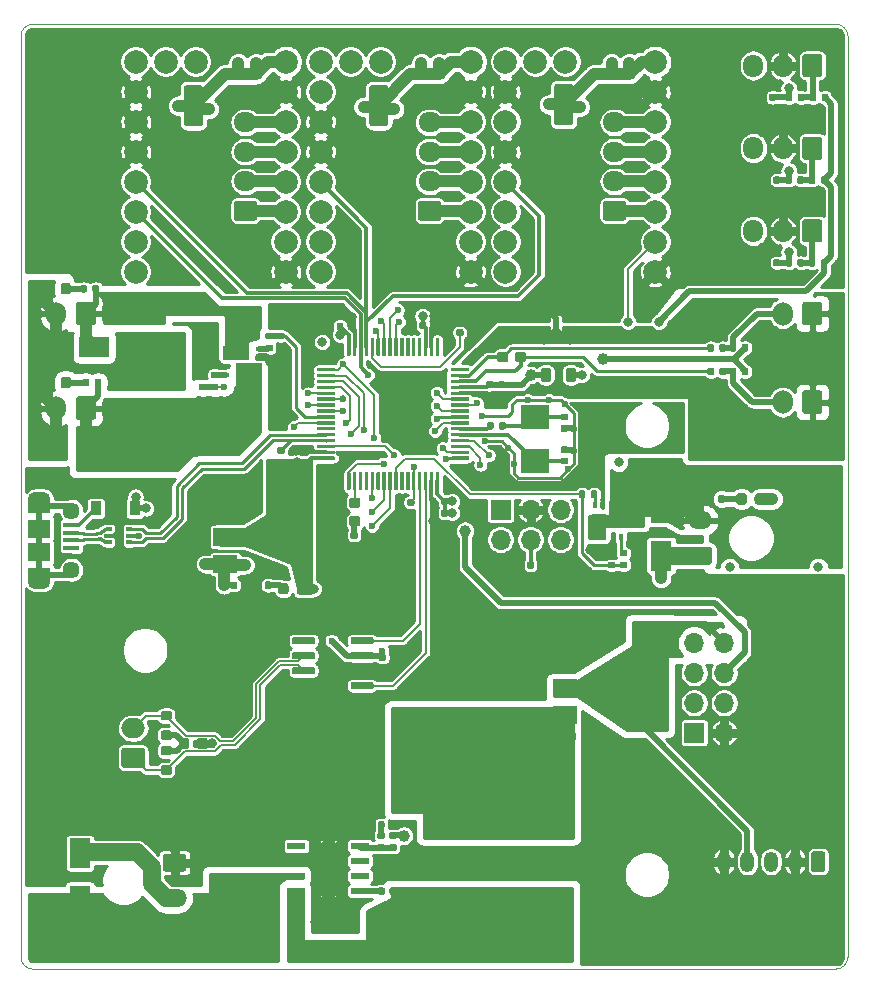
<source format=gbr>
G04 #@! TF.GenerationSoftware,KiCad,Pcbnew,5.1.5+dfsg1-2build2*
G04 #@! TF.CreationDate,2021-09-26T16:39:44+00:00*
G04 #@! TF.ProjectId,NeptuneToolboard,54726953-7465-4705-946f-6f6c626f6172,rev?*
G04 #@! TF.SameCoordinates,Original*
G04 #@! TF.FileFunction,Copper,L1,Top*
G04 #@! TF.FilePolarity,Positive*
%FSLAX46Y46*%
G04 Gerber Fmt 4.6, Leading zero omitted, Abs format (unit mm)*
G04 Created by KiCad (PCBNEW 5.1.5+dfsg1-2build2) date 2021-09-26 16:39:44*
%MOMM*%
%LPD*%
G04 APERTURE LIST*
G04 #@! TA.AperFunction,Profile*
%ADD10C,0.050000*%
G04 #@! TD*
G04 #@! TA.AperFunction,EtchedComponent*
%ADD11C,0.350000*%
G04 #@! TD*
G04 #@! TA.AperFunction,SMDPad,CuDef*
%ADD12C,0.350000*%
G04 #@! TD*
G04 #@! TA.AperFunction,ComponentPad*
%ADD13C,0.350000*%
G04 #@! TD*
G04 #@! TA.AperFunction,ComponentPad*
%ADD14O,2.020000X1.500000*%
G04 #@! TD*
G04 #@! TA.AperFunction,ComponentPad*
%ADD15O,2.000000X1.700000*%
G04 #@! TD*
G04 #@! TA.AperFunction,ComponentPad*
%ADD16O,1.700000X1.700000*%
G04 #@! TD*
G04 #@! TA.AperFunction,ComponentPad*
%ADD17R,1.700000X1.700000*%
G04 #@! TD*
G04 #@! TA.AperFunction,ComponentPad*
%ADD18O,1.200000X1.750000*%
G04 #@! TD*
G04 #@! TA.AperFunction,ComponentPad*
%ADD19C,2.000000*%
G04 #@! TD*
G04 #@! TA.AperFunction,ComponentPad*
%ADD20O,1.700000X1.950000*%
G04 #@! TD*
G04 #@! TA.AperFunction,SMDPad,CuDef*
%ADD21R,2.500000X1.800000*%
G04 #@! TD*
G04 #@! TA.AperFunction,SMDPad,CuDef*
%ADD22R,1.800000X2.500000*%
G04 #@! TD*
G04 #@! TA.AperFunction,SMDPad,CuDef*
%ADD23R,0.900000X1.200000*%
G04 #@! TD*
G04 #@! TA.AperFunction,ComponentPad*
%ADD24O,1.950000X1.700000*%
G04 #@! TD*
G04 #@! TA.AperFunction,ComponentPad*
%ADD25O,1.700000X2.000000*%
G04 #@! TD*
G04 #@! TA.AperFunction,SMDPad,CuDef*
%ADD26R,1.900000X1.500000*%
G04 #@! TD*
G04 #@! TA.AperFunction,ComponentPad*
%ADD27C,1.450000*%
G04 #@! TD*
G04 #@! TA.AperFunction,SMDPad,CuDef*
%ADD28R,1.350000X0.400000*%
G04 #@! TD*
G04 #@! TA.AperFunction,ComponentPad*
%ADD29O,1.900000X1.200000*%
G04 #@! TD*
G04 #@! TA.AperFunction,SMDPad,CuDef*
%ADD30R,1.900000X1.200000*%
G04 #@! TD*
G04 #@! TA.AperFunction,SMDPad,CuDef*
%ADD31R,5.400000X2.900000*%
G04 #@! TD*
G04 #@! TA.AperFunction,Conductor*
%ADD32C,0.500000*%
G04 #@! TD*
G04 #@! TA.AperFunction,SMDPad,CuDef*
%ADD33R,0.430000X0.370000*%
G04 #@! TD*
G04 #@! TA.AperFunction,SMDPad,CuDef*
%ADD34R,0.580000X0.400000*%
G04 #@! TD*
G04 #@! TA.AperFunction,SMDPad,CuDef*
%ADD35R,2.225000X1.205000*%
G04 #@! TD*
G04 #@! TA.AperFunction,SMDPad,CuDef*
%ADD36R,1.205000X2.225000*%
G04 #@! TD*
G04 #@! TA.AperFunction,SMDPad,CuDef*
%ADD37R,0.400000X0.580000*%
G04 #@! TD*
G04 #@! TA.AperFunction,SMDPad,CuDef*
%ADD38R,0.370000X0.430000*%
G04 #@! TD*
G04 #@! TA.AperFunction,SMDPad,CuDef*
%ADD39R,2.600000X3.100000*%
G04 #@! TD*
G04 #@! TA.AperFunction,Conductor*
%ADD40R,2.950000X4.500000*%
G04 #@! TD*
G04 #@! TA.AperFunction,SMDPad,CuDef*
%ADD41R,1.550000X0.600000*%
G04 #@! TD*
G04 #@! TA.AperFunction,ViaPad*
%ADD42C,0.600000*%
G04 #@! TD*
G04 #@! TA.AperFunction,SMDPad,CuDef*
%ADD43R,2.000000X3.800000*%
G04 #@! TD*
G04 #@! TA.AperFunction,SMDPad,CuDef*
%ADD44R,2.000000X1.500000*%
G04 #@! TD*
G04 #@! TA.AperFunction,SMDPad,CuDef*
%ADD45R,0.500000X0.375000*%
G04 #@! TD*
G04 #@! TA.AperFunction,SMDPad,CuDef*
%ADD46R,0.650000X0.300000*%
G04 #@! TD*
G04 #@! TA.AperFunction,SMDPad,CuDef*
%ADD47R,2.400000X2.000000*%
G04 #@! TD*
G04 #@! TA.AperFunction,ViaPad*
%ADD48C,1.000000*%
G04 #@! TD*
G04 #@! TA.AperFunction,ViaPad*
%ADD49C,0.800000*%
G04 #@! TD*
G04 #@! TA.AperFunction,Conductor*
%ADD50C,0.300000*%
G04 #@! TD*
G04 #@! TA.AperFunction,Conductor*
%ADD51C,0.500000*%
G04 #@! TD*
G04 #@! TA.AperFunction,Conductor*
%ADD52C,0.200000*%
G04 #@! TD*
G04 #@! TA.AperFunction,Conductor*
%ADD53C,1.000000*%
G04 #@! TD*
G04 #@! TA.AperFunction,Conductor*
%ADD54C,1.500000*%
G04 #@! TD*
G04 #@! TA.AperFunction,Conductor*
%ADD55C,0.250000*%
G04 #@! TD*
G04 #@! TA.AperFunction,Conductor*
%ADD56C,0.261112*%
G04 #@! TD*
G04 #@! TA.AperFunction,Conductor*
%ADD57C,0.400000*%
G04 #@! TD*
G04 #@! TA.AperFunction,Conductor*
%ADD58C,0.127000*%
G04 #@! TD*
G04 #@! TA.AperFunction,Conductor*
%ADD59C,0.254000*%
G04 #@! TD*
G04 APERTURE END LIST*
D10*
X140500000Y-132000000D02*
G75*
G02X139500000Y-131000000I0J1000000D01*
G01*
X209500000Y-131000000D02*
G75*
G02X208500000Y-132000000I-1000000J0D01*
G01*
X208500000Y-52000000D02*
G75*
G02X209500000Y-53000000I0J-1000000D01*
G01*
X139500000Y-53000000D02*
G75*
G02X140500000Y-52000000I1000000J0D01*
G01*
X140500000Y-52000000D02*
X208500000Y-52000000D01*
X139500000Y-131000000D02*
X139500000Y-53000000D01*
X208500000Y-132000000D02*
X140500000Y-132000000D01*
X209500000Y-53000000D02*
X209500000Y-131000000D01*
D11*
G04 #@! TO.C,NT1*
G36*
X184550000Y-77900000D02*
G01*
X184550000Y-76900000D01*
X185050000Y-76900000D01*
X185050000Y-77900000D01*
X184550000Y-77900000D01*
G37*
G04 #@! TD*
G04 #@! TA.AperFunction,SMDPad,CuDef*
D12*
G04 #@! TO.P,U8,8*
G04 #@! TO.N,GND*
G36*
X164264703Y-107705722D02*
G01*
X164279264Y-107707882D01*
X164293543Y-107711459D01*
X164307403Y-107716418D01*
X164320710Y-107722712D01*
X164333336Y-107730280D01*
X164345159Y-107739048D01*
X164356066Y-107748934D01*
X164365952Y-107759841D01*
X164374720Y-107771664D01*
X164382288Y-107784290D01*
X164388582Y-107797597D01*
X164393541Y-107811457D01*
X164397118Y-107825736D01*
X164399278Y-107840297D01*
X164400000Y-107855000D01*
X164400000Y-108155000D01*
X164399278Y-108169703D01*
X164397118Y-108184264D01*
X164393541Y-108198543D01*
X164388582Y-108212403D01*
X164382288Y-108225710D01*
X164374720Y-108238336D01*
X164365952Y-108250159D01*
X164356066Y-108261066D01*
X164345159Y-108270952D01*
X164333336Y-108279720D01*
X164320710Y-108287288D01*
X164307403Y-108293582D01*
X164293543Y-108298541D01*
X164279264Y-108302118D01*
X164264703Y-108304278D01*
X164250000Y-108305000D01*
X162600000Y-108305000D01*
X162585297Y-108304278D01*
X162570736Y-108302118D01*
X162556457Y-108298541D01*
X162542597Y-108293582D01*
X162529290Y-108287288D01*
X162516664Y-108279720D01*
X162504841Y-108270952D01*
X162493934Y-108261066D01*
X162484048Y-108250159D01*
X162475280Y-108238336D01*
X162467712Y-108225710D01*
X162461418Y-108212403D01*
X162456459Y-108198543D01*
X162452882Y-108184264D01*
X162450722Y-108169703D01*
X162450000Y-108155000D01*
X162450000Y-107855000D01*
X162450722Y-107840297D01*
X162452882Y-107825736D01*
X162456459Y-107811457D01*
X162461418Y-107797597D01*
X162467712Y-107784290D01*
X162475280Y-107771664D01*
X162484048Y-107759841D01*
X162493934Y-107748934D01*
X162504841Y-107739048D01*
X162516664Y-107730280D01*
X162529290Y-107722712D01*
X162542597Y-107716418D01*
X162556457Y-107711459D01*
X162570736Y-107707882D01*
X162585297Y-107705722D01*
X162600000Y-107705000D01*
X164250000Y-107705000D01*
X164264703Y-107705722D01*
G37*
G04 #@! TD.AperFunction*
G04 #@! TA.AperFunction,SMDPad,CuDef*
G04 #@! TO.P,U8,7*
G04 #@! TO.N,/IO & Communication/CAN+*
G36*
X164264703Y-106435722D02*
G01*
X164279264Y-106437882D01*
X164293543Y-106441459D01*
X164307403Y-106446418D01*
X164320710Y-106452712D01*
X164333336Y-106460280D01*
X164345159Y-106469048D01*
X164356066Y-106478934D01*
X164365952Y-106489841D01*
X164374720Y-106501664D01*
X164382288Y-106514290D01*
X164388582Y-106527597D01*
X164393541Y-106541457D01*
X164397118Y-106555736D01*
X164399278Y-106570297D01*
X164400000Y-106585000D01*
X164400000Y-106885000D01*
X164399278Y-106899703D01*
X164397118Y-106914264D01*
X164393541Y-106928543D01*
X164388582Y-106942403D01*
X164382288Y-106955710D01*
X164374720Y-106968336D01*
X164365952Y-106980159D01*
X164356066Y-106991066D01*
X164345159Y-107000952D01*
X164333336Y-107009720D01*
X164320710Y-107017288D01*
X164307403Y-107023582D01*
X164293543Y-107028541D01*
X164279264Y-107032118D01*
X164264703Y-107034278D01*
X164250000Y-107035000D01*
X162600000Y-107035000D01*
X162585297Y-107034278D01*
X162570736Y-107032118D01*
X162556457Y-107028541D01*
X162542597Y-107023582D01*
X162529290Y-107017288D01*
X162516664Y-107009720D01*
X162504841Y-107000952D01*
X162493934Y-106991066D01*
X162484048Y-106980159D01*
X162475280Y-106968336D01*
X162467712Y-106955710D01*
X162461418Y-106942403D01*
X162456459Y-106928543D01*
X162452882Y-106914264D01*
X162450722Y-106899703D01*
X162450000Y-106885000D01*
X162450000Y-106585000D01*
X162450722Y-106570297D01*
X162452882Y-106555736D01*
X162456459Y-106541457D01*
X162461418Y-106527597D01*
X162467712Y-106514290D01*
X162475280Y-106501664D01*
X162484048Y-106489841D01*
X162493934Y-106478934D01*
X162504841Y-106469048D01*
X162516664Y-106460280D01*
X162529290Y-106452712D01*
X162542597Y-106446418D01*
X162556457Y-106441459D01*
X162570736Y-106437882D01*
X162585297Y-106435722D01*
X162600000Y-106435000D01*
X164250000Y-106435000D01*
X164264703Y-106435722D01*
G37*
G04 #@! TD.AperFunction*
G04 #@! TA.AperFunction,SMDPad,CuDef*
G04 #@! TO.P,U8,6*
G04 #@! TO.N,/IO & Communication/CAN-*
G36*
X164264703Y-105165722D02*
G01*
X164279264Y-105167882D01*
X164293543Y-105171459D01*
X164307403Y-105176418D01*
X164320710Y-105182712D01*
X164333336Y-105190280D01*
X164345159Y-105199048D01*
X164356066Y-105208934D01*
X164365952Y-105219841D01*
X164374720Y-105231664D01*
X164382288Y-105244290D01*
X164388582Y-105257597D01*
X164393541Y-105271457D01*
X164397118Y-105285736D01*
X164399278Y-105300297D01*
X164400000Y-105315000D01*
X164400000Y-105615000D01*
X164399278Y-105629703D01*
X164397118Y-105644264D01*
X164393541Y-105658543D01*
X164388582Y-105672403D01*
X164382288Y-105685710D01*
X164374720Y-105698336D01*
X164365952Y-105710159D01*
X164356066Y-105721066D01*
X164345159Y-105730952D01*
X164333336Y-105739720D01*
X164320710Y-105747288D01*
X164307403Y-105753582D01*
X164293543Y-105758541D01*
X164279264Y-105762118D01*
X164264703Y-105764278D01*
X164250000Y-105765000D01*
X162600000Y-105765000D01*
X162585297Y-105764278D01*
X162570736Y-105762118D01*
X162556457Y-105758541D01*
X162542597Y-105753582D01*
X162529290Y-105747288D01*
X162516664Y-105739720D01*
X162504841Y-105730952D01*
X162493934Y-105721066D01*
X162484048Y-105710159D01*
X162475280Y-105698336D01*
X162467712Y-105685710D01*
X162461418Y-105672403D01*
X162456459Y-105658543D01*
X162452882Y-105644264D01*
X162450722Y-105629703D01*
X162450000Y-105615000D01*
X162450000Y-105315000D01*
X162450722Y-105300297D01*
X162452882Y-105285736D01*
X162456459Y-105271457D01*
X162461418Y-105257597D01*
X162467712Y-105244290D01*
X162475280Y-105231664D01*
X162484048Y-105219841D01*
X162493934Y-105208934D01*
X162504841Y-105199048D01*
X162516664Y-105190280D01*
X162529290Y-105182712D01*
X162542597Y-105176418D01*
X162556457Y-105171459D01*
X162570736Y-105167882D01*
X162585297Y-105165722D01*
X162600000Y-105165000D01*
X164250000Y-105165000D01*
X164264703Y-105165722D01*
G37*
G04 #@! TD.AperFunction*
G04 #@! TA.AperFunction,SMDPad,CuDef*
G04 #@! TO.P,U8,5*
G04 #@! TO.N,Net-(U8-Pad5)*
G36*
X164264703Y-103895722D02*
G01*
X164279264Y-103897882D01*
X164293543Y-103901459D01*
X164307403Y-103906418D01*
X164320710Y-103912712D01*
X164333336Y-103920280D01*
X164345159Y-103929048D01*
X164356066Y-103938934D01*
X164365952Y-103949841D01*
X164374720Y-103961664D01*
X164382288Y-103974290D01*
X164388582Y-103987597D01*
X164393541Y-104001457D01*
X164397118Y-104015736D01*
X164399278Y-104030297D01*
X164400000Y-104045000D01*
X164400000Y-104345000D01*
X164399278Y-104359703D01*
X164397118Y-104374264D01*
X164393541Y-104388543D01*
X164388582Y-104402403D01*
X164382288Y-104415710D01*
X164374720Y-104428336D01*
X164365952Y-104440159D01*
X164356066Y-104451066D01*
X164345159Y-104460952D01*
X164333336Y-104469720D01*
X164320710Y-104477288D01*
X164307403Y-104483582D01*
X164293543Y-104488541D01*
X164279264Y-104492118D01*
X164264703Y-104494278D01*
X164250000Y-104495000D01*
X162600000Y-104495000D01*
X162585297Y-104494278D01*
X162570736Y-104492118D01*
X162556457Y-104488541D01*
X162542597Y-104483582D01*
X162529290Y-104477288D01*
X162516664Y-104469720D01*
X162504841Y-104460952D01*
X162493934Y-104451066D01*
X162484048Y-104440159D01*
X162475280Y-104428336D01*
X162467712Y-104415710D01*
X162461418Y-104402403D01*
X162456459Y-104388543D01*
X162452882Y-104374264D01*
X162450722Y-104359703D01*
X162450000Y-104345000D01*
X162450000Y-104045000D01*
X162450722Y-104030297D01*
X162452882Y-104015736D01*
X162456459Y-104001457D01*
X162461418Y-103987597D01*
X162467712Y-103974290D01*
X162475280Y-103961664D01*
X162484048Y-103949841D01*
X162493934Y-103938934D01*
X162504841Y-103929048D01*
X162516664Y-103920280D01*
X162529290Y-103912712D01*
X162542597Y-103906418D01*
X162556457Y-103901459D01*
X162570736Y-103897882D01*
X162585297Y-103895722D01*
X162600000Y-103895000D01*
X164250000Y-103895000D01*
X164264703Y-103895722D01*
G37*
G04 #@! TD.AperFunction*
G04 #@! TA.AperFunction,SMDPad,CuDef*
G04 #@! TO.P,U8,4*
G04 #@! TO.N,CAN_RX*
G36*
X169214703Y-103895722D02*
G01*
X169229264Y-103897882D01*
X169243543Y-103901459D01*
X169257403Y-103906418D01*
X169270710Y-103912712D01*
X169283336Y-103920280D01*
X169295159Y-103929048D01*
X169306066Y-103938934D01*
X169315952Y-103949841D01*
X169324720Y-103961664D01*
X169332288Y-103974290D01*
X169338582Y-103987597D01*
X169343541Y-104001457D01*
X169347118Y-104015736D01*
X169349278Y-104030297D01*
X169350000Y-104045000D01*
X169350000Y-104345000D01*
X169349278Y-104359703D01*
X169347118Y-104374264D01*
X169343541Y-104388543D01*
X169338582Y-104402403D01*
X169332288Y-104415710D01*
X169324720Y-104428336D01*
X169315952Y-104440159D01*
X169306066Y-104451066D01*
X169295159Y-104460952D01*
X169283336Y-104469720D01*
X169270710Y-104477288D01*
X169257403Y-104483582D01*
X169243543Y-104488541D01*
X169229264Y-104492118D01*
X169214703Y-104494278D01*
X169200000Y-104495000D01*
X167550000Y-104495000D01*
X167535297Y-104494278D01*
X167520736Y-104492118D01*
X167506457Y-104488541D01*
X167492597Y-104483582D01*
X167479290Y-104477288D01*
X167466664Y-104469720D01*
X167454841Y-104460952D01*
X167443934Y-104451066D01*
X167434048Y-104440159D01*
X167425280Y-104428336D01*
X167417712Y-104415710D01*
X167411418Y-104402403D01*
X167406459Y-104388543D01*
X167402882Y-104374264D01*
X167400722Y-104359703D01*
X167400000Y-104345000D01*
X167400000Y-104045000D01*
X167400722Y-104030297D01*
X167402882Y-104015736D01*
X167406459Y-104001457D01*
X167411418Y-103987597D01*
X167417712Y-103974290D01*
X167425280Y-103961664D01*
X167434048Y-103949841D01*
X167443934Y-103938934D01*
X167454841Y-103929048D01*
X167466664Y-103920280D01*
X167479290Y-103912712D01*
X167492597Y-103906418D01*
X167506457Y-103901459D01*
X167520736Y-103897882D01*
X167535297Y-103895722D01*
X167550000Y-103895000D01*
X169200000Y-103895000D01*
X169214703Y-103895722D01*
G37*
G04 #@! TD.AperFunction*
G04 #@! TA.AperFunction,SMDPad,CuDef*
G04 #@! TO.P,U8,3*
G04 #@! TO.N,+3V3*
G36*
X169214703Y-105165722D02*
G01*
X169229264Y-105167882D01*
X169243543Y-105171459D01*
X169257403Y-105176418D01*
X169270710Y-105182712D01*
X169283336Y-105190280D01*
X169295159Y-105199048D01*
X169306066Y-105208934D01*
X169315952Y-105219841D01*
X169324720Y-105231664D01*
X169332288Y-105244290D01*
X169338582Y-105257597D01*
X169343541Y-105271457D01*
X169347118Y-105285736D01*
X169349278Y-105300297D01*
X169350000Y-105315000D01*
X169350000Y-105615000D01*
X169349278Y-105629703D01*
X169347118Y-105644264D01*
X169343541Y-105658543D01*
X169338582Y-105672403D01*
X169332288Y-105685710D01*
X169324720Y-105698336D01*
X169315952Y-105710159D01*
X169306066Y-105721066D01*
X169295159Y-105730952D01*
X169283336Y-105739720D01*
X169270710Y-105747288D01*
X169257403Y-105753582D01*
X169243543Y-105758541D01*
X169229264Y-105762118D01*
X169214703Y-105764278D01*
X169200000Y-105765000D01*
X167550000Y-105765000D01*
X167535297Y-105764278D01*
X167520736Y-105762118D01*
X167506457Y-105758541D01*
X167492597Y-105753582D01*
X167479290Y-105747288D01*
X167466664Y-105739720D01*
X167454841Y-105730952D01*
X167443934Y-105721066D01*
X167434048Y-105710159D01*
X167425280Y-105698336D01*
X167417712Y-105685710D01*
X167411418Y-105672403D01*
X167406459Y-105658543D01*
X167402882Y-105644264D01*
X167400722Y-105629703D01*
X167400000Y-105615000D01*
X167400000Y-105315000D01*
X167400722Y-105300297D01*
X167402882Y-105285736D01*
X167406459Y-105271457D01*
X167411418Y-105257597D01*
X167417712Y-105244290D01*
X167425280Y-105231664D01*
X167434048Y-105219841D01*
X167443934Y-105208934D01*
X167454841Y-105199048D01*
X167466664Y-105190280D01*
X167479290Y-105182712D01*
X167492597Y-105176418D01*
X167506457Y-105171459D01*
X167520736Y-105167882D01*
X167535297Y-105165722D01*
X167550000Y-105165000D01*
X169200000Y-105165000D01*
X169214703Y-105165722D01*
G37*
G04 #@! TD.AperFunction*
G04 #@! TA.AperFunction,SMDPad,CuDef*
G04 #@! TO.P,U8,2*
G04 #@! TO.N,GND*
G36*
X169214703Y-106435722D02*
G01*
X169229264Y-106437882D01*
X169243543Y-106441459D01*
X169257403Y-106446418D01*
X169270710Y-106452712D01*
X169283336Y-106460280D01*
X169295159Y-106469048D01*
X169306066Y-106478934D01*
X169315952Y-106489841D01*
X169324720Y-106501664D01*
X169332288Y-106514290D01*
X169338582Y-106527597D01*
X169343541Y-106541457D01*
X169347118Y-106555736D01*
X169349278Y-106570297D01*
X169350000Y-106585000D01*
X169350000Y-106885000D01*
X169349278Y-106899703D01*
X169347118Y-106914264D01*
X169343541Y-106928543D01*
X169338582Y-106942403D01*
X169332288Y-106955710D01*
X169324720Y-106968336D01*
X169315952Y-106980159D01*
X169306066Y-106991066D01*
X169295159Y-107000952D01*
X169283336Y-107009720D01*
X169270710Y-107017288D01*
X169257403Y-107023582D01*
X169243543Y-107028541D01*
X169229264Y-107032118D01*
X169214703Y-107034278D01*
X169200000Y-107035000D01*
X167550000Y-107035000D01*
X167535297Y-107034278D01*
X167520736Y-107032118D01*
X167506457Y-107028541D01*
X167492597Y-107023582D01*
X167479290Y-107017288D01*
X167466664Y-107009720D01*
X167454841Y-107000952D01*
X167443934Y-106991066D01*
X167434048Y-106980159D01*
X167425280Y-106968336D01*
X167417712Y-106955710D01*
X167411418Y-106942403D01*
X167406459Y-106928543D01*
X167402882Y-106914264D01*
X167400722Y-106899703D01*
X167400000Y-106885000D01*
X167400000Y-106585000D01*
X167400722Y-106570297D01*
X167402882Y-106555736D01*
X167406459Y-106541457D01*
X167411418Y-106527597D01*
X167417712Y-106514290D01*
X167425280Y-106501664D01*
X167434048Y-106489841D01*
X167443934Y-106478934D01*
X167454841Y-106469048D01*
X167466664Y-106460280D01*
X167479290Y-106452712D01*
X167492597Y-106446418D01*
X167506457Y-106441459D01*
X167520736Y-106437882D01*
X167535297Y-106435722D01*
X167550000Y-106435000D01*
X169200000Y-106435000D01*
X169214703Y-106435722D01*
G37*
G04 #@! TD.AperFunction*
G04 #@! TA.AperFunction,SMDPad,CuDef*
G04 #@! TO.P,U8,1*
G04 #@! TO.N,CAN_TX*
G36*
X169214703Y-107705722D02*
G01*
X169229264Y-107707882D01*
X169243543Y-107711459D01*
X169257403Y-107716418D01*
X169270710Y-107722712D01*
X169283336Y-107730280D01*
X169295159Y-107739048D01*
X169306066Y-107748934D01*
X169315952Y-107759841D01*
X169324720Y-107771664D01*
X169332288Y-107784290D01*
X169338582Y-107797597D01*
X169343541Y-107811457D01*
X169347118Y-107825736D01*
X169349278Y-107840297D01*
X169350000Y-107855000D01*
X169350000Y-108155000D01*
X169349278Y-108169703D01*
X169347118Y-108184264D01*
X169343541Y-108198543D01*
X169338582Y-108212403D01*
X169332288Y-108225710D01*
X169324720Y-108238336D01*
X169315952Y-108250159D01*
X169306066Y-108261066D01*
X169295159Y-108270952D01*
X169283336Y-108279720D01*
X169270710Y-108287288D01*
X169257403Y-108293582D01*
X169243543Y-108298541D01*
X169229264Y-108302118D01*
X169214703Y-108304278D01*
X169200000Y-108305000D01*
X167550000Y-108305000D01*
X167535297Y-108304278D01*
X167520736Y-108302118D01*
X167506457Y-108298541D01*
X167492597Y-108293582D01*
X167479290Y-108287288D01*
X167466664Y-108279720D01*
X167454841Y-108270952D01*
X167443934Y-108261066D01*
X167434048Y-108250159D01*
X167425280Y-108238336D01*
X167417712Y-108225710D01*
X167411418Y-108212403D01*
X167406459Y-108198543D01*
X167402882Y-108184264D01*
X167400722Y-108169703D01*
X167400000Y-108155000D01*
X167400000Y-107855000D01*
X167400722Y-107840297D01*
X167402882Y-107825736D01*
X167406459Y-107811457D01*
X167411418Y-107797597D01*
X167417712Y-107784290D01*
X167425280Y-107771664D01*
X167434048Y-107759841D01*
X167443934Y-107748934D01*
X167454841Y-107739048D01*
X167466664Y-107730280D01*
X167479290Y-107722712D01*
X167492597Y-107716418D01*
X167506457Y-107711459D01*
X167520736Y-107707882D01*
X167535297Y-107705722D01*
X167550000Y-107705000D01*
X169200000Y-107705000D01*
X169214703Y-107705722D01*
G37*
G04 #@! TD.AperFunction*
G04 #@! TD*
G04 #@! TA.AperFunction,SMDPad,CuDef*
G04 #@! TO.P,R18,1*
G04 #@! TO.N,Net-(C35-Pad2)*
G36*
X152094603Y-111800963D02*
G01*
X152114018Y-111803843D01*
X152133057Y-111808612D01*
X152151537Y-111815224D01*
X152169279Y-111823616D01*
X152186114Y-111833706D01*
X152201879Y-111845398D01*
X152216421Y-111858579D01*
X152229602Y-111873121D01*
X152241294Y-111888886D01*
X152251384Y-111905721D01*
X152259776Y-111923463D01*
X152266388Y-111941943D01*
X152271157Y-111960982D01*
X152274037Y-111980397D01*
X152275000Y-112000000D01*
X152275000Y-112400000D01*
X152274037Y-112419603D01*
X152271157Y-112439018D01*
X152266388Y-112458057D01*
X152259776Y-112476537D01*
X152251384Y-112494279D01*
X152241294Y-112511114D01*
X152229602Y-112526879D01*
X152216421Y-112541421D01*
X152201879Y-112554602D01*
X152186114Y-112566294D01*
X152169279Y-112576384D01*
X152151537Y-112584776D01*
X152133057Y-112591388D01*
X152114018Y-112596157D01*
X152094603Y-112599037D01*
X152075000Y-112600000D01*
X151525000Y-112600000D01*
X151505397Y-112599037D01*
X151485982Y-112596157D01*
X151466943Y-112591388D01*
X151448463Y-112584776D01*
X151430721Y-112576384D01*
X151413886Y-112566294D01*
X151398121Y-112554602D01*
X151383579Y-112541421D01*
X151370398Y-112526879D01*
X151358706Y-112511114D01*
X151348616Y-112494279D01*
X151340224Y-112476537D01*
X151333612Y-112458057D01*
X151328843Y-112439018D01*
X151325963Y-112419603D01*
X151325000Y-112400000D01*
X151325000Y-112000000D01*
X151325963Y-111980397D01*
X151328843Y-111960982D01*
X151333612Y-111941943D01*
X151340224Y-111923463D01*
X151348616Y-111905721D01*
X151358706Y-111888886D01*
X151370398Y-111873121D01*
X151383579Y-111858579D01*
X151398121Y-111845398D01*
X151413886Y-111833706D01*
X151430721Y-111823616D01*
X151448463Y-111815224D01*
X151466943Y-111808612D01*
X151485982Y-111803843D01*
X151505397Y-111800963D01*
X151525000Y-111800000D01*
X152075000Y-111800000D01*
X152094603Y-111800963D01*
G37*
G04 #@! TD.AperFunction*
G04 #@! TA.AperFunction,SMDPad,CuDef*
G04 #@! TO.P,R18,2*
G04 #@! TO.N,/IO & Communication/CAN-*
G36*
X152094603Y-110150963D02*
G01*
X152114018Y-110153843D01*
X152133057Y-110158612D01*
X152151537Y-110165224D01*
X152169279Y-110173616D01*
X152186114Y-110183706D01*
X152201879Y-110195398D01*
X152216421Y-110208579D01*
X152229602Y-110223121D01*
X152241294Y-110238886D01*
X152251384Y-110255721D01*
X152259776Y-110273463D01*
X152266388Y-110291943D01*
X152271157Y-110310982D01*
X152274037Y-110330397D01*
X152275000Y-110350000D01*
X152275000Y-110750000D01*
X152274037Y-110769603D01*
X152271157Y-110789018D01*
X152266388Y-110808057D01*
X152259776Y-110826537D01*
X152251384Y-110844279D01*
X152241294Y-110861114D01*
X152229602Y-110876879D01*
X152216421Y-110891421D01*
X152201879Y-110904602D01*
X152186114Y-110916294D01*
X152169279Y-110926384D01*
X152151537Y-110934776D01*
X152133057Y-110941388D01*
X152114018Y-110946157D01*
X152094603Y-110949037D01*
X152075000Y-110950000D01*
X151525000Y-110950000D01*
X151505397Y-110949037D01*
X151485982Y-110946157D01*
X151466943Y-110941388D01*
X151448463Y-110934776D01*
X151430721Y-110926384D01*
X151413886Y-110916294D01*
X151398121Y-110904602D01*
X151383579Y-110891421D01*
X151370398Y-110876879D01*
X151358706Y-110861114D01*
X151348616Y-110844279D01*
X151340224Y-110826537D01*
X151333612Y-110808057D01*
X151328843Y-110789018D01*
X151325963Y-110769603D01*
X151325000Y-110750000D01*
X151325000Y-110350000D01*
X151325963Y-110330397D01*
X151328843Y-110310982D01*
X151333612Y-110291943D01*
X151340224Y-110273463D01*
X151348616Y-110255721D01*
X151358706Y-110238886D01*
X151370398Y-110223121D01*
X151383579Y-110208579D01*
X151398121Y-110195398D01*
X151413886Y-110183706D01*
X151430721Y-110173616D01*
X151448463Y-110165224D01*
X151466943Y-110158612D01*
X151485982Y-110153843D01*
X151505397Y-110150963D01*
X151525000Y-110150000D01*
X152075000Y-110150000D01*
X152094603Y-110150963D01*
G37*
G04 #@! TD.AperFunction*
G04 #@! TD*
G04 #@! TA.AperFunction,SMDPad,CuDef*
G04 #@! TO.P,R17,1*
G04 #@! TO.N,/IO & Communication/CAN+*
G36*
X152094603Y-114750963D02*
G01*
X152114018Y-114753843D01*
X152133057Y-114758612D01*
X152151537Y-114765224D01*
X152169279Y-114773616D01*
X152186114Y-114783706D01*
X152201879Y-114795398D01*
X152216421Y-114808579D01*
X152229602Y-114823121D01*
X152241294Y-114838886D01*
X152251384Y-114855721D01*
X152259776Y-114873463D01*
X152266388Y-114891943D01*
X152271157Y-114910982D01*
X152274037Y-114930397D01*
X152275000Y-114950000D01*
X152275000Y-115350000D01*
X152274037Y-115369603D01*
X152271157Y-115389018D01*
X152266388Y-115408057D01*
X152259776Y-115426537D01*
X152251384Y-115444279D01*
X152241294Y-115461114D01*
X152229602Y-115476879D01*
X152216421Y-115491421D01*
X152201879Y-115504602D01*
X152186114Y-115516294D01*
X152169279Y-115526384D01*
X152151537Y-115534776D01*
X152133057Y-115541388D01*
X152114018Y-115546157D01*
X152094603Y-115549037D01*
X152075000Y-115550000D01*
X151525000Y-115550000D01*
X151505397Y-115549037D01*
X151485982Y-115546157D01*
X151466943Y-115541388D01*
X151448463Y-115534776D01*
X151430721Y-115526384D01*
X151413886Y-115516294D01*
X151398121Y-115504602D01*
X151383579Y-115491421D01*
X151370398Y-115476879D01*
X151358706Y-115461114D01*
X151348616Y-115444279D01*
X151340224Y-115426537D01*
X151333612Y-115408057D01*
X151328843Y-115389018D01*
X151325963Y-115369603D01*
X151325000Y-115350000D01*
X151325000Y-114950000D01*
X151325963Y-114930397D01*
X151328843Y-114910982D01*
X151333612Y-114891943D01*
X151340224Y-114873463D01*
X151348616Y-114855721D01*
X151358706Y-114838886D01*
X151370398Y-114823121D01*
X151383579Y-114808579D01*
X151398121Y-114795398D01*
X151413886Y-114783706D01*
X151430721Y-114773616D01*
X151448463Y-114765224D01*
X151466943Y-114758612D01*
X151485982Y-114753843D01*
X151505397Y-114750963D01*
X151525000Y-114750000D01*
X152075000Y-114750000D01*
X152094603Y-114750963D01*
G37*
G04 #@! TD.AperFunction*
G04 #@! TA.AperFunction,SMDPad,CuDef*
G04 #@! TO.P,R17,2*
G04 #@! TO.N,Net-(C35-Pad2)*
G36*
X152094603Y-113100963D02*
G01*
X152114018Y-113103843D01*
X152133057Y-113108612D01*
X152151537Y-113115224D01*
X152169279Y-113123616D01*
X152186114Y-113133706D01*
X152201879Y-113145398D01*
X152216421Y-113158579D01*
X152229602Y-113173121D01*
X152241294Y-113188886D01*
X152251384Y-113205721D01*
X152259776Y-113223463D01*
X152266388Y-113241943D01*
X152271157Y-113260982D01*
X152274037Y-113280397D01*
X152275000Y-113300000D01*
X152275000Y-113700000D01*
X152274037Y-113719603D01*
X152271157Y-113739018D01*
X152266388Y-113758057D01*
X152259776Y-113776537D01*
X152251384Y-113794279D01*
X152241294Y-113811114D01*
X152229602Y-113826879D01*
X152216421Y-113841421D01*
X152201879Y-113854602D01*
X152186114Y-113866294D01*
X152169279Y-113876384D01*
X152151537Y-113884776D01*
X152133057Y-113891388D01*
X152114018Y-113896157D01*
X152094603Y-113899037D01*
X152075000Y-113900000D01*
X151525000Y-113900000D01*
X151505397Y-113899037D01*
X151485982Y-113896157D01*
X151466943Y-113891388D01*
X151448463Y-113884776D01*
X151430721Y-113876384D01*
X151413886Y-113866294D01*
X151398121Y-113854602D01*
X151383579Y-113841421D01*
X151370398Y-113826879D01*
X151358706Y-113811114D01*
X151348616Y-113794279D01*
X151340224Y-113776537D01*
X151333612Y-113758057D01*
X151328843Y-113739018D01*
X151325963Y-113719603D01*
X151325000Y-113700000D01*
X151325000Y-113300000D01*
X151325963Y-113280397D01*
X151328843Y-113260982D01*
X151333612Y-113241943D01*
X151340224Y-113223463D01*
X151348616Y-113205721D01*
X151358706Y-113188886D01*
X151370398Y-113173121D01*
X151383579Y-113158579D01*
X151398121Y-113145398D01*
X151413886Y-113133706D01*
X151430721Y-113123616D01*
X151448463Y-113115224D01*
X151466943Y-113108612D01*
X151485982Y-113103843D01*
X151505397Y-113100963D01*
X151525000Y-113100000D01*
X152075000Y-113100000D01*
X152094603Y-113100963D01*
G37*
G04 #@! TD.AperFunction*
G04 #@! TD*
G04 #@! TA.AperFunction,SMDPad,CuDef*
G04 #@! TO.P,C35,2*
G04 #@! TO.N,Net-(C35-Pad2)*
G36*
X153547054Y-112426083D02*
G01*
X153568895Y-112429323D01*
X153590314Y-112434688D01*
X153611104Y-112442127D01*
X153631064Y-112451568D01*
X153650003Y-112462919D01*
X153667738Y-112476073D01*
X153684099Y-112490901D01*
X153698927Y-112507262D01*
X153712081Y-112524997D01*
X153723432Y-112543936D01*
X153732873Y-112563896D01*
X153740312Y-112584686D01*
X153745677Y-112606105D01*
X153748917Y-112627946D01*
X153750000Y-112650000D01*
X153750000Y-113150000D01*
X153748917Y-113172054D01*
X153745677Y-113193895D01*
X153740312Y-113215314D01*
X153732873Y-113236104D01*
X153723432Y-113256064D01*
X153712081Y-113275003D01*
X153698927Y-113292738D01*
X153684099Y-113309099D01*
X153667738Y-113323927D01*
X153650003Y-113337081D01*
X153631064Y-113348432D01*
X153611104Y-113357873D01*
X153590314Y-113365312D01*
X153568895Y-113370677D01*
X153547054Y-113373917D01*
X153525000Y-113375000D01*
X153075000Y-113375000D01*
X153052946Y-113373917D01*
X153031105Y-113370677D01*
X153009686Y-113365312D01*
X152988896Y-113357873D01*
X152968936Y-113348432D01*
X152949997Y-113337081D01*
X152932262Y-113323927D01*
X152915901Y-113309099D01*
X152901073Y-113292738D01*
X152887919Y-113275003D01*
X152876568Y-113256064D01*
X152867127Y-113236104D01*
X152859688Y-113215314D01*
X152854323Y-113193895D01*
X152851083Y-113172054D01*
X152850000Y-113150000D01*
X152850000Y-112650000D01*
X152851083Y-112627946D01*
X152854323Y-112606105D01*
X152859688Y-112584686D01*
X152867127Y-112563896D01*
X152876568Y-112543936D01*
X152887919Y-112524997D01*
X152901073Y-112507262D01*
X152915901Y-112490901D01*
X152932262Y-112476073D01*
X152949997Y-112462919D01*
X152968936Y-112451568D01*
X152988896Y-112442127D01*
X153009686Y-112434688D01*
X153031105Y-112429323D01*
X153052946Y-112426083D01*
X153075000Y-112425000D01*
X153525000Y-112425000D01*
X153547054Y-112426083D01*
G37*
G04 #@! TD.AperFunction*
G04 #@! TA.AperFunction,SMDPad,CuDef*
G04 #@! TO.P,C35,1*
G04 #@! TO.N,GND*
G36*
X155097054Y-112426083D02*
G01*
X155118895Y-112429323D01*
X155140314Y-112434688D01*
X155161104Y-112442127D01*
X155181064Y-112451568D01*
X155200003Y-112462919D01*
X155217738Y-112476073D01*
X155234099Y-112490901D01*
X155248927Y-112507262D01*
X155262081Y-112524997D01*
X155273432Y-112543936D01*
X155282873Y-112563896D01*
X155290312Y-112584686D01*
X155295677Y-112606105D01*
X155298917Y-112627946D01*
X155300000Y-112650000D01*
X155300000Y-113150000D01*
X155298917Y-113172054D01*
X155295677Y-113193895D01*
X155290312Y-113215314D01*
X155282873Y-113236104D01*
X155273432Y-113256064D01*
X155262081Y-113275003D01*
X155248927Y-113292738D01*
X155234099Y-113309099D01*
X155217738Y-113323927D01*
X155200003Y-113337081D01*
X155181064Y-113348432D01*
X155161104Y-113357873D01*
X155140314Y-113365312D01*
X155118895Y-113370677D01*
X155097054Y-113373917D01*
X155075000Y-113375000D01*
X154625000Y-113375000D01*
X154602946Y-113373917D01*
X154581105Y-113370677D01*
X154559686Y-113365312D01*
X154538896Y-113357873D01*
X154518936Y-113348432D01*
X154499997Y-113337081D01*
X154482262Y-113323927D01*
X154465901Y-113309099D01*
X154451073Y-113292738D01*
X154437919Y-113275003D01*
X154426568Y-113256064D01*
X154417127Y-113236104D01*
X154409688Y-113215314D01*
X154404323Y-113193895D01*
X154401083Y-113172054D01*
X154400000Y-113150000D01*
X154400000Y-112650000D01*
X154401083Y-112627946D01*
X154404323Y-112606105D01*
X154409688Y-112584686D01*
X154417127Y-112563896D01*
X154426568Y-112543936D01*
X154437919Y-112524997D01*
X154451073Y-112507262D01*
X154465901Y-112490901D01*
X154482262Y-112476073D01*
X154499997Y-112462919D01*
X154518936Y-112451568D01*
X154538896Y-112442127D01*
X154559686Y-112434688D01*
X154581105Y-112429323D01*
X154602946Y-112426083D01*
X154625000Y-112425000D01*
X155075000Y-112425000D01*
X155097054Y-112426083D01*
G37*
G04 #@! TD.AperFunction*
G04 #@! TD*
G04 #@! TA.AperFunction,ComponentPad*
D13*
G04 #@! TO.P,J11,1*
G04 #@! TO.N,VDC*
G36*
X197784504Y-96251204D02*
G01*
X197808773Y-96254804D01*
X197832571Y-96260765D01*
X197855671Y-96269030D01*
X197877849Y-96279520D01*
X197898893Y-96292133D01*
X197918598Y-96306747D01*
X197936777Y-96323223D01*
X197953253Y-96341402D01*
X197967867Y-96361107D01*
X197980480Y-96382151D01*
X197990970Y-96404329D01*
X197999235Y-96427429D01*
X198005196Y-96451227D01*
X198008796Y-96475496D01*
X198010000Y-96500000D01*
X198010000Y-97500000D01*
X198008796Y-97524504D01*
X198005196Y-97548773D01*
X197999235Y-97572571D01*
X197990970Y-97595671D01*
X197980480Y-97617849D01*
X197967867Y-97638893D01*
X197953253Y-97658598D01*
X197936777Y-97676777D01*
X197918598Y-97693253D01*
X197898893Y-97707867D01*
X197877849Y-97720480D01*
X197855671Y-97730970D01*
X197832571Y-97739235D01*
X197808773Y-97745196D01*
X197784504Y-97748796D01*
X197760000Y-97750000D01*
X196240000Y-97750000D01*
X196215496Y-97748796D01*
X196191227Y-97745196D01*
X196167429Y-97739235D01*
X196144329Y-97730970D01*
X196122151Y-97720480D01*
X196101107Y-97707867D01*
X196081402Y-97693253D01*
X196063223Y-97676777D01*
X196046747Y-97658598D01*
X196032133Y-97638893D01*
X196019520Y-97617849D01*
X196009030Y-97595671D01*
X196000765Y-97572571D01*
X195994804Y-97548773D01*
X195991204Y-97524504D01*
X195990000Y-97500000D01*
X195990000Y-96500000D01*
X195991204Y-96475496D01*
X195994804Y-96451227D01*
X196000765Y-96427429D01*
X196009030Y-96404329D01*
X196019520Y-96382151D01*
X196032133Y-96361107D01*
X196046747Y-96341402D01*
X196063223Y-96323223D01*
X196081402Y-96306747D01*
X196101107Y-96292133D01*
X196122151Y-96279520D01*
X196144329Y-96269030D01*
X196167429Y-96260765D01*
X196191227Y-96254804D01*
X196215496Y-96251204D01*
X196240000Y-96250000D01*
X197760000Y-96250000D01*
X197784504Y-96251204D01*
G37*
G04 #@! TD.AperFunction*
D14*
G04 #@! TO.P,J11,2*
G04 #@! TO.N,HEAT_NEG*
X197000000Y-94000000D03*
G04 #@! TD*
G04 #@! TA.AperFunction,ComponentPad*
D13*
G04 #@! TO.P,J10,1*
G04 #@! TO.N,/IO & Communication/CAN+*
G36*
X149774504Y-113251204D02*
G01*
X149798773Y-113254804D01*
X149822571Y-113260765D01*
X149845671Y-113269030D01*
X149867849Y-113279520D01*
X149888893Y-113292133D01*
X149908598Y-113306747D01*
X149926777Y-113323223D01*
X149943253Y-113341402D01*
X149957867Y-113361107D01*
X149970480Y-113382151D01*
X149980970Y-113404329D01*
X149989235Y-113427429D01*
X149995196Y-113451227D01*
X149998796Y-113475496D01*
X150000000Y-113500000D01*
X150000000Y-114700000D01*
X149998796Y-114724504D01*
X149995196Y-114748773D01*
X149989235Y-114772571D01*
X149980970Y-114795671D01*
X149970480Y-114817849D01*
X149957867Y-114838893D01*
X149943253Y-114858598D01*
X149926777Y-114876777D01*
X149908598Y-114893253D01*
X149888893Y-114907867D01*
X149867849Y-114920480D01*
X149845671Y-114930970D01*
X149822571Y-114939235D01*
X149798773Y-114945196D01*
X149774504Y-114948796D01*
X149750000Y-114950000D01*
X148250000Y-114950000D01*
X148225496Y-114948796D01*
X148201227Y-114945196D01*
X148177429Y-114939235D01*
X148154329Y-114930970D01*
X148132151Y-114920480D01*
X148111107Y-114907867D01*
X148091402Y-114893253D01*
X148073223Y-114876777D01*
X148056747Y-114858598D01*
X148042133Y-114838893D01*
X148029520Y-114817849D01*
X148019030Y-114795671D01*
X148010765Y-114772571D01*
X148004804Y-114748773D01*
X148001204Y-114724504D01*
X148000000Y-114700000D01*
X148000000Y-113500000D01*
X148001204Y-113475496D01*
X148004804Y-113451227D01*
X148010765Y-113427429D01*
X148019030Y-113404329D01*
X148029520Y-113382151D01*
X148042133Y-113361107D01*
X148056747Y-113341402D01*
X148073223Y-113323223D01*
X148091402Y-113306747D01*
X148111107Y-113292133D01*
X148132151Y-113279520D01*
X148154329Y-113269030D01*
X148177429Y-113260765D01*
X148201227Y-113254804D01*
X148225496Y-113251204D01*
X148250000Y-113250000D01*
X149750000Y-113250000D01*
X149774504Y-113251204D01*
G37*
G04 #@! TD.AperFunction*
D15*
G04 #@! TO.P,J10,2*
G04 #@! TO.N,/IO & Communication/CAN-*
X149000000Y-111600000D03*
G04 #@! TD*
G04 #@! TA.AperFunction,ComponentPad*
D13*
G04 #@! TO.P,J13,1*
G04 #@! TO.N,GND*
G36*
X153284504Y-122251204D02*
G01*
X153308773Y-122254804D01*
X153332571Y-122260765D01*
X153355671Y-122269030D01*
X153377849Y-122279520D01*
X153398893Y-122292133D01*
X153418598Y-122306747D01*
X153436777Y-122323223D01*
X153453253Y-122341402D01*
X153467867Y-122361107D01*
X153480480Y-122382151D01*
X153490970Y-122404329D01*
X153499235Y-122427429D01*
X153505196Y-122451227D01*
X153508796Y-122475496D01*
X153510000Y-122500000D01*
X153510000Y-123500000D01*
X153508796Y-123524504D01*
X153505196Y-123548773D01*
X153499235Y-123572571D01*
X153490970Y-123595671D01*
X153480480Y-123617849D01*
X153467867Y-123638893D01*
X153453253Y-123658598D01*
X153436777Y-123676777D01*
X153418598Y-123693253D01*
X153398893Y-123707867D01*
X153377849Y-123720480D01*
X153355671Y-123730970D01*
X153332571Y-123739235D01*
X153308773Y-123745196D01*
X153284504Y-123748796D01*
X153260000Y-123750000D01*
X151740000Y-123750000D01*
X151715496Y-123748796D01*
X151691227Y-123745196D01*
X151667429Y-123739235D01*
X151644329Y-123730970D01*
X151622151Y-123720480D01*
X151601107Y-123707867D01*
X151581402Y-123693253D01*
X151563223Y-123676777D01*
X151546747Y-123658598D01*
X151532133Y-123638893D01*
X151519520Y-123617849D01*
X151509030Y-123595671D01*
X151500765Y-123572571D01*
X151494804Y-123548773D01*
X151491204Y-123524504D01*
X151490000Y-123500000D01*
X151490000Y-122500000D01*
X151491204Y-122475496D01*
X151494804Y-122451227D01*
X151500765Y-122427429D01*
X151509030Y-122404329D01*
X151519520Y-122382151D01*
X151532133Y-122361107D01*
X151546747Y-122341402D01*
X151563223Y-122323223D01*
X151581402Y-122306747D01*
X151601107Y-122292133D01*
X151622151Y-122279520D01*
X151644329Y-122269030D01*
X151667429Y-122260765D01*
X151691227Y-122254804D01*
X151715496Y-122251204D01*
X151740000Y-122250000D01*
X153260000Y-122250000D01*
X153284504Y-122251204D01*
G37*
G04 #@! TD.AperFunction*
D14*
G04 #@! TO.P,J13,2*
G04 #@! TO.N,Net-(D5-Pad2)*
X152500000Y-126000000D03*
G04 #@! TD*
D16*
G04 #@! TO.P,J17,8*
G04 #@! TO.N,+5V*
X199040000Y-104380000D03*
G04 #@! TO.P,J17,7*
G04 #@! TO.N,ACS*
X196500000Y-104380000D03*
G04 #@! TO.P,J17,6*
G04 #@! TO.N,+3V3*
X199040000Y-106920000D03*
G04 #@! TO.P,J17,5*
G04 #@! TO.N,ASCK*
X196500000Y-106920000D03*
G04 #@! TO.P,J17,4*
G04 #@! TO.N,AINT1*
X199040000Y-109460000D03*
G04 #@! TO.P,J17,3*
G04 #@! TO.N,ASDO*
X196500000Y-109460000D03*
G04 #@! TO.P,J17,2*
G04 #@! TO.N,GND*
X199040000Y-112000000D03*
D17*
G04 #@! TO.P,J17,1*
G04 #@! TO.N,ASDI*
X196500000Y-112000000D03*
G04 #@! TD*
D18*
G04 #@! TO.P,J16,5*
G04 #@! TO.N,GND*
X199000000Y-122900000D03*
G04 #@! TO.P,J16,4*
G04 #@! TO.N,+5V*
X201000000Y-122900000D03*
G04 #@! TO.P,J16,3*
G04 #@! TO.N,SERVO_BL*
X203000000Y-122900000D03*
G04 #@! TO.P,J16,2*
G04 #@! TO.N,GND*
X205000000Y-122900000D03*
G04 #@! TA.AperFunction,ComponentPad*
D13*
G04 #@! TO.P,J16,1*
G04 #@! TO.N,ZPROBE*
G36*
X207374505Y-122026204D02*
G01*
X207398773Y-122029804D01*
X207422572Y-122035765D01*
X207445671Y-122044030D01*
X207467850Y-122054520D01*
X207488893Y-122067132D01*
X207508599Y-122081747D01*
X207526777Y-122098223D01*
X207543253Y-122116401D01*
X207557868Y-122136107D01*
X207570480Y-122157150D01*
X207580970Y-122179329D01*
X207589235Y-122202428D01*
X207595196Y-122226227D01*
X207598796Y-122250495D01*
X207600000Y-122274999D01*
X207600000Y-123525001D01*
X207598796Y-123549505D01*
X207595196Y-123573773D01*
X207589235Y-123597572D01*
X207580970Y-123620671D01*
X207570480Y-123642850D01*
X207557868Y-123663893D01*
X207543253Y-123683599D01*
X207526777Y-123701777D01*
X207508599Y-123718253D01*
X207488893Y-123732868D01*
X207467850Y-123745480D01*
X207445671Y-123755970D01*
X207422572Y-123764235D01*
X207398773Y-123770196D01*
X207374505Y-123773796D01*
X207350001Y-123775000D01*
X206649999Y-123775000D01*
X206625495Y-123773796D01*
X206601227Y-123770196D01*
X206577428Y-123764235D01*
X206554329Y-123755970D01*
X206532150Y-123745480D01*
X206511107Y-123732868D01*
X206491401Y-123718253D01*
X206473223Y-123701777D01*
X206456747Y-123683599D01*
X206442132Y-123663893D01*
X206429520Y-123642850D01*
X206419030Y-123620671D01*
X206410765Y-123597572D01*
X206404804Y-123573773D01*
X206401204Y-123549505D01*
X206400000Y-123525001D01*
X206400000Y-122274999D01*
X206401204Y-122250495D01*
X206404804Y-122226227D01*
X206410765Y-122202428D01*
X206419030Y-122179329D01*
X206429520Y-122157150D01*
X206442132Y-122136107D01*
X206456747Y-122116401D01*
X206473223Y-122098223D01*
X206491401Y-122081747D01*
X206511107Y-122067132D01*
X206532150Y-122054520D01*
X206554329Y-122044030D01*
X206577428Y-122035765D01*
X206601227Y-122029804D01*
X206625495Y-122026204D01*
X206649999Y-122025000D01*
X207350001Y-122025000D01*
X207374505Y-122026204D01*
G37*
G04 #@! TD.AperFunction*
G04 #@! TD*
G04 #@! TA.AperFunction,SMDPad,CuDef*
D12*
G04 #@! TO.P,C18,2*
G04 #@! TO.N,GND*
G36*
X169649506Y-113126204D02*
G01*
X169673774Y-113129804D01*
X169697573Y-113135765D01*
X169720672Y-113144030D01*
X169742850Y-113154519D01*
X169763893Y-113167132D01*
X169783599Y-113181747D01*
X169801777Y-113198223D01*
X169818253Y-113216401D01*
X169832868Y-113236107D01*
X169845481Y-113257150D01*
X169855970Y-113279328D01*
X169864235Y-113302427D01*
X169870196Y-113326226D01*
X169873796Y-113350494D01*
X169875000Y-113374998D01*
X169875000Y-115225002D01*
X169873796Y-115249506D01*
X169870196Y-115273774D01*
X169864235Y-115297573D01*
X169855970Y-115320672D01*
X169845481Y-115342850D01*
X169832868Y-115363893D01*
X169818253Y-115383599D01*
X169801777Y-115401777D01*
X169783599Y-115418253D01*
X169763893Y-115432868D01*
X169742850Y-115445481D01*
X169720672Y-115455970D01*
X169697573Y-115464235D01*
X169673774Y-115470196D01*
X169649506Y-115473796D01*
X169625002Y-115475000D01*
X168799998Y-115475000D01*
X168775494Y-115473796D01*
X168751226Y-115470196D01*
X168727427Y-115464235D01*
X168704328Y-115455970D01*
X168682150Y-115445481D01*
X168661107Y-115432868D01*
X168641401Y-115418253D01*
X168623223Y-115401777D01*
X168606747Y-115383599D01*
X168592132Y-115363893D01*
X168579519Y-115342850D01*
X168569030Y-115320672D01*
X168560765Y-115297573D01*
X168554804Y-115273774D01*
X168551204Y-115249506D01*
X168550000Y-115225002D01*
X168550000Y-113374998D01*
X168551204Y-113350494D01*
X168554804Y-113326226D01*
X168560765Y-113302427D01*
X168569030Y-113279328D01*
X168579519Y-113257150D01*
X168592132Y-113236107D01*
X168606747Y-113216401D01*
X168623223Y-113198223D01*
X168641401Y-113181747D01*
X168661107Y-113167132D01*
X168682150Y-113154519D01*
X168704328Y-113144030D01*
X168727427Y-113135765D01*
X168751226Y-113129804D01*
X168775494Y-113126204D01*
X168799998Y-113125000D01*
X169625002Y-113125000D01*
X169649506Y-113126204D01*
G37*
G04 #@! TD.AperFunction*
G04 #@! TA.AperFunction,SMDPad,CuDef*
G04 #@! TO.P,C18,1*
G04 #@! TO.N,+12V*
G36*
X172724506Y-113126204D02*
G01*
X172748774Y-113129804D01*
X172772573Y-113135765D01*
X172795672Y-113144030D01*
X172817850Y-113154519D01*
X172838893Y-113167132D01*
X172858599Y-113181747D01*
X172876777Y-113198223D01*
X172893253Y-113216401D01*
X172907868Y-113236107D01*
X172920481Y-113257150D01*
X172930970Y-113279328D01*
X172939235Y-113302427D01*
X172945196Y-113326226D01*
X172948796Y-113350494D01*
X172950000Y-113374998D01*
X172950000Y-115225002D01*
X172948796Y-115249506D01*
X172945196Y-115273774D01*
X172939235Y-115297573D01*
X172930970Y-115320672D01*
X172920481Y-115342850D01*
X172907868Y-115363893D01*
X172893253Y-115383599D01*
X172876777Y-115401777D01*
X172858599Y-115418253D01*
X172838893Y-115432868D01*
X172817850Y-115445481D01*
X172795672Y-115455970D01*
X172772573Y-115464235D01*
X172748774Y-115470196D01*
X172724506Y-115473796D01*
X172700002Y-115475000D01*
X171874998Y-115475000D01*
X171850494Y-115473796D01*
X171826226Y-115470196D01*
X171802427Y-115464235D01*
X171779328Y-115455970D01*
X171757150Y-115445481D01*
X171736107Y-115432868D01*
X171716401Y-115418253D01*
X171698223Y-115401777D01*
X171681747Y-115383599D01*
X171667132Y-115363893D01*
X171654519Y-115342850D01*
X171644030Y-115320672D01*
X171635765Y-115297573D01*
X171629804Y-115273774D01*
X171626204Y-115249506D01*
X171625000Y-115225002D01*
X171625000Y-113374998D01*
X171626204Y-113350494D01*
X171629804Y-113326226D01*
X171635765Y-113302427D01*
X171644030Y-113279328D01*
X171654519Y-113257150D01*
X171667132Y-113236107D01*
X171681747Y-113216401D01*
X171698223Y-113198223D01*
X171716401Y-113181747D01*
X171736107Y-113167132D01*
X171757150Y-113154519D01*
X171779328Y-113144030D01*
X171802427Y-113135765D01*
X171826226Y-113129804D01*
X171850494Y-113126204D01*
X171874998Y-113125000D01*
X172700002Y-113125000D01*
X172724506Y-113126204D01*
G37*
G04 #@! TD.AperFunction*
G04 #@! TD*
D19*
G04 #@! TO.P,U5,18*
G04 #@! TO.N,ST1_DIAG*
X151759999Y-55180000D03*
G04 #@! TO.P,U5,17*
G04 #@! TO.N,Net-(U5-Pad17)*
X154299999Y-55180000D03*
G04 #@! TO.P,U5,16*
G04 #@! TO.N,ST1_EN*
X149219999Y-55180000D03*
G04 #@! TO.P,U5,15*
G04 #@! TO.N,GND*
X149219999Y-57720000D03*
G04 #@! TO.P,U5,14*
X149219999Y-60260000D03*
G04 #@! TO.P,U5,13*
X149219999Y-62800000D03*
G04 #@! TO.P,U5,12*
G04 #@! TO.N,ST_UART_TX*
X149219999Y-65340000D03*
G04 #@! TO.P,U5,11*
G04 #@! TO.N,ST_UART_RX*
X149219999Y-67880000D03*
G04 #@! TO.P,U5,10*
G04 #@! TO.N,ST1_STEP*
X149219999Y-70420000D03*
G04 #@! TO.P,U5,9*
G04 #@! TO.N,ST1_DIR*
X149219999Y-72960000D03*
G04 #@! TO.P,U5,8*
G04 #@! TO.N,VDC*
X161919999Y-55180000D03*
G04 #@! TO.P,U5,7*
G04 #@! TO.N,GND*
X161919999Y-57720000D03*
G04 #@! TO.P,U5,6*
G04 #@! TO.N,/Stepper drivers/ST1_M2B*
X161919999Y-60260000D03*
G04 #@! TO.P,U5,5*
G04 #@! TO.N,/Stepper drivers/ST1_M2A*
X161919999Y-62800000D03*
G04 #@! TO.P,U5,4*
G04 #@! TO.N,/Stepper drivers/ST1_M1A*
X161919999Y-65340000D03*
G04 #@! TO.P,U5,3*
G04 #@! TO.N,/Stepper drivers/ST1_M1B*
X161919999Y-67880000D03*
G04 #@! TO.P,U5,2*
G04 #@! TO.N,+3V3*
X161919999Y-70420000D03*
G04 #@! TO.P,U5,1*
G04 #@! TO.N,GND*
X161919999Y-72960000D03*
G04 #@! TD*
G04 #@! TO.P,U6,18*
G04 #@! TO.N,ST2_DIAG*
X167399999Y-55180000D03*
G04 #@! TO.P,U6,17*
G04 #@! TO.N,Net-(U6-Pad17)*
X169939999Y-55180000D03*
G04 #@! TO.P,U6,16*
G04 #@! TO.N,ST2_EN*
X164859999Y-55180000D03*
G04 #@! TO.P,U6,15*
G04 #@! TO.N,+3V3*
X164859999Y-57720000D03*
G04 #@! TO.P,U6,14*
G04 #@! TO.N,GND*
X164859999Y-60260000D03*
G04 #@! TO.P,U6,13*
X164859999Y-62800000D03*
G04 #@! TO.P,U6,12*
G04 #@! TO.N,ST_UART_TX*
X164859999Y-65340000D03*
G04 #@! TO.P,U6,11*
G04 #@! TO.N,ST_UART_RX*
X164859999Y-67880000D03*
G04 #@! TO.P,U6,10*
G04 #@! TO.N,ST2_STEP*
X164859999Y-70420000D03*
G04 #@! TO.P,U6,9*
G04 #@! TO.N,ST2_DIR*
X164859999Y-72960000D03*
G04 #@! TO.P,U6,8*
G04 #@! TO.N,VDC*
X177559999Y-55180000D03*
G04 #@! TO.P,U6,7*
G04 #@! TO.N,GND*
X177559999Y-57720000D03*
G04 #@! TO.P,U6,6*
G04 #@! TO.N,/Stepper drivers/ST2_M2B*
X177559999Y-60260000D03*
G04 #@! TO.P,U6,5*
G04 #@! TO.N,/Stepper drivers/ST2_M2A*
X177559999Y-62800000D03*
G04 #@! TO.P,U6,4*
G04 #@! TO.N,/Stepper drivers/ST2_M1A*
X177559999Y-65340000D03*
G04 #@! TO.P,U6,3*
G04 #@! TO.N,/Stepper drivers/ST2_M1B*
X177559999Y-67880000D03*
G04 #@! TO.P,U6,2*
G04 #@! TO.N,+3V3*
X177559999Y-70420000D03*
G04 #@! TO.P,U6,1*
G04 #@! TO.N,GND*
X177559999Y-72960000D03*
G04 #@! TD*
G04 #@! TO.P,U7,18*
G04 #@! TO.N,ST3_DIAG*
X183039999Y-55180000D03*
G04 #@! TO.P,U7,17*
G04 #@! TO.N,Net-(U7-Pad17)*
X185579999Y-55180000D03*
G04 #@! TO.P,U7,16*
G04 #@! TO.N,ST3_EN*
X180499999Y-55180000D03*
G04 #@! TO.P,U7,15*
G04 #@! TO.N,GND*
X180499999Y-57720000D03*
G04 #@! TO.P,U7,14*
G04 #@! TO.N,+3V3*
X180499999Y-60260000D03*
G04 #@! TO.P,U7,13*
G04 #@! TO.N,GND*
X180499999Y-62800000D03*
G04 #@! TO.P,U7,12*
G04 #@! TO.N,ST_UART_TX*
X180499999Y-65340000D03*
G04 #@! TO.P,U7,11*
G04 #@! TO.N,ST_UART_RX*
X180499999Y-67880000D03*
G04 #@! TO.P,U7,10*
G04 #@! TO.N,ST3_STEP*
X180499999Y-70420000D03*
G04 #@! TO.P,U7,9*
G04 #@! TO.N,ST3_DIR*
X180499999Y-72960000D03*
G04 #@! TO.P,U7,8*
G04 #@! TO.N,VDC*
X193199999Y-55180000D03*
G04 #@! TO.P,U7,7*
G04 #@! TO.N,GND*
X193199999Y-57720000D03*
G04 #@! TO.P,U7,6*
G04 #@! TO.N,/Stepper drivers/ST3_M2B*
X193199999Y-60260000D03*
G04 #@! TO.P,U7,5*
G04 #@! TO.N,/Stepper drivers/ST3_M2A*
X193199999Y-62800000D03*
G04 #@! TO.P,U7,4*
G04 #@! TO.N,/Stepper drivers/ST3_M1A*
X193199999Y-65340000D03*
G04 #@! TO.P,U7,3*
G04 #@! TO.N,/Stepper drivers/ST3_M1B*
X193199999Y-67880000D03*
G04 #@! TO.P,U7,2*
G04 #@! TO.N,+3V3*
X193199999Y-70420000D03*
G04 #@! TO.P,U7,1*
G04 #@! TO.N,GND*
X193199999Y-72960000D03*
G04 #@! TD*
G04 #@! TA.AperFunction,SMDPad,CuDef*
D12*
G04 #@! TO.P,U1,1*
G04 #@! TO.N,+3V3*
G36*
X177382351Y-88600361D02*
G01*
X177389632Y-88601441D01*
X177396771Y-88603229D01*
X177403701Y-88605709D01*
X177410355Y-88608856D01*
X177416668Y-88612640D01*
X177422579Y-88617024D01*
X177428033Y-88621967D01*
X177432976Y-88627421D01*
X177437360Y-88633332D01*
X177441144Y-88639645D01*
X177444291Y-88646299D01*
X177446771Y-88653229D01*
X177448559Y-88660368D01*
X177449639Y-88667649D01*
X177450000Y-88675000D01*
X177450000Y-88825000D01*
X177449639Y-88832351D01*
X177448559Y-88839632D01*
X177446771Y-88846771D01*
X177444291Y-88853701D01*
X177441144Y-88860355D01*
X177437360Y-88866668D01*
X177432976Y-88872579D01*
X177428033Y-88878033D01*
X177422579Y-88882976D01*
X177416668Y-88887360D01*
X177410355Y-88891144D01*
X177403701Y-88894291D01*
X177396771Y-88896771D01*
X177389632Y-88898559D01*
X177382351Y-88899639D01*
X177375000Y-88900000D01*
X175975000Y-88900000D01*
X175967649Y-88899639D01*
X175960368Y-88898559D01*
X175953229Y-88896771D01*
X175946299Y-88894291D01*
X175939645Y-88891144D01*
X175933332Y-88887360D01*
X175927421Y-88882976D01*
X175921967Y-88878033D01*
X175917024Y-88872579D01*
X175912640Y-88866668D01*
X175908856Y-88860355D01*
X175905709Y-88853701D01*
X175903229Y-88846771D01*
X175901441Y-88839632D01*
X175900361Y-88832351D01*
X175900000Y-88825000D01*
X175900000Y-88675000D01*
X175900361Y-88667649D01*
X175901441Y-88660368D01*
X175903229Y-88653229D01*
X175905709Y-88646299D01*
X175908856Y-88639645D01*
X175912640Y-88633332D01*
X175917024Y-88627421D01*
X175921967Y-88621967D01*
X175927421Y-88617024D01*
X175933332Y-88612640D01*
X175939645Y-88608856D01*
X175946299Y-88605709D01*
X175953229Y-88603229D01*
X175960368Y-88601441D01*
X175967649Y-88600361D01*
X175975000Y-88600000D01*
X177375000Y-88600000D01*
X177382351Y-88600361D01*
G37*
G04 #@! TD.AperFunction*
G04 #@! TA.AperFunction,SMDPad,CuDef*
G04 #@! TO.P,U1,2*
G04 #@! TO.N,ENDSTOP3*
G36*
X177382351Y-88100361D02*
G01*
X177389632Y-88101441D01*
X177396771Y-88103229D01*
X177403701Y-88105709D01*
X177410355Y-88108856D01*
X177416668Y-88112640D01*
X177422579Y-88117024D01*
X177428033Y-88121967D01*
X177432976Y-88127421D01*
X177437360Y-88133332D01*
X177441144Y-88139645D01*
X177444291Y-88146299D01*
X177446771Y-88153229D01*
X177448559Y-88160368D01*
X177449639Y-88167649D01*
X177450000Y-88175000D01*
X177450000Y-88325000D01*
X177449639Y-88332351D01*
X177448559Y-88339632D01*
X177446771Y-88346771D01*
X177444291Y-88353701D01*
X177441144Y-88360355D01*
X177437360Y-88366668D01*
X177432976Y-88372579D01*
X177428033Y-88378033D01*
X177422579Y-88382976D01*
X177416668Y-88387360D01*
X177410355Y-88391144D01*
X177403701Y-88394291D01*
X177396771Y-88396771D01*
X177389632Y-88398559D01*
X177382351Y-88399639D01*
X177375000Y-88400000D01*
X175975000Y-88400000D01*
X175967649Y-88399639D01*
X175960368Y-88398559D01*
X175953229Y-88396771D01*
X175946299Y-88394291D01*
X175939645Y-88391144D01*
X175933332Y-88387360D01*
X175927421Y-88382976D01*
X175921967Y-88378033D01*
X175917024Y-88372579D01*
X175912640Y-88366668D01*
X175908856Y-88360355D01*
X175905709Y-88353701D01*
X175903229Y-88346771D01*
X175901441Y-88339632D01*
X175900361Y-88332351D01*
X175900000Y-88325000D01*
X175900000Y-88175000D01*
X175900361Y-88167649D01*
X175901441Y-88160368D01*
X175903229Y-88153229D01*
X175905709Y-88146299D01*
X175908856Y-88139645D01*
X175912640Y-88133332D01*
X175917024Y-88127421D01*
X175921967Y-88121967D01*
X175927421Y-88117024D01*
X175933332Y-88112640D01*
X175939645Y-88108856D01*
X175946299Y-88105709D01*
X175953229Y-88103229D01*
X175960368Y-88101441D01*
X175967649Y-88100361D01*
X175975000Y-88100000D01*
X177375000Y-88100000D01*
X177382351Y-88100361D01*
G37*
G04 #@! TD.AperFunction*
G04 #@! TA.AperFunction,SMDPad,CuDef*
G04 #@! TO.P,U1,3*
G04 #@! TO.N,ENDSTOP2*
G36*
X177382351Y-87600361D02*
G01*
X177389632Y-87601441D01*
X177396771Y-87603229D01*
X177403701Y-87605709D01*
X177410355Y-87608856D01*
X177416668Y-87612640D01*
X177422579Y-87617024D01*
X177428033Y-87621967D01*
X177432976Y-87627421D01*
X177437360Y-87633332D01*
X177441144Y-87639645D01*
X177444291Y-87646299D01*
X177446771Y-87653229D01*
X177448559Y-87660368D01*
X177449639Y-87667649D01*
X177450000Y-87675000D01*
X177450000Y-87825000D01*
X177449639Y-87832351D01*
X177448559Y-87839632D01*
X177446771Y-87846771D01*
X177444291Y-87853701D01*
X177441144Y-87860355D01*
X177437360Y-87866668D01*
X177432976Y-87872579D01*
X177428033Y-87878033D01*
X177422579Y-87882976D01*
X177416668Y-87887360D01*
X177410355Y-87891144D01*
X177403701Y-87894291D01*
X177396771Y-87896771D01*
X177389632Y-87898559D01*
X177382351Y-87899639D01*
X177375000Y-87900000D01*
X175975000Y-87900000D01*
X175967649Y-87899639D01*
X175960368Y-87898559D01*
X175953229Y-87896771D01*
X175946299Y-87894291D01*
X175939645Y-87891144D01*
X175933332Y-87887360D01*
X175927421Y-87882976D01*
X175921967Y-87878033D01*
X175917024Y-87872579D01*
X175912640Y-87866668D01*
X175908856Y-87860355D01*
X175905709Y-87853701D01*
X175903229Y-87846771D01*
X175901441Y-87839632D01*
X175900361Y-87832351D01*
X175900000Y-87825000D01*
X175900000Y-87675000D01*
X175900361Y-87667649D01*
X175901441Y-87660368D01*
X175903229Y-87653229D01*
X175905709Y-87646299D01*
X175908856Y-87639645D01*
X175912640Y-87633332D01*
X175917024Y-87627421D01*
X175921967Y-87621967D01*
X175927421Y-87617024D01*
X175933332Y-87612640D01*
X175939645Y-87608856D01*
X175946299Y-87605709D01*
X175953229Y-87603229D01*
X175960368Y-87601441D01*
X175967649Y-87600361D01*
X175975000Y-87600000D01*
X177375000Y-87600000D01*
X177382351Y-87600361D01*
G37*
G04 #@! TD.AperFunction*
G04 #@! TA.AperFunction,SMDPad,CuDef*
G04 #@! TO.P,U1,4*
G04 #@! TO.N,ENDSTOP1*
G36*
X177382351Y-87100361D02*
G01*
X177389632Y-87101441D01*
X177396771Y-87103229D01*
X177403701Y-87105709D01*
X177410355Y-87108856D01*
X177416668Y-87112640D01*
X177422579Y-87117024D01*
X177428033Y-87121967D01*
X177432976Y-87127421D01*
X177437360Y-87133332D01*
X177441144Y-87139645D01*
X177444291Y-87146299D01*
X177446771Y-87153229D01*
X177448559Y-87160368D01*
X177449639Y-87167649D01*
X177450000Y-87175000D01*
X177450000Y-87325000D01*
X177449639Y-87332351D01*
X177448559Y-87339632D01*
X177446771Y-87346771D01*
X177444291Y-87353701D01*
X177441144Y-87360355D01*
X177437360Y-87366668D01*
X177432976Y-87372579D01*
X177428033Y-87378033D01*
X177422579Y-87382976D01*
X177416668Y-87387360D01*
X177410355Y-87391144D01*
X177403701Y-87394291D01*
X177396771Y-87396771D01*
X177389632Y-87398559D01*
X177382351Y-87399639D01*
X177375000Y-87400000D01*
X175975000Y-87400000D01*
X175967649Y-87399639D01*
X175960368Y-87398559D01*
X175953229Y-87396771D01*
X175946299Y-87394291D01*
X175939645Y-87391144D01*
X175933332Y-87387360D01*
X175927421Y-87382976D01*
X175921967Y-87378033D01*
X175917024Y-87372579D01*
X175912640Y-87366668D01*
X175908856Y-87360355D01*
X175905709Y-87353701D01*
X175903229Y-87346771D01*
X175901441Y-87339632D01*
X175900361Y-87332351D01*
X175900000Y-87325000D01*
X175900000Y-87175000D01*
X175900361Y-87167649D01*
X175901441Y-87160368D01*
X175903229Y-87153229D01*
X175905709Y-87146299D01*
X175908856Y-87139645D01*
X175912640Y-87133332D01*
X175917024Y-87127421D01*
X175921967Y-87121967D01*
X175927421Y-87117024D01*
X175933332Y-87112640D01*
X175939645Y-87108856D01*
X175946299Y-87105709D01*
X175953229Y-87103229D01*
X175960368Y-87101441D01*
X175967649Y-87100361D01*
X175975000Y-87100000D01*
X177375000Y-87100000D01*
X177382351Y-87100361D01*
G37*
G04 #@! TD.AperFunction*
G04 #@! TA.AperFunction,SMDPad,CuDef*
G04 #@! TO.P,U1,5*
G04 #@! TO.N,OSC_IN*
G36*
X177382351Y-86600361D02*
G01*
X177389632Y-86601441D01*
X177396771Y-86603229D01*
X177403701Y-86605709D01*
X177410355Y-86608856D01*
X177416668Y-86612640D01*
X177422579Y-86617024D01*
X177428033Y-86621967D01*
X177432976Y-86627421D01*
X177437360Y-86633332D01*
X177441144Y-86639645D01*
X177444291Y-86646299D01*
X177446771Y-86653229D01*
X177448559Y-86660368D01*
X177449639Y-86667649D01*
X177450000Y-86675000D01*
X177450000Y-86825000D01*
X177449639Y-86832351D01*
X177448559Y-86839632D01*
X177446771Y-86846771D01*
X177444291Y-86853701D01*
X177441144Y-86860355D01*
X177437360Y-86866668D01*
X177432976Y-86872579D01*
X177428033Y-86878033D01*
X177422579Y-86882976D01*
X177416668Y-86887360D01*
X177410355Y-86891144D01*
X177403701Y-86894291D01*
X177396771Y-86896771D01*
X177389632Y-86898559D01*
X177382351Y-86899639D01*
X177375000Y-86900000D01*
X175975000Y-86900000D01*
X175967649Y-86899639D01*
X175960368Y-86898559D01*
X175953229Y-86896771D01*
X175946299Y-86894291D01*
X175939645Y-86891144D01*
X175933332Y-86887360D01*
X175927421Y-86882976D01*
X175921967Y-86878033D01*
X175917024Y-86872579D01*
X175912640Y-86866668D01*
X175908856Y-86860355D01*
X175905709Y-86853701D01*
X175903229Y-86846771D01*
X175901441Y-86839632D01*
X175900361Y-86832351D01*
X175900000Y-86825000D01*
X175900000Y-86675000D01*
X175900361Y-86667649D01*
X175901441Y-86660368D01*
X175903229Y-86653229D01*
X175905709Y-86646299D01*
X175908856Y-86639645D01*
X175912640Y-86633332D01*
X175917024Y-86627421D01*
X175921967Y-86621967D01*
X175927421Y-86617024D01*
X175933332Y-86612640D01*
X175939645Y-86608856D01*
X175946299Y-86605709D01*
X175953229Y-86603229D01*
X175960368Y-86601441D01*
X175967649Y-86600361D01*
X175975000Y-86600000D01*
X177375000Y-86600000D01*
X177382351Y-86600361D01*
G37*
G04 #@! TD.AperFunction*
G04 #@! TA.AperFunction,SMDPad,CuDef*
G04 #@! TO.P,U1,6*
G04 #@! TO.N,OSC_OUT*
G36*
X177382351Y-86100361D02*
G01*
X177389632Y-86101441D01*
X177396771Y-86103229D01*
X177403701Y-86105709D01*
X177410355Y-86108856D01*
X177416668Y-86112640D01*
X177422579Y-86117024D01*
X177428033Y-86121967D01*
X177432976Y-86127421D01*
X177437360Y-86133332D01*
X177441144Y-86139645D01*
X177444291Y-86146299D01*
X177446771Y-86153229D01*
X177448559Y-86160368D01*
X177449639Y-86167649D01*
X177450000Y-86175000D01*
X177450000Y-86325000D01*
X177449639Y-86332351D01*
X177448559Y-86339632D01*
X177446771Y-86346771D01*
X177444291Y-86353701D01*
X177441144Y-86360355D01*
X177437360Y-86366668D01*
X177432976Y-86372579D01*
X177428033Y-86378033D01*
X177422579Y-86382976D01*
X177416668Y-86387360D01*
X177410355Y-86391144D01*
X177403701Y-86394291D01*
X177396771Y-86396771D01*
X177389632Y-86398559D01*
X177382351Y-86399639D01*
X177375000Y-86400000D01*
X175975000Y-86400000D01*
X175967649Y-86399639D01*
X175960368Y-86398559D01*
X175953229Y-86396771D01*
X175946299Y-86394291D01*
X175939645Y-86391144D01*
X175933332Y-86387360D01*
X175927421Y-86382976D01*
X175921967Y-86378033D01*
X175917024Y-86372579D01*
X175912640Y-86366668D01*
X175908856Y-86360355D01*
X175905709Y-86353701D01*
X175903229Y-86346771D01*
X175901441Y-86339632D01*
X175900361Y-86332351D01*
X175900000Y-86325000D01*
X175900000Y-86175000D01*
X175900361Y-86167649D01*
X175901441Y-86160368D01*
X175903229Y-86153229D01*
X175905709Y-86146299D01*
X175908856Y-86139645D01*
X175912640Y-86133332D01*
X175917024Y-86127421D01*
X175921967Y-86121967D01*
X175927421Y-86117024D01*
X175933332Y-86112640D01*
X175939645Y-86108856D01*
X175946299Y-86105709D01*
X175953229Y-86103229D01*
X175960368Y-86101441D01*
X175967649Y-86100361D01*
X175975000Y-86100000D01*
X177375000Y-86100000D01*
X177382351Y-86100361D01*
G37*
G04 #@! TD.AperFunction*
G04 #@! TA.AperFunction,SMDPad,CuDef*
G04 #@! TO.P,U1,7*
G04 #@! TO.N,NRST*
G36*
X177382351Y-85600361D02*
G01*
X177389632Y-85601441D01*
X177396771Y-85603229D01*
X177403701Y-85605709D01*
X177410355Y-85608856D01*
X177416668Y-85612640D01*
X177422579Y-85617024D01*
X177428033Y-85621967D01*
X177432976Y-85627421D01*
X177437360Y-85633332D01*
X177441144Y-85639645D01*
X177444291Y-85646299D01*
X177446771Y-85653229D01*
X177448559Y-85660368D01*
X177449639Y-85667649D01*
X177450000Y-85675000D01*
X177450000Y-85825000D01*
X177449639Y-85832351D01*
X177448559Y-85839632D01*
X177446771Y-85846771D01*
X177444291Y-85853701D01*
X177441144Y-85860355D01*
X177437360Y-85866668D01*
X177432976Y-85872579D01*
X177428033Y-85878033D01*
X177422579Y-85882976D01*
X177416668Y-85887360D01*
X177410355Y-85891144D01*
X177403701Y-85894291D01*
X177396771Y-85896771D01*
X177389632Y-85898559D01*
X177382351Y-85899639D01*
X177375000Y-85900000D01*
X175975000Y-85900000D01*
X175967649Y-85899639D01*
X175960368Y-85898559D01*
X175953229Y-85896771D01*
X175946299Y-85894291D01*
X175939645Y-85891144D01*
X175933332Y-85887360D01*
X175927421Y-85882976D01*
X175921967Y-85878033D01*
X175917024Y-85872579D01*
X175912640Y-85866668D01*
X175908856Y-85860355D01*
X175905709Y-85853701D01*
X175903229Y-85846771D01*
X175901441Y-85839632D01*
X175900361Y-85832351D01*
X175900000Y-85825000D01*
X175900000Y-85675000D01*
X175900361Y-85667649D01*
X175901441Y-85660368D01*
X175903229Y-85653229D01*
X175905709Y-85646299D01*
X175908856Y-85639645D01*
X175912640Y-85633332D01*
X175917024Y-85627421D01*
X175921967Y-85621967D01*
X175927421Y-85617024D01*
X175933332Y-85612640D01*
X175939645Y-85608856D01*
X175946299Y-85605709D01*
X175953229Y-85603229D01*
X175960368Y-85601441D01*
X175967649Y-85600361D01*
X175975000Y-85600000D01*
X177375000Y-85600000D01*
X177382351Y-85600361D01*
G37*
G04 #@! TD.AperFunction*
G04 #@! TA.AperFunction,SMDPad,CuDef*
G04 #@! TO.P,U1,8*
G04 #@! TO.N,ST3_EN*
G36*
X177382351Y-85100361D02*
G01*
X177389632Y-85101441D01*
X177396771Y-85103229D01*
X177403701Y-85105709D01*
X177410355Y-85108856D01*
X177416668Y-85112640D01*
X177422579Y-85117024D01*
X177428033Y-85121967D01*
X177432976Y-85127421D01*
X177437360Y-85133332D01*
X177441144Y-85139645D01*
X177444291Y-85146299D01*
X177446771Y-85153229D01*
X177448559Y-85160368D01*
X177449639Y-85167649D01*
X177450000Y-85175000D01*
X177450000Y-85325000D01*
X177449639Y-85332351D01*
X177448559Y-85339632D01*
X177446771Y-85346771D01*
X177444291Y-85353701D01*
X177441144Y-85360355D01*
X177437360Y-85366668D01*
X177432976Y-85372579D01*
X177428033Y-85378033D01*
X177422579Y-85382976D01*
X177416668Y-85387360D01*
X177410355Y-85391144D01*
X177403701Y-85394291D01*
X177396771Y-85396771D01*
X177389632Y-85398559D01*
X177382351Y-85399639D01*
X177375000Y-85400000D01*
X175975000Y-85400000D01*
X175967649Y-85399639D01*
X175960368Y-85398559D01*
X175953229Y-85396771D01*
X175946299Y-85394291D01*
X175939645Y-85391144D01*
X175933332Y-85387360D01*
X175927421Y-85382976D01*
X175921967Y-85378033D01*
X175917024Y-85372579D01*
X175912640Y-85366668D01*
X175908856Y-85360355D01*
X175905709Y-85353701D01*
X175903229Y-85346771D01*
X175901441Y-85339632D01*
X175900361Y-85332351D01*
X175900000Y-85325000D01*
X175900000Y-85175000D01*
X175900361Y-85167649D01*
X175901441Y-85160368D01*
X175903229Y-85153229D01*
X175905709Y-85146299D01*
X175908856Y-85139645D01*
X175912640Y-85133332D01*
X175917024Y-85127421D01*
X175921967Y-85121967D01*
X175927421Y-85117024D01*
X175933332Y-85112640D01*
X175939645Y-85108856D01*
X175946299Y-85105709D01*
X175953229Y-85103229D01*
X175960368Y-85101441D01*
X175967649Y-85100361D01*
X175975000Y-85100000D01*
X177375000Y-85100000D01*
X177382351Y-85100361D01*
G37*
G04 #@! TD.AperFunction*
G04 #@! TA.AperFunction,SMDPad,CuDef*
G04 #@! TO.P,U1,9*
G04 #@! TO.N,ST3_STEP*
G36*
X177382351Y-84600361D02*
G01*
X177389632Y-84601441D01*
X177396771Y-84603229D01*
X177403701Y-84605709D01*
X177410355Y-84608856D01*
X177416668Y-84612640D01*
X177422579Y-84617024D01*
X177428033Y-84621967D01*
X177432976Y-84627421D01*
X177437360Y-84633332D01*
X177441144Y-84639645D01*
X177444291Y-84646299D01*
X177446771Y-84653229D01*
X177448559Y-84660368D01*
X177449639Y-84667649D01*
X177450000Y-84675000D01*
X177450000Y-84825000D01*
X177449639Y-84832351D01*
X177448559Y-84839632D01*
X177446771Y-84846771D01*
X177444291Y-84853701D01*
X177441144Y-84860355D01*
X177437360Y-84866668D01*
X177432976Y-84872579D01*
X177428033Y-84878033D01*
X177422579Y-84882976D01*
X177416668Y-84887360D01*
X177410355Y-84891144D01*
X177403701Y-84894291D01*
X177396771Y-84896771D01*
X177389632Y-84898559D01*
X177382351Y-84899639D01*
X177375000Y-84900000D01*
X175975000Y-84900000D01*
X175967649Y-84899639D01*
X175960368Y-84898559D01*
X175953229Y-84896771D01*
X175946299Y-84894291D01*
X175939645Y-84891144D01*
X175933332Y-84887360D01*
X175927421Y-84882976D01*
X175921967Y-84878033D01*
X175917024Y-84872579D01*
X175912640Y-84866668D01*
X175908856Y-84860355D01*
X175905709Y-84853701D01*
X175903229Y-84846771D01*
X175901441Y-84839632D01*
X175900361Y-84832351D01*
X175900000Y-84825000D01*
X175900000Y-84675000D01*
X175900361Y-84667649D01*
X175901441Y-84660368D01*
X175903229Y-84653229D01*
X175905709Y-84646299D01*
X175908856Y-84639645D01*
X175912640Y-84633332D01*
X175917024Y-84627421D01*
X175921967Y-84621967D01*
X175927421Y-84617024D01*
X175933332Y-84612640D01*
X175939645Y-84608856D01*
X175946299Y-84605709D01*
X175953229Y-84603229D01*
X175960368Y-84601441D01*
X175967649Y-84600361D01*
X175975000Y-84600000D01*
X177375000Y-84600000D01*
X177382351Y-84600361D01*
G37*
G04 #@! TD.AperFunction*
G04 #@! TA.AperFunction,SMDPad,CuDef*
G04 #@! TO.P,U1,10*
G04 #@! TO.N,ST3_DIAG*
G36*
X177382351Y-84100361D02*
G01*
X177389632Y-84101441D01*
X177396771Y-84103229D01*
X177403701Y-84105709D01*
X177410355Y-84108856D01*
X177416668Y-84112640D01*
X177422579Y-84117024D01*
X177428033Y-84121967D01*
X177432976Y-84127421D01*
X177437360Y-84133332D01*
X177441144Y-84139645D01*
X177444291Y-84146299D01*
X177446771Y-84153229D01*
X177448559Y-84160368D01*
X177449639Y-84167649D01*
X177450000Y-84175000D01*
X177450000Y-84325000D01*
X177449639Y-84332351D01*
X177448559Y-84339632D01*
X177446771Y-84346771D01*
X177444291Y-84353701D01*
X177441144Y-84360355D01*
X177437360Y-84366668D01*
X177432976Y-84372579D01*
X177428033Y-84378033D01*
X177422579Y-84382976D01*
X177416668Y-84387360D01*
X177410355Y-84391144D01*
X177403701Y-84394291D01*
X177396771Y-84396771D01*
X177389632Y-84398559D01*
X177382351Y-84399639D01*
X177375000Y-84400000D01*
X175975000Y-84400000D01*
X175967649Y-84399639D01*
X175960368Y-84398559D01*
X175953229Y-84396771D01*
X175946299Y-84394291D01*
X175939645Y-84391144D01*
X175933332Y-84387360D01*
X175927421Y-84382976D01*
X175921967Y-84378033D01*
X175917024Y-84372579D01*
X175912640Y-84366668D01*
X175908856Y-84360355D01*
X175905709Y-84353701D01*
X175903229Y-84346771D01*
X175901441Y-84339632D01*
X175900361Y-84332351D01*
X175900000Y-84325000D01*
X175900000Y-84175000D01*
X175900361Y-84167649D01*
X175901441Y-84160368D01*
X175903229Y-84153229D01*
X175905709Y-84146299D01*
X175908856Y-84139645D01*
X175912640Y-84133332D01*
X175917024Y-84127421D01*
X175921967Y-84121967D01*
X175927421Y-84117024D01*
X175933332Y-84112640D01*
X175939645Y-84108856D01*
X175946299Y-84105709D01*
X175953229Y-84103229D01*
X175960368Y-84101441D01*
X175967649Y-84100361D01*
X175975000Y-84100000D01*
X177375000Y-84100000D01*
X177382351Y-84100361D01*
G37*
G04 #@! TD.AperFunction*
G04 #@! TA.AperFunction,SMDPad,CuDef*
G04 #@! TO.P,U1,11*
G04 #@! TO.N,ST3_DIR*
G36*
X177382351Y-83600361D02*
G01*
X177389632Y-83601441D01*
X177396771Y-83603229D01*
X177403701Y-83605709D01*
X177410355Y-83608856D01*
X177416668Y-83612640D01*
X177422579Y-83617024D01*
X177428033Y-83621967D01*
X177432976Y-83627421D01*
X177437360Y-83633332D01*
X177441144Y-83639645D01*
X177444291Y-83646299D01*
X177446771Y-83653229D01*
X177448559Y-83660368D01*
X177449639Y-83667649D01*
X177450000Y-83675000D01*
X177450000Y-83825000D01*
X177449639Y-83832351D01*
X177448559Y-83839632D01*
X177446771Y-83846771D01*
X177444291Y-83853701D01*
X177441144Y-83860355D01*
X177437360Y-83866668D01*
X177432976Y-83872579D01*
X177428033Y-83878033D01*
X177422579Y-83882976D01*
X177416668Y-83887360D01*
X177410355Y-83891144D01*
X177403701Y-83894291D01*
X177396771Y-83896771D01*
X177389632Y-83898559D01*
X177382351Y-83899639D01*
X177375000Y-83900000D01*
X175975000Y-83900000D01*
X175967649Y-83899639D01*
X175960368Y-83898559D01*
X175953229Y-83896771D01*
X175946299Y-83894291D01*
X175939645Y-83891144D01*
X175933332Y-83887360D01*
X175927421Y-83882976D01*
X175921967Y-83878033D01*
X175917024Y-83872579D01*
X175912640Y-83866668D01*
X175908856Y-83860355D01*
X175905709Y-83853701D01*
X175903229Y-83846771D01*
X175901441Y-83839632D01*
X175900361Y-83832351D01*
X175900000Y-83825000D01*
X175900000Y-83675000D01*
X175900361Y-83667649D01*
X175901441Y-83660368D01*
X175903229Y-83653229D01*
X175905709Y-83646299D01*
X175908856Y-83639645D01*
X175912640Y-83633332D01*
X175917024Y-83627421D01*
X175921967Y-83621967D01*
X175927421Y-83617024D01*
X175933332Y-83612640D01*
X175939645Y-83608856D01*
X175946299Y-83605709D01*
X175953229Y-83603229D01*
X175960368Y-83601441D01*
X175967649Y-83600361D01*
X175975000Y-83600000D01*
X177375000Y-83600000D01*
X177382351Y-83600361D01*
G37*
G04 #@! TD.AperFunction*
G04 #@! TA.AperFunction,SMDPad,CuDef*
G04 #@! TO.P,U1,12*
G04 #@! TO.N,GNDA*
G36*
X177382351Y-83100361D02*
G01*
X177389632Y-83101441D01*
X177396771Y-83103229D01*
X177403701Y-83105709D01*
X177410355Y-83108856D01*
X177416668Y-83112640D01*
X177422579Y-83117024D01*
X177428033Y-83121967D01*
X177432976Y-83127421D01*
X177437360Y-83133332D01*
X177441144Y-83139645D01*
X177444291Y-83146299D01*
X177446771Y-83153229D01*
X177448559Y-83160368D01*
X177449639Y-83167649D01*
X177450000Y-83175000D01*
X177450000Y-83325000D01*
X177449639Y-83332351D01*
X177448559Y-83339632D01*
X177446771Y-83346771D01*
X177444291Y-83353701D01*
X177441144Y-83360355D01*
X177437360Y-83366668D01*
X177432976Y-83372579D01*
X177428033Y-83378033D01*
X177422579Y-83382976D01*
X177416668Y-83387360D01*
X177410355Y-83391144D01*
X177403701Y-83394291D01*
X177396771Y-83396771D01*
X177389632Y-83398559D01*
X177382351Y-83399639D01*
X177375000Y-83400000D01*
X175975000Y-83400000D01*
X175967649Y-83399639D01*
X175960368Y-83398559D01*
X175953229Y-83396771D01*
X175946299Y-83394291D01*
X175939645Y-83391144D01*
X175933332Y-83387360D01*
X175927421Y-83382976D01*
X175921967Y-83378033D01*
X175917024Y-83372579D01*
X175912640Y-83366668D01*
X175908856Y-83360355D01*
X175905709Y-83353701D01*
X175903229Y-83346771D01*
X175901441Y-83339632D01*
X175900361Y-83332351D01*
X175900000Y-83325000D01*
X175900000Y-83175000D01*
X175900361Y-83167649D01*
X175901441Y-83160368D01*
X175903229Y-83153229D01*
X175905709Y-83146299D01*
X175908856Y-83139645D01*
X175912640Y-83133332D01*
X175917024Y-83127421D01*
X175921967Y-83121967D01*
X175927421Y-83117024D01*
X175933332Y-83112640D01*
X175939645Y-83108856D01*
X175946299Y-83105709D01*
X175953229Y-83103229D01*
X175960368Y-83101441D01*
X175967649Y-83100361D01*
X175975000Y-83100000D01*
X177375000Y-83100000D01*
X177382351Y-83100361D01*
G37*
G04 #@! TD.AperFunction*
G04 #@! TA.AperFunction,SMDPad,CuDef*
G04 #@! TO.P,U1,13*
G04 #@! TO.N,VDDA*
G36*
X177382351Y-82600361D02*
G01*
X177389632Y-82601441D01*
X177396771Y-82603229D01*
X177403701Y-82605709D01*
X177410355Y-82608856D01*
X177416668Y-82612640D01*
X177422579Y-82617024D01*
X177428033Y-82621967D01*
X177432976Y-82627421D01*
X177437360Y-82633332D01*
X177441144Y-82639645D01*
X177444291Y-82646299D01*
X177446771Y-82653229D01*
X177448559Y-82660368D01*
X177449639Y-82667649D01*
X177450000Y-82675000D01*
X177450000Y-82825000D01*
X177449639Y-82832351D01*
X177448559Y-82839632D01*
X177446771Y-82846771D01*
X177444291Y-82853701D01*
X177441144Y-82860355D01*
X177437360Y-82866668D01*
X177432976Y-82872579D01*
X177428033Y-82878033D01*
X177422579Y-82882976D01*
X177416668Y-82887360D01*
X177410355Y-82891144D01*
X177403701Y-82894291D01*
X177396771Y-82896771D01*
X177389632Y-82898559D01*
X177382351Y-82899639D01*
X177375000Y-82900000D01*
X175975000Y-82900000D01*
X175967649Y-82899639D01*
X175960368Y-82898559D01*
X175953229Y-82896771D01*
X175946299Y-82894291D01*
X175939645Y-82891144D01*
X175933332Y-82887360D01*
X175927421Y-82882976D01*
X175921967Y-82878033D01*
X175917024Y-82872579D01*
X175912640Y-82866668D01*
X175908856Y-82860355D01*
X175905709Y-82853701D01*
X175903229Y-82846771D01*
X175901441Y-82839632D01*
X175900361Y-82832351D01*
X175900000Y-82825000D01*
X175900000Y-82675000D01*
X175900361Y-82667649D01*
X175901441Y-82660368D01*
X175903229Y-82653229D01*
X175905709Y-82646299D01*
X175908856Y-82639645D01*
X175912640Y-82633332D01*
X175917024Y-82627421D01*
X175921967Y-82621967D01*
X175927421Y-82617024D01*
X175933332Y-82612640D01*
X175939645Y-82608856D01*
X175946299Y-82605709D01*
X175953229Y-82603229D01*
X175960368Y-82601441D01*
X175967649Y-82600361D01*
X175975000Y-82600000D01*
X177375000Y-82600000D01*
X177382351Y-82600361D01*
G37*
G04 #@! TD.AperFunction*
G04 #@! TA.AperFunction,SMDPad,CuDef*
G04 #@! TO.P,U1,14*
G04 #@! TO.N,TH0*
G36*
X177382351Y-82100361D02*
G01*
X177389632Y-82101441D01*
X177396771Y-82103229D01*
X177403701Y-82105709D01*
X177410355Y-82108856D01*
X177416668Y-82112640D01*
X177422579Y-82117024D01*
X177428033Y-82121967D01*
X177432976Y-82127421D01*
X177437360Y-82133332D01*
X177441144Y-82139645D01*
X177444291Y-82146299D01*
X177446771Y-82153229D01*
X177448559Y-82160368D01*
X177449639Y-82167649D01*
X177450000Y-82175000D01*
X177450000Y-82325000D01*
X177449639Y-82332351D01*
X177448559Y-82339632D01*
X177446771Y-82346771D01*
X177444291Y-82353701D01*
X177441144Y-82360355D01*
X177437360Y-82366668D01*
X177432976Y-82372579D01*
X177428033Y-82378033D01*
X177422579Y-82382976D01*
X177416668Y-82387360D01*
X177410355Y-82391144D01*
X177403701Y-82394291D01*
X177396771Y-82396771D01*
X177389632Y-82398559D01*
X177382351Y-82399639D01*
X177375000Y-82400000D01*
X175975000Y-82400000D01*
X175967649Y-82399639D01*
X175960368Y-82398559D01*
X175953229Y-82396771D01*
X175946299Y-82394291D01*
X175939645Y-82391144D01*
X175933332Y-82387360D01*
X175927421Y-82382976D01*
X175921967Y-82378033D01*
X175917024Y-82372579D01*
X175912640Y-82366668D01*
X175908856Y-82360355D01*
X175905709Y-82353701D01*
X175903229Y-82346771D01*
X175901441Y-82339632D01*
X175900361Y-82332351D01*
X175900000Y-82325000D01*
X175900000Y-82175000D01*
X175900361Y-82167649D01*
X175901441Y-82160368D01*
X175903229Y-82153229D01*
X175905709Y-82146299D01*
X175908856Y-82139645D01*
X175912640Y-82133332D01*
X175917024Y-82127421D01*
X175921967Y-82121967D01*
X175927421Y-82117024D01*
X175933332Y-82112640D01*
X175939645Y-82108856D01*
X175946299Y-82105709D01*
X175953229Y-82103229D01*
X175960368Y-82101441D01*
X175967649Y-82100361D01*
X175975000Y-82100000D01*
X177375000Y-82100000D01*
X177382351Y-82100361D01*
G37*
G04 #@! TD.AperFunction*
G04 #@! TA.AperFunction,SMDPad,CuDef*
G04 #@! TO.P,U1,15*
G04 #@! TO.N,TH1*
G36*
X177382351Y-81600361D02*
G01*
X177389632Y-81601441D01*
X177396771Y-81603229D01*
X177403701Y-81605709D01*
X177410355Y-81608856D01*
X177416668Y-81612640D01*
X177422579Y-81617024D01*
X177428033Y-81621967D01*
X177432976Y-81627421D01*
X177437360Y-81633332D01*
X177441144Y-81639645D01*
X177444291Y-81646299D01*
X177446771Y-81653229D01*
X177448559Y-81660368D01*
X177449639Y-81667649D01*
X177450000Y-81675000D01*
X177450000Y-81825000D01*
X177449639Y-81832351D01*
X177448559Y-81839632D01*
X177446771Y-81846771D01*
X177444291Y-81853701D01*
X177441144Y-81860355D01*
X177437360Y-81866668D01*
X177432976Y-81872579D01*
X177428033Y-81878033D01*
X177422579Y-81882976D01*
X177416668Y-81887360D01*
X177410355Y-81891144D01*
X177403701Y-81894291D01*
X177396771Y-81896771D01*
X177389632Y-81898559D01*
X177382351Y-81899639D01*
X177375000Y-81900000D01*
X175975000Y-81900000D01*
X175967649Y-81899639D01*
X175960368Y-81898559D01*
X175953229Y-81896771D01*
X175946299Y-81894291D01*
X175939645Y-81891144D01*
X175933332Y-81887360D01*
X175927421Y-81882976D01*
X175921967Y-81878033D01*
X175917024Y-81872579D01*
X175912640Y-81866668D01*
X175908856Y-81860355D01*
X175905709Y-81853701D01*
X175903229Y-81846771D01*
X175901441Y-81839632D01*
X175900361Y-81832351D01*
X175900000Y-81825000D01*
X175900000Y-81675000D01*
X175900361Y-81667649D01*
X175901441Y-81660368D01*
X175903229Y-81653229D01*
X175905709Y-81646299D01*
X175908856Y-81639645D01*
X175912640Y-81633332D01*
X175917024Y-81627421D01*
X175921967Y-81621967D01*
X175927421Y-81617024D01*
X175933332Y-81612640D01*
X175939645Y-81608856D01*
X175946299Y-81605709D01*
X175953229Y-81603229D01*
X175960368Y-81601441D01*
X175967649Y-81600361D01*
X175975000Y-81600000D01*
X177375000Y-81600000D01*
X177382351Y-81600361D01*
G37*
G04 #@! TD.AperFunction*
G04 #@! TA.AperFunction,SMDPad,CuDef*
G04 #@! TO.P,U1,16*
G04 #@! TO.N,Net-(U1-Pad16)*
G36*
X177382351Y-81100361D02*
G01*
X177389632Y-81101441D01*
X177396771Y-81103229D01*
X177403701Y-81105709D01*
X177410355Y-81108856D01*
X177416668Y-81112640D01*
X177422579Y-81117024D01*
X177428033Y-81121967D01*
X177432976Y-81127421D01*
X177437360Y-81133332D01*
X177441144Y-81139645D01*
X177444291Y-81146299D01*
X177446771Y-81153229D01*
X177448559Y-81160368D01*
X177449639Y-81167649D01*
X177450000Y-81175000D01*
X177450000Y-81325000D01*
X177449639Y-81332351D01*
X177448559Y-81339632D01*
X177446771Y-81346771D01*
X177444291Y-81353701D01*
X177441144Y-81360355D01*
X177437360Y-81366668D01*
X177432976Y-81372579D01*
X177428033Y-81378033D01*
X177422579Y-81382976D01*
X177416668Y-81387360D01*
X177410355Y-81391144D01*
X177403701Y-81394291D01*
X177396771Y-81396771D01*
X177389632Y-81398559D01*
X177382351Y-81399639D01*
X177375000Y-81400000D01*
X175975000Y-81400000D01*
X175967649Y-81399639D01*
X175960368Y-81398559D01*
X175953229Y-81396771D01*
X175946299Y-81394291D01*
X175939645Y-81391144D01*
X175933332Y-81387360D01*
X175927421Y-81382976D01*
X175921967Y-81378033D01*
X175917024Y-81372579D01*
X175912640Y-81366668D01*
X175908856Y-81360355D01*
X175905709Y-81353701D01*
X175903229Y-81346771D01*
X175901441Y-81339632D01*
X175900361Y-81332351D01*
X175900000Y-81325000D01*
X175900000Y-81175000D01*
X175900361Y-81167649D01*
X175901441Y-81160368D01*
X175903229Y-81153229D01*
X175905709Y-81146299D01*
X175908856Y-81139645D01*
X175912640Y-81133332D01*
X175917024Y-81127421D01*
X175921967Y-81121967D01*
X175927421Y-81117024D01*
X175933332Y-81112640D01*
X175939645Y-81108856D01*
X175946299Y-81105709D01*
X175953229Y-81103229D01*
X175960368Y-81101441D01*
X175967649Y-81100361D01*
X175975000Y-81100000D01*
X177375000Y-81100000D01*
X177382351Y-81100361D01*
G37*
G04 #@! TD.AperFunction*
G04 #@! TA.AperFunction,SMDPad,CuDef*
G04 #@! TO.P,U1,17*
G04 #@! TO.N,Net-(U1-Pad17)*
G36*
X174832351Y-78550361D02*
G01*
X174839632Y-78551441D01*
X174846771Y-78553229D01*
X174853701Y-78555709D01*
X174860355Y-78558856D01*
X174866668Y-78562640D01*
X174872579Y-78567024D01*
X174878033Y-78571967D01*
X174882976Y-78577421D01*
X174887360Y-78583332D01*
X174891144Y-78589645D01*
X174894291Y-78596299D01*
X174896771Y-78603229D01*
X174898559Y-78610368D01*
X174899639Y-78617649D01*
X174900000Y-78625000D01*
X174900000Y-80025000D01*
X174899639Y-80032351D01*
X174898559Y-80039632D01*
X174896771Y-80046771D01*
X174894291Y-80053701D01*
X174891144Y-80060355D01*
X174887360Y-80066668D01*
X174882976Y-80072579D01*
X174878033Y-80078033D01*
X174872579Y-80082976D01*
X174866668Y-80087360D01*
X174860355Y-80091144D01*
X174853701Y-80094291D01*
X174846771Y-80096771D01*
X174839632Y-80098559D01*
X174832351Y-80099639D01*
X174825000Y-80100000D01*
X174675000Y-80100000D01*
X174667649Y-80099639D01*
X174660368Y-80098559D01*
X174653229Y-80096771D01*
X174646299Y-80094291D01*
X174639645Y-80091144D01*
X174633332Y-80087360D01*
X174627421Y-80082976D01*
X174621967Y-80078033D01*
X174617024Y-80072579D01*
X174612640Y-80066668D01*
X174608856Y-80060355D01*
X174605709Y-80053701D01*
X174603229Y-80046771D01*
X174601441Y-80039632D01*
X174600361Y-80032351D01*
X174600000Y-80025000D01*
X174600000Y-78625000D01*
X174600361Y-78617649D01*
X174601441Y-78610368D01*
X174603229Y-78603229D01*
X174605709Y-78596299D01*
X174608856Y-78589645D01*
X174612640Y-78583332D01*
X174617024Y-78577421D01*
X174621967Y-78571967D01*
X174627421Y-78567024D01*
X174633332Y-78562640D01*
X174639645Y-78558856D01*
X174646299Y-78555709D01*
X174653229Y-78553229D01*
X174660368Y-78551441D01*
X174667649Y-78550361D01*
X174675000Y-78550000D01*
X174825000Y-78550000D01*
X174832351Y-78550361D01*
G37*
G04 #@! TD.AperFunction*
G04 #@! TA.AperFunction,SMDPad,CuDef*
G04 #@! TO.P,U1,18*
G04 #@! TO.N,GND*
G36*
X174332351Y-78550361D02*
G01*
X174339632Y-78551441D01*
X174346771Y-78553229D01*
X174353701Y-78555709D01*
X174360355Y-78558856D01*
X174366668Y-78562640D01*
X174372579Y-78567024D01*
X174378033Y-78571967D01*
X174382976Y-78577421D01*
X174387360Y-78583332D01*
X174391144Y-78589645D01*
X174394291Y-78596299D01*
X174396771Y-78603229D01*
X174398559Y-78610368D01*
X174399639Y-78617649D01*
X174400000Y-78625000D01*
X174400000Y-80025000D01*
X174399639Y-80032351D01*
X174398559Y-80039632D01*
X174396771Y-80046771D01*
X174394291Y-80053701D01*
X174391144Y-80060355D01*
X174387360Y-80066668D01*
X174382976Y-80072579D01*
X174378033Y-80078033D01*
X174372579Y-80082976D01*
X174366668Y-80087360D01*
X174360355Y-80091144D01*
X174353701Y-80094291D01*
X174346771Y-80096771D01*
X174339632Y-80098559D01*
X174332351Y-80099639D01*
X174325000Y-80100000D01*
X174175000Y-80100000D01*
X174167649Y-80099639D01*
X174160368Y-80098559D01*
X174153229Y-80096771D01*
X174146299Y-80094291D01*
X174139645Y-80091144D01*
X174133332Y-80087360D01*
X174127421Y-80082976D01*
X174121967Y-80078033D01*
X174117024Y-80072579D01*
X174112640Y-80066668D01*
X174108856Y-80060355D01*
X174105709Y-80053701D01*
X174103229Y-80046771D01*
X174101441Y-80039632D01*
X174100361Y-80032351D01*
X174100000Y-80025000D01*
X174100000Y-78625000D01*
X174100361Y-78617649D01*
X174101441Y-78610368D01*
X174103229Y-78603229D01*
X174105709Y-78596299D01*
X174108856Y-78589645D01*
X174112640Y-78583332D01*
X174117024Y-78577421D01*
X174121967Y-78571967D01*
X174127421Y-78567024D01*
X174133332Y-78562640D01*
X174139645Y-78558856D01*
X174146299Y-78555709D01*
X174153229Y-78553229D01*
X174160368Y-78551441D01*
X174167649Y-78550361D01*
X174175000Y-78550000D01*
X174325000Y-78550000D01*
X174332351Y-78550361D01*
G37*
G04 #@! TD.AperFunction*
G04 #@! TA.AperFunction,SMDPad,CuDef*
G04 #@! TO.P,U1,19*
G04 #@! TO.N,+3V3*
G36*
X173832351Y-78550361D02*
G01*
X173839632Y-78551441D01*
X173846771Y-78553229D01*
X173853701Y-78555709D01*
X173860355Y-78558856D01*
X173866668Y-78562640D01*
X173872579Y-78567024D01*
X173878033Y-78571967D01*
X173882976Y-78577421D01*
X173887360Y-78583332D01*
X173891144Y-78589645D01*
X173894291Y-78596299D01*
X173896771Y-78603229D01*
X173898559Y-78610368D01*
X173899639Y-78617649D01*
X173900000Y-78625000D01*
X173900000Y-80025000D01*
X173899639Y-80032351D01*
X173898559Y-80039632D01*
X173896771Y-80046771D01*
X173894291Y-80053701D01*
X173891144Y-80060355D01*
X173887360Y-80066668D01*
X173882976Y-80072579D01*
X173878033Y-80078033D01*
X173872579Y-80082976D01*
X173866668Y-80087360D01*
X173860355Y-80091144D01*
X173853701Y-80094291D01*
X173846771Y-80096771D01*
X173839632Y-80098559D01*
X173832351Y-80099639D01*
X173825000Y-80100000D01*
X173675000Y-80100000D01*
X173667649Y-80099639D01*
X173660368Y-80098559D01*
X173653229Y-80096771D01*
X173646299Y-80094291D01*
X173639645Y-80091144D01*
X173633332Y-80087360D01*
X173627421Y-80082976D01*
X173621967Y-80078033D01*
X173617024Y-80072579D01*
X173612640Y-80066668D01*
X173608856Y-80060355D01*
X173605709Y-80053701D01*
X173603229Y-80046771D01*
X173601441Y-80039632D01*
X173600361Y-80032351D01*
X173600000Y-80025000D01*
X173600000Y-78625000D01*
X173600361Y-78617649D01*
X173601441Y-78610368D01*
X173603229Y-78603229D01*
X173605709Y-78596299D01*
X173608856Y-78589645D01*
X173612640Y-78583332D01*
X173617024Y-78577421D01*
X173621967Y-78571967D01*
X173627421Y-78567024D01*
X173633332Y-78562640D01*
X173639645Y-78558856D01*
X173646299Y-78555709D01*
X173653229Y-78553229D01*
X173660368Y-78551441D01*
X173667649Y-78550361D01*
X173675000Y-78550000D01*
X173825000Y-78550000D01*
X173832351Y-78550361D01*
G37*
G04 #@! TD.AperFunction*
G04 #@! TA.AperFunction,SMDPad,CuDef*
G04 #@! TO.P,U1,20*
G04 #@! TO.N,Net-(U1-Pad20)*
G36*
X173332351Y-78550361D02*
G01*
X173339632Y-78551441D01*
X173346771Y-78553229D01*
X173353701Y-78555709D01*
X173360355Y-78558856D01*
X173366668Y-78562640D01*
X173372579Y-78567024D01*
X173378033Y-78571967D01*
X173382976Y-78577421D01*
X173387360Y-78583332D01*
X173391144Y-78589645D01*
X173394291Y-78596299D01*
X173396771Y-78603229D01*
X173398559Y-78610368D01*
X173399639Y-78617649D01*
X173400000Y-78625000D01*
X173400000Y-80025000D01*
X173399639Y-80032351D01*
X173398559Y-80039632D01*
X173396771Y-80046771D01*
X173394291Y-80053701D01*
X173391144Y-80060355D01*
X173387360Y-80066668D01*
X173382976Y-80072579D01*
X173378033Y-80078033D01*
X173372579Y-80082976D01*
X173366668Y-80087360D01*
X173360355Y-80091144D01*
X173353701Y-80094291D01*
X173346771Y-80096771D01*
X173339632Y-80098559D01*
X173332351Y-80099639D01*
X173325000Y-80100000D01*
X173175000Y-80100000D01*
X173167649Y-80099639D01*
X173160368Y-80098559D01*
X173153229Y-80096771D01*
X173146299Y-80094291D01*
X173139645Y-80091144D01*
X173133332Y-80087360D01*
X173127421Y-80082976D01*
X173121967Y-80078033D01*
X173117024Y-80072579D01*
X173112640Y-80066668D01*
X173108856Y-80060355D01*
X173105709Y-80053701D01*
X173103229Y-80046771D01*
X173101441Y-80039632D01*
X173100361Y-80032351D01*
X173100000Y-80025000D01*
X173100000Y-78625000D01*
X173100361Y-78617649D01*
X173101441Y-78610368D01*
X173103229Y-78603229D01*
X173105709Y-78596299D01*
X173108856Y-78589645D01*
X173112640Y-78583332D01*
X173117024Y-78577421D01*
X173121967Y-78571967D01*
X173127421Y-78567024D01*
X173133332Y-78562640D01*
X173139645Y-78558856D01*
X173146299Y-78555709D01*
X173153229Y-78553229D01*
X173160368Y-78551441D01*
X173167649Y-78550361D01*
X173175000Y-78550000D01*
X173325000Y-78550000D01*
X173332351Y-78550361D01*
G37*
G04 #@! TD.AperFunction*
G04 #@! TA.AperFunction,SMDPad,CuDef*
G04 #@! TO.P,U1,21*
G04 #@! TO.N,Net-(U1-Pad21)*
G36*
X172832351Y-78550361D02*
G01*
X172839632Y-78551441D01*
X172846771Y-78553229D01*
X172853701Y-78555709D01*
X172860355Y-78558856D01*
X172866668Y-78562640D01*
X172872579Y-78567024D01*
X172878033Y-78571967D01*
X172882976Y-78577421D01*
X172887360Y-78583332D01*
X172891144Y-78589645D01*
X172894291Y-78596299D01*
X172896771Y-78603229D01*
X172898559Y-78610368D01*
X172899639Y-78617649D01*
X172900000Y-78625000D01*
X172900000Y-80025000D01*
X172899639Y-80032351D01*
X172898559Y-80039632D01*
X172896771Y-80046771D01*
X172894291Y-80053701D01*
X172891144Y-80060355D01*
X172887360Y-80066668D01*
X172882976Y-80072579D01*
X172878033Y-80078033D01*
X172872579Y-80082976D01*
X172866668Y-80087360D01*
X172860355Y-80091144D01*
X172853701Y-80094291D01*
X172846771Y-80096771D01*
X172839632Y-80098559D01*
X172832351Y-80099639D01*
X172825000Y-80100000D01*
X172675000Y-80100000D01*
X172667649Y-80099639D01*
X172660368Y-80098559D01*
X172653229Y-80096771D01*
X172646299Y-80094291D01*
X172639645Y-80091144D01*
X172633332Y-80087360D01*
X172627421Y-80082976D01*
X172621967Y-80078033D01*
X172617024Y-80072579D01*
X172612640Y-80066668D01*
X172608856Y-80060355D01*
X172605709Y-80053701D01*
X172603229Y-80046771D01*
X172601441Y-80039632D01*
X172600361Y-80032351D01*
X172600000Y-80025000D01*
X172600000Y-78625000D01*
X172600361Y-78617649D01*
X172601441Y-78610368D01*
X172603229Y-78603229D01*
X172605709Y-78596299D01*
X172608856Y-78589645D01*
X172612640Y-78583332D01*
X172617024Y-78577421D01*
X172621967Y-78571967D01*
X172627421Y-78567024D01*
X172633332Y-78562640D01*
X172639645Y-78558856D01*
X172646299Y-78555709D01*
X172653229Y-78553229D01*
X172660368Y-78551441D01*
X172667649Y-78550361D01*
X172675000Y-78550000D01*
X172825000Y-78550000D01*
X172832351Y-78550361D01*
G37*
G04 #@! TD.AperFunction*
G04 #@! TA.AperFunction,SMDPad,CuDef*
G04 #@! TO.P,U1,22*
G04 #@! TO.N,Net-(U1-Pad22)*
G36*
X172332351Y-78550361D02*
G01*
X172339632Y-78551441D01*
X172346771Y-78553229D01*
X172353701Y-78555709D01*
X172360355Y-78558856D01*
X172366668Y-78562640D01*
X172372579Y-78567024D01*
X172378033Y-78571967D01*
X172382976Y-78577421D01*
X172387360Y-78583332D01*
X172391144Y-78589645D01*
X172394291Y-78596299D01*
X172396771Y-78603229D01*
X172398559Y-78610368D01*
X172399639Y-78617649D01*
X172400000Y-78625000D01*
X172400000Y-80025000D01*
X172399639Y-80032351D01*
X172398559Y-80039632D01*
X172396771Y-80046771D01*
X172394291Y-80053701D01*
X172391144Y-80060355D01*
X172387360Y-80066668D01*
X172382976Y-80072579D01*
X172378033Y-80078033D01*
X172372579Y-80082976D01*
X172366668Y-80087360D01*
X172360355Y-80091144D01*
X172353701Y-80094291D01*
X172346771Y-80096771D01*
X172339632Y-80098559D01*
X172332351Y-80099639D01*
X172325000Y-80100000D01*
X172175000Y-80100000D01*
X172167649Y-80099639D01*
X172160368Y-80098559D01*
X172153229Y-80096771D01*
X172146299Y-80094291D01*
X172139645Y-80091144D01*
X172133332Y-80087360D01*
X172127421Y-80082976D01*
X172121967Y-80078033D01*
X172117024Y-80072579D01*
X172112640Y-80066668D01*
X172108856Y-80060355D01*
X172105709Y-80053701D01*
X172103229Y-80046771D01*
X172101441Y-80039632D01*
X172100361Y-80032351D01*
X172100000Y-80025000D01*
X172100000Y-78625000D01*
X172100361Y-78617649D01*
X172101441Y-78610368D01*
X172103229Y-78603229D01*
X172105709Y-78596299D01*
X172108856Y-78589645D01*
X172112640Y-78583332D01*
X172117024Y-78577421D01*
X172121967Y-78571967D01*
X172127421Y-78567024D01*
X172133332Y-78562640D01*
X172139645Y-78558856D01*
X172146299Y-78555709D01*
X172153229Y-78553229D01*
X172160368Y-78551441D01*
X172167649Y-78550361D01*
X172175000Y-78550000D01*
X172325000Y-78550000D01*
X172332351Y-78550361D01*
G37*
G04 #@! TD.AperFunction*
G04 #@! TA.AperFunction,SMDPad,CuDef*
G04 #@! TO.P,U1,23*
G04 #@! TO.N,Net-(U1-Pad23)*
G36*
X171832351Y-78550361D02*
G01*
X171839632Y-78551441D01*
X171846771Y-78553229D01*
X171853701Y-78555709D01*
X171860355Y-78558856D01*
X171866668Y-78562640D01*
X171872579Y-78567024D01*
X171878033Y-78571967D01*
X171882976Y-78577421D01*
X171887360Y-78583332D01*
X171891144Y-78589645D01*
X171894291Y-78596299D01*
X171896771Y-78603229D01*
X171898559Y-78610368D01*
X171899639Y-78617649D01*
X171900000Y-78625000D01*
X171900000Y-80025000D01*
X171899639Y-80032351D01*
X171898559Y-80039632D01*
X171896771Y-80046771D01*
X171894291Y-80053701D01*
X171891144Y-80060355D01*
X171887360Y-80066668D01*
X171882976Y-80072579D01*
X171878033Y-80078033D01*
X171872579Y-80082976D01*
X171866668Y-80087360D01*
X171860355Y-80091144D01*
X171853701Y-80094291D01*
X171846771Y-80096771D01*
X171839632Y-80098559D01*
X171832351Y-80099639D01*
X171825000Y-80100000D01*
X171675000Y-80100000D01*
X171667649Y-80099639D01*
X171660368Y-80098559D01*
X171653229Y-80096771D01*
X171646299Y-80094291D01*
X171639645Y-80091144D01*
X171633332Y-80087360D01*
X171627421Y-80082976D01*
X171621967Y-80078033D01*
X171617024Y-80072579D01*
X171612640Y-80066668D01*
X171608856Y-80060355D01*
X171605709Y-80053701D01*
X171603229Y-80046771D01*
X171601441Y-80039632D01*
X171600361Y-80032351D01*
X171600000Y-80025000D01*
X171600000Y-78625000D01*
X171600361Y-78617649D01*
X171601441Y-78610368D01*
X171603229Y-78603229D01*
X171605709Y-78596299D01*
X171608856Y-78589645D01*
X171612640Y-78583332D01*
X171617024Y-78577421D01*
X171621967Y-78571967D01*
X171627421Y-78567024D01*
X171633332Y-78562640D01*
X171639645Y-78558856D01*
X171646299Y-78555709D01*
X171653229Y-78553229D01*
X171660368Y-78551441D01*
X171667649Y-78550361D01*
X171675000Y-78550000D01*
X171825000Y-78550000D01*
X171832351Y-78550361D01*
G37*
G04 #@! TD.AperFunction*
G04 #@! TA.AperFunction,SMDPad,CuDef*
G04 #@! TO.P,U1,24*
G04 #@! TO.N,ST2_DIAG*
G36*
X171332351Y-78550361D02*
G01*
X171339632Y-78551441D01*
X171346771Y-78553229D01*
X171353701Y-78555709D01*
X171360355Y-78558856D01*
X171366668Y-78562640D01*
X171372579Y-78567024D01*
X171378033Y-78571967D01*
X171382976Y-78577421D01*
X171387360Y-78583332D01*
X171391144Y-78589645D01*
X171394291Y-78596299D01*
X171396771Y-78603229D01*
X171398559Y-78610368D01*
X171399639Y-78617649D01*
X171400000Y-78625000D01*
X171400000Y-80025000D01*
X171399639Y-80032351D01*
X171398559Y-80039632D01*
X171396771Y-80046771D01*
X171394291Y-80053701D01*
X171391144Y-80060355D01*
X171387360Y-80066668D01*
X171382976Y-80072579D01*
X171378033Y-80078033D01*
X171372579Y-80082976D01*
X171366668Y-80087360D01*
X171360355Y-80091144D01*
X171353701Y-80094291D01*
X171346771Y-80096771D01*
X171339632Y-80098559D01*
X171332351Y-80099639D01*
X171325000Y-80100000D01*
X171175000Y-80100000D01*
X171167649Y-80099639D01*
X171160368Y-80098559D01*
X171153229Y-80096771D01*
X171146299Y-80094291D01*
X171139645Y-80091144D01*
X171133332Y-80087360D01*
X171127421Y-80082976D01*
X171121967Y-80078033D01*
X171117024Y-80072579D01*
X171112640Y-80066668D01*
X171108856Y-80060355D01*
X171105709Y-80053701D01*
X171103229Y-80046771D01*
X171101441Y-80039632D01*
X171100361Y-80032351D01*
X171100000Y-80025000D01*
X171100000Y-78625000D01*
X171100361Y-78617649D01*
X171101441Y-78610368D01*
X171103229Y-78603229D01*
X171105709Y-78596299D01*
X171108856Y-78589645D01*
X171112640Y-78583332D01*
X171117024Y-78577421D01*
X171121967Y-78571967D01*
X171127421Y-78567024D01*
X171133332Y-78562640D01*
X171139645Y-78558856D01*
X171146299Y-78555709D01*
X171153229Y-78553229D01*
X171160368Y-78551441D01*
X171167649Y-78550361D01*
X171175000Y-78550000D01*
X171325000Y-78550000D01*
X171332351Y-78550361D01*
G37*
G04 #@! TD.AperFunction*
G04 #@! TA.AperFunction,SMDPad,CuDef*
G04 #@! TO.P,U1,25*
G04 #@! TO.N,ST2_EN*
G36*
X170832351Y-78550361D02*
G01*
X170839632Y-78551441D01*
X170846771Y-78553229D01*
X170853701Y-78555709D01*
X170860355Y-78558856D01*
X170866668Y-78562640D01*
X170872579Y-78567024D01*
X170878033Y-78571967D01*
X170882976Y-78577421D01*
X170887360Y-78583332D01*
X170891144Y-78589645D01*
X170894291Y-78596299D01*
X170896771Y-78603229D01*
X170898559Y-78610368D01*
X170899639Y-78617649D01*
X170900000Y-78625000D01*
X170900000Y-80025000D01*
X170899639Y-80032351D01*
X170898559Y-80039632D01*
X170896771Y-80046771D01*
X170894291Y-80053701D01*
X170891144Y-80060355D01*
X170887360Y-80066668D01*
X170882976Y-80072579D01*
X170878033Y-80078033D01*
X170872579Y-80082976D01*
X170866668Y-80087360D01*
X170860355Y-80091144D01*
X170853701Y-80094291D01*
X170846771Y-80096771D01*
X170839632Y-80098559D01*
X170832351Y-80099639D01*
X170825000Y-80100000D01*
X170675000Y-80100000D01*
X170667649Y-80099639D01*
X170660368Y-80098559D01*
X170653229Y-80096771D01*
X170646299Y-80094291D01*
X170639645Y-80091144D01*
X170633332Y-80087360D01*
X170627421Y-80082976D01*
X170621967Y-80078033D01*
X170617024Y-80072579D01*
X170612640Y-80066668D01*
X170608856Y-80060355D01*
X170605709Y-80053701D01*
X170603229Y-80046771D01*
X170601441Y-80039632D01*
X170600361Y-80032351D01*
X170600000Y-80025000D01*
X170600000Y-78625000D01*
X170600361Y-78617649D01*
X170601441Y-78610368D01*
X170603229Y-78603229D01*
X170605709Y-78596299D01*
X170608856Y-78589645D01*
X170612640Y-78583332D01*
X170617024Y-78577421D01*
X170621967Y-78571967D01*
X170627421Y-78567024D01*
X170633332Y-78562640D01*
X170639645Y-78558856D01*
X170646299Y-78555709D01*
X170653229Y-78553229D01*
X170660368Y-78551441D01*
X170667649Y-78550361D01*
X170675000Y-78550000D01*
X170825000Y-78550000D01*
X170832351Y-78550361D01*
G37*
G04 #@! TD.AperFunction*
G04 #@! TA.AperFunction,SMDPad,CuDef*
G04 #@! TO.P,U1,26*
G04 #@! TO.N,ST2_STEP*
G36*
X170332351Y-78550361D02*
G01*
X170339632Y-78551441D01*
X170346771Y-78553229D01*
X170353701Y-78555709D01*
X170360355Y-78558856D01*
X170366668Y-78562640D01*
X170372579Y-78567024D01*
X170378033Y-78571967D01*
X170382976Y-78577421D01*
X170387360Y-78583332D01*
X170391144Y-78589645D01*
X170394291Y-78596299D01*
X170396771Y-78603229D01*
X170398559Y-78610368D01*
X170399639Y-78617649D01*
X170400000Y-78625000D01*
X170400000Y-80025000D01*
X170399639Y-80032351D01*
X170398559Y-80039632D01*
X170396771Y-80046771D01*
X170394291Y-80053701D01*
X170391144Y-80060355D01*
X170387360Y-80066668D01*
X170382976Y-80072579D01*
X170378033Y-80078033D01*
X170372579Y-80082976D01*
X170366668Y-80087360D01*
X170360355Y-80091144D01*
X170353701Y-80094291D01*
X170346771Y-80096771D01*
X170339632Y-80098559D01*
X170332351Y-80099639D01*
X170325000Y-80100000D01*
X170175000Y-80100000D01*
X170167649Y-80099639D01*
X170160368Y-80098559D01*
X170153229Y-80096771D01*
X170146299Y-80094291D01*
X170139645Y-80091144D01*
X170133332Y-80087360D01*
X170127421Y-80082976D01*
X170121967Y-80078033D01*
X170117024Y-80072579D01*
X170112640Y-80066668D01*
X170108856Y-80060355D01*
X170105709Y-80053701D01*
X170103229Y-80046771D01*
X170101441Y-80039632D01*
X170100361Y-80032351D01*
X170100000Y-80025000D01*
X170100000Y-78625000D01*
X170100361Y-78617649D01*
X170101441Y-78610368D01*
X170103229Y-78603229D01*
X170105709Y-78596299D01*
X170108856Y-78589645D01*
X170112640Y-78583332D01*
X170117024Y-78577421D01*
X170121967Y-78571967D01*
X170127421Y-78567024D01*
X170133332Y-78562640D01*
X170139645Y-78558856D01*
X170146299Y-78555709D01*
X170153229Y-78553229D01*
X170160368Y-78551441D01*
X170167649Y-78550361D01*
X170175000Y-78550000D01*
X170325000Y-78550000D01*
X170332351Y-78550361D01*
G37*
G04 #@! TD.AperFunction*
G04 #@! TA.AperFunction,SMDPad,CuDef*
G04 #@! TO.P,U1,27*
G04 #@! TO.N,ST2_DIR*
G36*
X169832351Y-78550361D02*
G01*
X169839632Y-78551441D01*
X169846771Y-78553229D01*
X169853701Y-78555709D01*
X169860355Y-78558856D01*
X169866668Y-78562640D01*
X169872579Y-78567024D01*
X169878033Y-78571967D01*
X169882976Y-78577421D01*
X169887360Y-78583332D01*
X169891144Y-78589645D01*
X169894291Y-78596299D01*
X169896771Y-78603229D01*
X169898559Y-78610368D01*
X169899639Y-78617649D01*
X169900000Y-78625000D01*
X169900000Y-80025000D01*
X169899639Y-80032351D01*
X169898559Y-80039632D01*
X169896771Y-80046771D01*
X169894291Y-80053701D01*
X169891144Y-80060355D01*
X169887360Y-80066668D01*
X169882976Y-80072579D01*
X169878033Y-80078033D01*
X169872579Y-80082976D01*
X169866668Y-80087360D01*
X169860355Y-80091144D01*
X169853701Y-80094291D01*
X169846771Y-80096771D01*
X169839632Y-80098559D01*
X169832351Y-80099639D01*
X169825000Y-80100000D01*
X169675000Y-80100000D01*
X169667649Y-80099639D01*
X169660368Y-80098559D01*
X169653229Y-80096771D01*
X169646299Y-80094291D01*
X169639645Y-80091144D01*
X169633332Y-80087360D01*
X169627421Y-80082976D01*
X169621967Y-80078033D01*
X169617024Y-80072579D01*
X169612640Y-80066668D01*
X169608856Y-80060355D01*
X169605709Y-80053701D01*
X169603229Y-80046771D01*
X169601441Y-80039632D01*
X169600361Y-80032351D01*
X169600000Y-80025000D01*
X169600000Y-78625000D01*
X169600361Y-78617649D01*
X169601441Y-78610368D01*
X169603229Y-78603229D01*
X169605709Y-78596299D01*
X169608856Y-78589645D01*
X169612640Y-78583332D01*
X169617024Y-78577421D01*
X169621967Y-78571967D01*
X169627421Y-78567024D01*
X169633332Y-78562640D01*
X169639645Y-78558856D01*
X169646299Y-78555709D01*
X169653229Y-78553229D01*
X169660368Y-78551441D01*
X169667649Y-78550361D01*
X169675000Y-78550000D01*
X169825000Y-78550000D01*
X169832351Y-78550361D01*
G37*
G04 #@! TD.AperFunction*
G04 #@! TA.AperFunction,SMDPad,CuDef*
G04 #@! TO.P,U1,28*
G04 #@! TO.N,BOOT1*
G36*
X169332351Y-78550361D02*
G01*
X169339632Y-78551441D01*
X169346771Y-78553229D01*
X169353701Y-78555709D01*
X169360355Y-78558856D01*
X169366668Y-78562640D01*
X169372579Y-78567024D01*
X169378033Y-78571967D01*
X169382976Y-78577421D01*
X169387360Y-78583332D01*
X169391144Y-78589645D01*
X169394291Y-78596299D01*
X169396771Y-78603229D01*
X169398559Y-78610368D01*
X169399639Y-78617649D01*
X169400000Y-78625000D01*
X169400000Y-80025000D01*
X169399639Y-80032351D01*
X169398559Y-80039632D01*
X169396771Y-80046771D01*
X169394291Y-80053701D01*
X169391144Y-80060355D01*
X169387360Y-80066668D01*
X169382976Y-80072579D01*
X169378033Y-80078033D01*
X169372579Y-80082976D01*
X169366668Y-80087360D01*
X169360355Y-80091144D01*
X169353701Y-80094291D01*
X169346771Y-80096771D01*
X169339632Y-80098559D01*
X169332351Y-80099639D01*
X169325000Y-80100000D01*
X169175000Y-80100000D01*
X169167649Y-80099639D01*
X169160368Y-80098559D01*
X169153229Y-80096771D01*
X169146299Y-80094291D01*
X169139645Y-80091144D01*
X169133332Y-80087360D01*
X169127421Y-80082976D01*
X169121967Y-80078033D01*
X169117024Y-80072579D01*
X169112640Y-80066668D01*
X169108856Y-80060355D01*
X169105709Y-80053701D01*
X169103229Y-80046771D01*
X169101441Y-80039632D01*
X169100361Y-80032351D01*
X169100000Y-80025000D01*
X169100000Y-78625000D01*
X169100361Y-78617649D01*
X169101441Y-78610368D01*
X169103229Y-78603229D01*
X169105709Y-78596299D01*
X169108856Y-78589645D01*
X169112640Y-78583332D01*
X169117024Y-78577421D01*
X169121967Y-78571967D01*
X169127421Y-78567024D01*
X169133332Y-78562640D01*
X169139645Y-78558856D01*
X169146299Y-78555709D01*
X169153229Y-78553229D01*
X169160368Y-78551441D01*
X169167649Y-78550361D01*
X169175000Y-78550000D01*
X169325000Y-78550000D01*
X169332351Y-78550361D01*
G37*
G04 #@! TD.AperFunction*
G04 #@! TA.AperFunction,SMDPad,CuDef*
G04 #@! TO.P,U1,29*
G04 #@! TO.N,ST_UART_TX*
G36*
X168832351Y-78550361D02*
G01*
X168839632Y-78551441D01*
X168846771Y-78553229D01*
X168853701Y-78555709D01*
X168860355Y-78558856D01*
X168866668Y-78562640D01*
X168872579Y-78567024D01*
X168878033Y-78571967D01*
X168882976Y-78577421D01*
X168887360Y-78583332D01*
X168891144Y-78589645D01*
X168894291Y-78596299D01*
X168896771Y-78603229D01*
X168898559Y-78610368D01*
X168899639Y-78617649D01*
X168900000Y-78625000D01*
X168900000Y-80025000D01*
X168899639Y-80032351D01*
X168898559Y-80039632D01*
X168896771Y-80046771D01*
X168894291Y-80053701D01*
X168891144Y-80060355D01*
X168887360Y-80066668D01*
X168882976Y-80072579D01*
X168878033Y-80078033D01*
X168872579Y-80082976D01*
X168866668Y-80087360D01*
X168860355Y-80091144D01*
X168853701Y-80094291D01*
X168846771Y-80096771D01*
X168839632Y-80098559D01*
X168832351Y-80099639D01*
X168825000Y-80100000D01*
X168675000Y-80100000D01*
X168667649Y-80099639D01*
X168660368Y-80098559D01*
X168653229Y-80096771D01*
X168646299Y-80094291D01*
X168639645Y-80091144D01*
X168633332Y-80087360D01*
X168627421Y-80082976D01*
X168621967Y-80078033D01*
X168617024Y-80072579D01*
X168612640Y-80066668D01*
X168608856Y-80060355D01*
X168605709Y-80053701D01*
X168603229Y-80046771D01*
X168601441Y-80039632D01*
X168600361Y-80032351D01*
X168600000Y-80025000D01*
X168600000Y-78625000D01*
X168600361Y-78617649D01*
X168601441Y-78610368D01*
X168603229Y-78603229D01*
X168605709Y-78596299D01*
X168608856Y-78589645D01*
X168612640Y-78583332D01*
X168617024Y-78577421D01*
X168621967Y-78571967D01*
X168627421Y-78567024D01*
X168633332Y-78562640D01*
X168639645Y-78558856D01*
X168646299Y-78555709D01*
X168653229Y-78553229D01*
X168660368Y-78551441D01*
X168667649Y-78550361D01*
X168675000Y-78550000D01*
X168825000Y-78550000D01*
X168832351Y-78550361D01*
G37*
G04 #@! TD.AperFunction*
G04 #@! TA.AperFunction,SMDPad,CuDef*
G04 #@! TO.P,U1,30*
G04 #@! TO.N,ST_UART_RX*
G36*
X168332351Y-78550361D02*
G01*
X168339632Y-78551441D01*
X168346771Y-78553229D01*
X168353701Y-78555709D01*
X168360355Y-78558856D01*
X168366668Y-78562640D01*
X168372579Y-78567024D01*
X168378033Y-78571967D01*
X168382976Y-78577421D01*
X168387360Y-78583332D01*
X168391144Y-78589645D01*
X168394291Y-78596299D01*
X168396771Y-78603229D01*
X168398559Y-78610368D01*
X168399639Y-78617649D01*
X168400000Y-78625000D01*
X168400000Y-80025000D01*
X168399639Y-80032351D01*
X168398559Y-80039632D01*
X168396771Y-80046771D01*
X168394291Y-80053701D01*
X168391144Y-80060355D01*
X168387360Y-80066668D01*
X168382976Y-80072579D01*
X168378033Y-80078033D01*
X168372579Y-80082976D01*
X168366668Y-80087360D01*
X168360355Y-80091144D01*
X168353701Y-80094291D01*
X168346771Y-80096771D01*
X168339632Y-80098559D01*
X168332351Y-80099639D01*
X168325000Y-80100000D01*
X168175000Y-80100000D01*
X168167649Y-80099639D01*
X168160368Y-80098559D01*
X168153229Y-80096771D01*
X168146299Y-80094291D01*
X168139645Y-80091144D01*
X168133332Y-80087360D01*
X168127421Y-80082976D01*
X168121967Y-80078033D01*
X168117024Y-80072579D01*
X168112640Y-80066668D01*
X168108856Y-80060355D01*
X168105709Y-80053701D01*
X168103229Y-80046771D01*
X168101441Y-80039632D01*
X168100361Y-80032351D01*
X168100000Y-80025000D01*
X168100000Y-78625000D01*
X168100361Y-78617649D01*
X168101441Y-78610368D01*
X168103229Y-78603229D01*
X168105709Y-78596299D01*
X168108856Y-78589645D01*
X168112640Y-78583332D01*
X168117024Y-78577421D01*
X168121967Y-78571967D01*
X168127421Y-78567024D01*
X168133332Y-78562640D01*
X168139645Y-78558856D01*
X168146299Y-78555709D01*
X168153229Y-78553229D01*
X168160368Y-78551441D01*
X168167649Y-78550361D01*
X168175000Y-78550000D01*
X168325000Y-78550000D01*
X168332351Y-78550361D01*
G37*
G04 #@! TD.AperFunction*
G04 #@! TA.AperFunction,SMDPad,CuDef*
G04 #@! TO.P,U1,31*
G04 #@! TO.N,GND*
G36*
X167832351Y-78550361D02*
G01*
X167839632Y-78551441D01*
X167846771Y-78553229D01*
X167853701Y-78555709D01*
X167860355Y-78558856D01*
X167866668Y-78562640D01*
X167872579Y-78567024D01*
X167878033Y-78571967D01*
X167882976Y-78577421D01*
X167887360Y-78583332D01*
X167891144Y-78589645D01*
X167894291Y-78596299D01*
X167896771Y-78603229D01*
X167898559Y-78610368D01*
X167899639Y-78617649D01*
X167900000Y-78625000D01*
X167900000Y-80025000D01*
X167899639Y-80032351D01*
X167898559Y-80039632D01*
X167896771Y-80046771D01*
X167894291Y-80053701D01*
X167891144Y-80060355D01*
X167887360Y-80066668D01*
X167882976Y-80072579D01*
X167878033Y-80078033D01*
X167872579Y-80082976D01*
X167866668Y-80087360D01*
X167860355Y-80091144D01*
X167853701Y-80094291D01*
X167846771Y-80096771D01*
X167839632Y-80098559D01*
X167832351Y-80099639D01*
X167825000Y-80100000D01*
X167675000Y-80100000D01*
X167667649Y-80099639D01*
X167660368Y-80098559D01*
X167653229Y-80096771D01*
X167646299Y-80094291D01*
X167639645Y-80091144D01*
X167633332Y-80087360D01*
X167627421Y-80082976D01*
X167621967Y-80078033D01*
X167617024Y-80072579D01*
X167612640Y-80066668D01*
X167608856Y-80060355D01*
X167605709Y-80053701D01*
X167603229Y-80046771D01*
X167601441Y-80039632D01*
X167600361Y-80032351D01*
X167600000Y-80025000D01*
X167600000Y-78625000D01*
X167600361Y-78617649D01*
X167601441Y-78610368D01*
X167603229Y-78603229D01*
X167605709Y-78596299D01*
X167608856Y-78589645D01*
X167612640Y-78583332D01*
X167617024Y-78577421D01*
X167621967Y-78571967D01*
X167627421Y-78567024D01*
X167633332Y-78562640D01*
X167639645Y-78558856D01*
X167646299Y-78555709D01*
X167653229Y-78553229D01*
X167660368Y-78551441D01*
X167667649Y-78550361D01*
X167675000Y-78550000D01*
X167825000Y-78550000D01*
X167832351Y-78550361D01*
G37*
G04 #@! TD.AperFunction*
G04 #@! TA.AperFunction,SMDPad,CuDef*
G04 #@! TO.P,U1,32*
G04 #@! TO.N,+3V3*
G36*
X167332351Y-78550361D02*
G01*
X167339632Y-78551441D01*
X167346771Y-78553229D01*
X167353701Y-78555709D01*
X167360355Y-78558856D01*
X167366668Y-78562640D01*
X167372579Y-78567024D01*
X167378033Y-78571967D01*
X167382976Y-78577421D01*
X167387360Y-78583332D01*
X167391144Y-78589645D01*
X167394291Y-78596299D01*
X167396771Y-78603229D01*
X167398559Y-78610368D01*
X167399639Y-78617649D01*
X167400000Y-78625000D01*
X167400000Y-80025000D01*
X167399639Y-80032351D01*
X167398559Y-80039632D01*
X167396771Y-80046771D01*
X167394291Y-80053701D01*
X167391144Y-80060355D01*
X167387360Y-80066668D01*
X167382976Y-80072579D01*
X167378033Y-80078033D01*
X167372579Y-80082976D01*
X167366668Y-80087360D01*
X167360355Y-80091144D01*
X167353701Y-80094291D01*
X167346771Y-80096771D01*
X167339632Y-80098559D01*
X167332351Y-80099639D01*
X167325000Y-80100000D01*
X167175000Y-80100000D01*
X167167649Y-80099639D01*
X167160368Y-80098559D01*
X167153229Y-80096771D01*
X167146299Y-80094291D01*
X167139645Y-80091144D01*
X167133332Y-80087360D01*
X167127421Y-80082976D01*
X167121967Y-80078033D01*
X167117024Y-80072579D01*
X167112640Y-80066668D01*
X167108856Y-80060355D01*
X167105709Y-80053701D01*
X167103229Y-80046771D01*
X167101441Y-80039632D01*
X167100361Y-80032351D01*
X167100000Y-80025000D01*
X167100000Y-78625000D01*
X167100361Y-78617649D01*
X167101441Y-78610368D01*
X167103229Y-78603229D01*
X167105709Y-78596299D01*
X167108856Y-78589645D01*
X167112640Y-78583332D01*
X167117024Y-78577421D01*
X167121967Y-78571967D01*
X167127421Y-78567024D01*
X167133332Y-78562640D01*
X167139645Y-78558856D01*
X167146299Y-78555709D01*
X167153229Y-78553229D01*
X167160368Y-78551441D01*
X167167649Y-78550361D01*
X167175000Y-78550000D01*
X167325000Y-78550000D01*
X167332351Y-78550361D01*
G37*
G04 #@! TD.AperFunction*
G04 #@! TA.AperFunction,SMDPad,CuDef*
G04 #@! TO.P,U1,33*
G04 #@! TO.N,ACS*
G36*
X166032351Y-81100361D02*
G01*
X166039632Y-81101441D01*
X166046771Y-81103229D01*
X166053701Y-81105709D01*
X166060355Y-81108856D01*
X166066668Y-81112640D01*
X166072579Y-81117024D01*
X166078033Y-81121967D01*
X166082976Y-81127421D01*
X166087360Y-81133332D01*
X166091144Y-81139645D01*
X166094291Y-81146299D01*
X166096771Y-81153229D01*
X166098559Y-81160368D01*
X166099639Y-81167649D01*
X166100000Y-81175000D01*
X166100000Y-81325000D01*
X166099639Y-81332351D01*
X166098559Y-81339632D01*
X166096771Y-81346771D01*
X166094291Y-81353701D01*
X166091144Y-81360355D01*
X166087360Y-81366668D01*
X166082976Y-81372579D01*
X166078033Y-81378033D01*
X166072579Y-81382976D01*
X166066668Y-81387360D01*
X166060355Y-81391144D01*
X166053701Y-81394291D01*
X166046771Y-81396771D01*
X166039632Y-81398559D01*
X166032351Y-81399639D01*
X166025000Y-81400000D01*
X164625000Y-81400000D01*
X164617649Y-81399639D01*
X164610368Y-81398559D01*
X164603229Y-81396771D01*
X164596299Y-81394291D01*
X164589645Y-81391144D01*
X164583332Y-81387360D01*
X164577421Y-81382976D01*
X164571967Y-81378033D01*
X164567024Y-81372579D01*
X164562640Y-81366668D01*
X164558856Y-81360355D01*
X164555709Y-81353701D01*
X164553229Y-81346771D01*
X164551441Y-81339632D01*
X164550361Y-81332351D01*
X164550000Y-81325000D01*
X164550000Y-81175000D01*
X164550361Y-81167649D01*
X164551441Y-81160368D01*
X164553229Y-81153229D01*
X164555709Y-81146299D01*
X164558856Y-81139645D01*
X164562640Y-81133332D01*
X164567024Y-81127421D01*
X164571967Y-81121967D01*
X164577421Y-81117024D01*
X164583332Y-81112640D01*
X164589645Y-81108856D01*
X164596299Y-81105709D01*
X164603229Y-81103229D01*
X164610368Y-81101441D01*
X164617649Y-81100361D01*
X164625000Y-81100000D01*
X166025000Y-81100000D01*
X166032351Y-81100361D01*
G37*
G04 #@! TD.AperFunction*
G04 #@! TA.AperFunction,SMDPad,CuDef*
G04 #@! TO.P,U1,34*
G04 #@! TO.N,ASCK*
G36*
X166032351Y-81600361D02*
G01*
X166039632Y-81601441D01*
X166046771Y-81603229D01*
X166053701Y-81605709D01*
X166060355Y-81608856D01*
X166066668Y-81612640D01*
X166072579Y-81617024D01*
X166078033Y-81621967D01*
X166082976Y-81627421D01*
X166087360Y-81633332D01*
X166091144Y-81639645D01*
X166094291Y-81646299D01*
X166096771Y-81653229D01*
X166098559Y-81660368D01*
X166099639Y-81667649D01*
X166100000Y-81675000D01*
X166100000Y-81825000D01*
X166099639Y-81832351D01*
X166098559Y-81839632D01*
X166096771Y-81846771D01*
X166094291Y-81853701D01*
X166091144Y-81860355D01*
X166087360Y-81866668D01*
X166082976Y-81872579D01*
X166078033Y-81878033D01*
X166072579Y-81882976D01*
X166066668Y-81887360D01*
X166060355Y-81891144D01*
X166053701Y-81894291D01*
X166046771Y-81896771D01*
X166039632Y-81898559D01*
X166032351Y-81899639D01*
X166025000Y-81900000D01*
X164625000Y-81900000D01*
X164617649Y-81899639D01*
X164610368Y-81898559D01*
X164603229Y-81896771D01*
X164596299Y-81894291D01*
X164589645Y-81891144D01*
X164583332Y-81887360D01*
X164577421Y-81882976D01*
X164571967Y-81878033D01*
X164567024Y-81872579D01*
X164562640Y-81866668D01*
X164558856Y-81860355D01*
X164555709Y-81853701D01*
X164553229Y-81846771D01*
X164551441Y-81839632D01*
X164550361Y-81832351D01*
X164550000Y-81825000D01*
X164550000Y-81675000D01*
X164550361Y-81667649D01*
X164551441Y-81660368D01*
X164553229Y-81653229D01*
X164555709Y-81646299D01*
X164558856Y-81639645D01*
X164562640Y-81633332D01*
X164567024Y-81627421D01*
X164571967Y-81621967D01*
X164577421Y-81617024D01*
X164583332Y-81612640D01*
X164589645Y-81608856D01*
X164596299Y-81605709D01*
X164603229Y-81603229D01*
X164610368Y-81601441D01*
X164617649Y-81600361D01*
X164625000Y-81600000D01*
X166025000Y-81600000D01*
X166032351Y-81600361D01*
G37*
G04 #@! TD.AperFunction*
G04 #@! TA.AperFunction,SMDPad,CuDef*
G04 #@! TO.P,U1,35*
G04 #@! TO.N,ASDO*
G36*
X166032351Y-82100361D02*
G01*
X166039632Y-82101441D01*
X166046771Y-82103229D01*
X166053701Y-82105709D01*
X166060355Y-82108856D01*
X166066668Y-82112640D01*
X166072579Y-82117024D01*
X166078033Y-82121967D01*
X166082976Y-82127421D01*
X166087360Y-82133332D01*
X166091144Y-82139645D01*
X166094291Y-82146299D01*
X166096771Y-82153229D01*
X166098559Y-82160368D01*
X166099639Y-82167649D01*
X166100000Y-82175000D01*
X166100000Y-82325000D01*
X166099639Y-82332351D01*
X166098559Y-82339632D01*
X166096771Y-82346771D01*
X166094291Y-82353701D01*
X166091144Y-82360355D01*
X166087360Y-82366668D01*
X166082976Y-82372579D01*
X166078033Y-82378033D01*
X166072579Y-82382976D01*
X166066668Y-82387360D01*
X166060355Y-82391144D01*
X166053701Y-82394291D01*
X166046771Y-82396771D01*
X166039632Y-82398559D01*
X166032351Y-82399639D01*
X166025000Y-82400000D01*
X164625000Y-82400000D01*
X164617649Y-82399639D01*
X164610368Y-82398559D01*
X164603229Y-82396771D01*
X164596299Y-82394291D01*
X164589645Y-82391144D01*
X164583332Y-82387360D01*
X164577421Y-82382976D01*
X164571967Y-82378033D01*
X164567024Y-82372579D01*
X164562640Y-82366668D01*
X164558856Y-82360355D01*
X164555709Y-82353701D01*
X164553229Y-82346771D01*
X164551441Y-82339632D01*
X164550361Y-82332351D01*
X164550000Y-82325000D01*
X164550000Y-82175000D01*
X164550361Y-82167649D01*
X164551441Y-82160368D01*
X164553229Y-82153229D01*
X164555709Y-82146299D01*
X164558856Y-82139645D01*
X164562640Y-82133332D01*
X164567024Y-82127421D01*
X164571967Y-82121967D01*
X164577421Y-82117024D01*
X164583332Y-82112640D01*
X164589645Y-82108856D01*
X164596299Y-82105709D01*
X164603229Y-82103229D01*
X164610368Y-82101441D01*
X164617649Y-82100361D01*
X164625000Y-82100000D01*
X166025000Y-82100000D01*
X166032351Y-82100361D01*
G37*
G04 #@! TD.AperFunction*
G04 #@! TA.AperFunction,SMDPad,CuDef*
G04 #@! TO.P,U1,36*
G04 #@! TO.N,ASDI*
G36*
X166032351Y-82600361D02*
G01*
X166039632Y-82601441D01*
X166046771Y-82603229D01*
X166053701Y-82605709D01*
X166060355Y-82608856D01*
X166066668Y-82612640D01*
X166072579Y-82617024D01*
X166078033Y-82621967D01*
X166082976Y-82627421D01*
X166087360Y-82633332D01*
X166091144Y-82639645D01*
X166094291Y-82646299D01*
X166096771Y-82653229D01*
X166098559Y-82660368D01*
X166099639Y-82667649D01*
X166100000Y-82675000D01*
X166100000Y-82825000D01*
X166099639Y-82832351D01*
X166098559Y-82839632D01*
X166096771Y-82846771D01*
X166094291Y-82853701D01*
X166091144Y-82860355D01*
X166087360Y-82866668D01*
X166082976Y-82872579D01*
X166078033Y-82878033D01*
X166072579Y-82882976D01*
X166066668Y-82887360D01*
X166060355Y-82891144D01*
X166053701Y-82894291D01*
X166046771Y-82896771D01*
X166039632Y-82898559D01*
X166032351Y-82899639D01*
X166025000Y-82900000D01*
X164625000Y-82900000D01*
X164617649Y-82899639D01*
X164610368Y-82898559D01*
X164603229Y-82896771D01*
X164596299Y-82894291D01*
X164589645Y-82891144D01*
X164583332Y-82887360D01*
X164577421Y-82882976D01*
X164571967Y-82878033D01*
X164567024Y-82872579D01*
X164562640Y-82866668D01*
X164558856Y-82860355D01*
X164555709Y-82853701D01*
X164553229Y-82846771D01*
X164551441Y-82839632D01*
X164550361Y-82832351D01*
X164550000Y-82825000D01*
X164550000Y-82675000D01*
X164550361Y-82667649D01*
X164551441Y-82660368D01*
X164553229Y-82653229D01*
X164555709Y-82646299D01*
X164558856Y-82639645D01*
X164562640Y-82633332D01*
X164567024Y-82627421D01*
X164571967Y-82621967D01*
X164577421Y-82617024D01*
X164583332Y-82612640D01*
X164589645Y-82608856D01*
X164596299Y-82605709D01*
X164603229Y-82603229D01*
X164610368Y-82601441D01*
X164617649Y-82600361D01*
X164625000Y-82600000D01*
X166025000Y-82600000D01*
X166032351Y-82600361D01*
G37*
G04 #@! TD.AperFunction*
G04 #@! TA.AperFunction,SMDPad,CuDef*
G04 #@! TO.P,U1,37*
G04 #@! TO.N,ST1_EN*
G36*
X166032351Y-83100361D02*
G01*
X166039632Y-83101441D01*
X166046771Y-83103229D01*
X166053701Y-83105709D01*
X166060355Y-83108856D01*
X166066668Y-83112640D01*
X166072579Y-83117024D01*
X166078033Y-83121967D01*
X166082976Y-83127421D01*
X166087360Y-83133332D01*
X166091144Y-83139645D01*
X166094291Y-83146299D01*
X166096771Y-83153229D01*
X166098559Y-83160368D01*
X166099639Y-83167649D01*
X166100000Y-83175000D01*
X166100000Y-83325000D01*
X166099639Y-83332351D01*
X166098559Y-83339632D01*
X166096771Y-83346771D01*
X166094291Y-83353701D01*
X166091144Y-83360355D01*
X166087360Y-83366668D01*
X166082976Y-83372579D01*
X166078033Y-83378033D01*
X166072579Y-83382976D01*
X166066668Y-83387360D01*
X166060355Y-83391144D01*
X166053701Y-83394291D01*
X166046771Y-83396771D01*
X166039632Y-83398559D01*
X166032351Y-83399639D01*
X166025000Y-83400000D01*
X164625000Y-83400000D01*
X164617649Y-83399639D01*
X164610368Y-83398559D01*
X164603229Y-83396771D01*
X164596299Y-83394291D01*
X164589645Y-83391144D01*
X164583332Y-83387360D01*
X164577421Y-83382976D01*
X164571967Y-83378033D01*
X164567024Y-83372579D01*
X164562640Y-83366668D01*
X164558856Y-83360355D01*
X164555709Y-83353701D01*
X164553229Y-83346771D01*
X164551441Y-83339632D01*
X164550361Y-83332351D01*
X164550000Y-83325000D01*
X164550000Y-83175000D01*
X164550361Y-83167649D01*
X164551441Y-83160368D01*
X164553229Y-83153229D01*
X164555709Y-83146299D01*
X164558856Y-83139645D01*
X164562640Y-83133332D01*
X164567024Y-83127421D01*
X164571967Y-83121967D01*
X164577421Y-83117024D01*
X164583332Y-83112640D01*
X164589645Y-83108856D01*
X164596299Y-83105709D01*
X164603229Y-83103229D01*
X164610368Y-83101441D01*
X164617649Y-83100361D01*
X164625000Y-83100000D01*
X166025000Y-83100000D01*
X166032351Y-83100361D01*
G37*
G04 #@! TD.AperFunction*
G04 #@! TA.AperFunction,SMDPad,CuDef*
G04 #@! TO.P,U1,38*
G04 #@! TO.N,ST1_DIAG*
G36*
X166032351Y-83600361D02*
G01*
X166039632Y-83601441D01*
X166046771Y-83603229D01*
X166053701Y-83605709D01*
X166060355Y-83608856D01*
X166066668Y-83612640D01*
X166072579Y-83617024D01*
X166078033Y-83621967D01*
X166082976Y-83627421D01*
X166087360Y-83633332D01*
X166091144Y-83639645D01*
X166094291Y-83646299D01*
X166096771Y-83653229D01*
X166098559Y-83660368D01*
X166099639Y-83667649D01*
X166100000Y-83675000D01*
X166100000Y-83825000D01*
X166099639Y-83832351D01*
X166098559Y-83839632D01*
X166096771Y-83846771D01*
X166094291Y-83853701D01*
X166091144Y-83860355D01*
X166087360Y-83866668D01*
X166082976Y-83872579D01*
X166078033Y-83878033D01*
X166072579Y-83882976D01*
X166066668Y-83887360D01*
X166060355Y-83891144D01*
X166053701Y-83894291D01*
X166046771Y-83896771D01*
X166039632Y-83898559D01*
X166032351Y-83899639D01*
X166025000Y-83900000D01*
X164625000Y-83900000D01*
X164617649Y-83899639D01*
X164610368Y-83898559D01*
X164603229Y-83896771D01*
X164596299Y-83894291D01*
X164589645Y-83891144D01*
X164583332Y-83887360D01*
X164577421Y-83882976D01*
X164571967Y-83878033D01*
X164567024Y-83872579D01*
X164562640Y-83866668D01*
X164558856Y-83860355D01*
X164555709Y-83853701D01*
X164553229Y-83846771D01*
X164551441Y-83839632D01*
X164550361Y-83832351D01*
X164550000Y-83825000D01*
X164550000Y-83675000D01*
X164550361Y-83667649D01*
X164551441Y-83660368D01*
X164553229Y-83653229D01*
X164555709Y-83646299D01*
X164558856Y-83639645D01*
X164562640Y-83633332D01*
X164567024Y-83627421D01*
X164571967Y-83621967D01*
X164577421Y-83617024D01*
X164583332Y-83612640D01*
X164589645Y-83608856D01*
X164596299Y-83605709D01*
X164603229Y-83603229D01*
X164610368Y-83601441D01*
X164617649Y-83600361D01*
X164625000Y-83600000D01*
X166025000Y-83600000D01*
X166032351Y-83600361D01*
G37*
G04 #@! TD.AperFunction*
G04 #@! TA.AperFunction,SMDPad,CuDef*
G04 #@! TO.P,U1,39*
G04 #@! TO.N,ST1_STEP*
G36*
X166032351Y-84100361D02*
G01*
X166039632Y-84101441D01*
X166046771Y-84103229D01*
X166053701Y-84105709D01*
X166060355Y-84108856D01*
X166066668Y-84112640D01*
X166072579Y-84117024D01*
X166078033Y-84121967D01*
X166082976Y-84127421D01*
X166087360Y-84133332D01*
X166091144Y-84139645D01*
X166094291Y-84146299D01*
X166096771Y-84153229D01*
X166098559Y-84160368D01*
X166099639Y-84167649D01*
X166100000Y-84175000D01*
X166100000Y-84325000D01*
X166099639Y-84332351D01*
X166098559Y-84339632D01*
X166096771Y-84346771D01*
X166094291Y-84353701D01*
X166091144Y-84360355D01*
X166087360Y-84366668D01*
X166082976Y-84372579D01*
X166078033Y-84378033D01*
X166072579Y-84382976D01*
X166066668Y-84387360D01*
X166060355Y-84391144D01*
X166053701Y-84394291D01*
X166046771Y-84396771D01*
X166039632Y-84398559D01*
X166032351Y-84399639D01*
X166025000Y-84400000D01*
X164625000Y-84400000D01*
X164617649Y-84399639D01*
X164610368Y-84398559D01*
X164603229Y-84396771D01*
X164596299Y-84394291D01*
X164589645Y-84391144D01*
X164583332Y-84387360D01*
X164577421Y-84382976D01*
X164571967Y-84378033D01*
X164567024Y-84372579D01*
X164562640Y-84366668D01*
X164558856Y-84360355D01*
X164555709Y-84353701D01*
X164553229Y-84346771D01*
X164551441Y-84339632D01*
X164550361Y-84332351D01*
X164550000Y-84325000D01*
X164550000Y-84175000D01*
X164550361Y-84167649D01*
X164551441Y-84160368D01*
X164553229Y-84153229D01*
X164555709Y-84146299D01*
X164558856Y-84139645D01*
X164562640Y-84133332D01*
X164567024Y-84127421D01*
X164571967Y-84121967D01*
X164577421Y-84117024D01*
X164583332Y-84112640D01*
X164589645Y-84108856D01*
X164596299Y-84105709D01*
X164603229Y-84103229D01*
X164610368Y-84101441D01*
X164617649Y-84100361D01*
X164625000Y-84100000D01*
X166025000Y-84100000D01*
X166032351Y-84100361D01*
G37*
G04 #@! TD.AperFunction*
G04 #@! TA.AperFunction,SMDPad,CuDef*
G04 #@! TO.P,U1,40*
G04 #@! TO.N,ST1_DIR*
G36*
X166032351Y-84600361D02*
G01*
X166039632Y-84601441D01*
X166046771Y-84603229D01*
X166053701Y-84605709D01*
X166060355Y-84608856D01*
X166066668Y-84612640D01*
X166072579Y-84617024D01*
X166078033Y-84621967D01*
X166082976Y-84627421D01*
X166087360Y-84633332D01*
X166091144Y-84639645D01*
X166094291Y-84646299D01*
X166096771Y-84653229D01*
X166098559Y-84660368D01*
X166099639Y-84667649D01*
X166100000Y-84675000D01*
X166100000Y-84825000D01*
X166099639Y-84832351D01*
X166098559Y-84839632D01*
X166096771Y-84846771D01*
X166094291Y-84853701D01*
X166091144Y-84860355D01*
X166087360Y-84866668D01*
X166082976Y-84872579D01*
X166078033Y-84878033D01*
X166072579Y-84882976D01*
X166066668Y-84887360D01*
X166060355Y-84891144D01*
X166053701Y-84894291D01*
X166046771Y-84896771D01*
X166039632Y-84898559D01*
X166032351Y-84899639D01*
X166025000Y-84900000D01*
X164625000Y-84900000D01*
X164617649Y-84899639D01*
X164610368Y-84898559D01*
X164603229Y-84896771D01*
X164596299Y-84894291D01*
X164589645Y-84891144D01*
X164583332Y-84887360D01*
X164577421Y-84882976D01*
X164571967Y-84878033D01*
X164567024Y-84872579D01*
X164562640Y-84866668D01*
X164558856Y-84860355D01*
X164555709Y-84853701D01*
X164553229Y-84846771D01*
X164551441Y-84839632D01*
X164550361Y-84832351D01*
X164550000Y-84825000D01*
X164550000Y-84675000D01*
X164550361Y-84667649D01*
X164551441Y-84660368D01*
X164553229Y-84653229D01*
X164555709Y-84646299D01*
X164558856Y-84639645D01*
X164562640Y-84633332D01*
X164567024Y-84627421D01*
X164571967Y-84621967D01*
X164577421Y-84617024D01*
X164583332Y-84612640D01*
X164589645Y-84608856D01*
X164596299Y-84605709D01*
X164603229Y-84603229D01*
X164610368Y-84601441D01*
X164617649Y-84600361D01*
X164625000Y-84600000D01*
X166025000Y-84600000D01*
X166032351Y-84600361D01*
G37*
G04 #@! TD.AperFunction*
G04 #@! TA.AperFunction,SMDPad,CuDef*
G04 #@! TO.P,U1,41*
G04 #@! TO.N,FAN0*
G36*
X166032351Y-85100361D02*
G01*
X166039632Y-85101441D01*
X166046771Y-85103229D01*
X166053701Y-85105709D01*
X166060355Y-85108856D01*
X166066668Y-85112640D01*
X166072579Y-85117024D01*
X166078033Y-85121967D01*
X166082976Y-85127421D01*
X166087360Y-85133332D01*
X166091144Y-85139645D01*
X166094291Y-85146299D01*
X166096771Y-85153229D01*
X166098559Y-85160368D01*
X166099639Y-85167649D01*
X166100000Y-85175000D01*
X166100000Y-85325000D01*
X166099639Y-85332351D01*
X166098559Y-85339632D01*
X166096771Y-85346771D01*
X166094291Y-85353701D01*
X166091144Y-85360355D01*
X166087360Y-85366668D01*
X166082976Y-85372579D01*
X166078033Y-85378033D01*
X166072579Y-85382976D01*
X166066668Y-85387360D01*
X166060355Y-85391144D01*
X166053701Y-85394291D01*
X166046771Y-85396771D01*
X166039632Y-85398559D01*
X166032351Y-85399639D01*
X166025000Y-85400000D01*
X164625000Y-85400000D01*
X164617649Y-85399639D01*
X164610368Y-85398559D01*
X164603229Y-85396771D01*
X164596299Y-85394291D01*
X164589645Y-85391144D01*
X164583332Y-85387360D01*
X164577421Y-85382976D01*
X164571967Y-85378033D01*
X164567024Y-85372579D01*
X164562640Y-85366668D01*
X164558856Y-85360355D01*
X164555709Y-85353701D01*
X164553229Y-85346771D01*
X164551441Y-85339632D01*
X164550361Y-85332351D01*
X164550000Y-85325000D01*
X164550000Y-85175000D01*
X164550361Y-85167649D01*
X164551441Y-85160368D01*
X164553229Y-85153229D01*
X164555709Y-85146299D01*
X164558856Y-85139645D01*
X164562640Y-85133332D01*
X164567024Y-85127421D01*
X164571967Y-85121967D01*
X164577421Y-85117024D01*
X164583332Y-85112640D01*
X164589645Y-85108856D01*
X164596299Y-85105709D01*
X164603229Y-85103229D01*
X164610368Y-85101441D01*
X164617649Y-85100361D01*
X164625000Y-85100000D01*
X166025000Y-85100000D01*
X166032351Y-85100361D01*
G37*
G04 #@! TD.AperFunction*
G04 #@! TA.AperFunction,SMDPad,CuDef*
G04 #@! TO.P,U1,42*
G04 #@! TO.N,FAN1*
G36*
X166032351Y-85600361D02*
G01*
X166039632Y-85601441D01*
X166046771Y-85603229D01*
X166053701Y-85605709D01*
X166060355Y-85608856D01*
X166066668Y-85612640D01*
X166072579Y-85617024D01*
X166078033Y-85621967D01*
X166082976Y-85627421D01*
X166087360Y-85633332D01*
X166091144Y-85639645D01*
X166094291Y-85646299D01*
X166096771Y-85653229D01*
X166098559Y-85660368D01*
X166099639Y-85667649D01*
X166100000Y-85675000D01*
X166100000Y-85825000D01*
X166099639Y-85832351D01*
X166098559Y-85839632D01*
X166096771Y-85846771D01*
X166094291Y-85853701D01*
X166091144Y-85860355D01*
X166087360Y-85866668D01*
X166082976Y-85872579D01*
X166078033Y-85878033D01*
X166072579Y-85882976D01*
X166066668Y-85887360D01*
X166060355Y-85891144D01*
X166053701Y-85894291D01*
X166046771Y-85896771D01*
X166039632Y-85898559D01*
X166032351Y-85899639D01*
X166025000Y-85900000D01*
X164625000Y-85900000D01*
X164617649Y-85899639D01*
X164610368Y-85898559D01*
X164603229Y-85896771D01*
X164596299Y-85894291D01*
X164589645Y-85891144D01*
X164583332Y-85887360D01*
X164577421Y-85882976D01*
X164571967Y-85878033D01*
X164567024Y-85872579D01*
X164562640Y-85866668D01*
X164558856Y-85860355D01*
X164555709Y-85853701D01*
X164553229Y-85846771D01*
X164551441Y-85839632D01*
X164550361Y-85832351D01*
X164550000Y-85825000D01*
X164550000Y-85675000D01*
X164550361Y-85667649D01*
X164551441Y-85660368D01*
X164553229Y-85653229D01*
X164555709Y-85646299D01*
X164558856Y-85639645D01*
X164562640Y-85633332D01*
X164567024Y-85627421D01*
X164571967Y-85621967D01*
X164577421Y-85617024D01*
X164583332Y-85612640D01*
X164589645Y-85608856D01*
X164596299Y-85605709D01*
X164603229Y-85603229D01*
X164610368Y-85601441D01*
X164617649Y-85600361D01*
X164625000Y-85600000D01*
X166025000Y-85600000D01*
X166032351Y-85600361D01*
G37*
G04 #@! TD.AperFunction*
G04 #@! TA.AperFunction,SMDPad,CuDef*
G04 #@! TO.P,U1,43*
G04 #@! TO.N,Net-(U1-Pad43)*
G36*
X166032351Y-86100361D02*
G01*
X166039632Y-86101441D01*
X166046771Y-86103229D01*
X166053701Y-86105709D01*
X166060355Y-86108856D01*
X166066668Y-86112640D01*
X166072579Y-86117024D01*
X166078033Y-86121967D01*
X166082976Y-86127421D01*
X166087360Y-86133332D01*
X166091144Y-86139645D01*
X166094291Y-86146299D01*
X166096771Y-86153229D01*
X166098559Y-86160368D01*
X166099639Y-86167649D01*
X166100000Y-86175000D01*
X166100000Y-86325000D01*
X166099639Y-86332351D01*
X166098559Y-86339632D01*
X166096771Y-86346771D01*
X166094291Y-86353701D01*
X166091144Y-86360355D01*
X166087360Y-86366668D01*
X166082976Y-86372579D01*
X166078033Y-86378033D01*
X166072579Y-86382976D01*
X166066668Y-86387360D01*
X166060355Y-86391144D01*
X166053701Y-86394291D01*
X166046771Y-86396771D01*
X166039632Y-86398559D01*
X166032351Y-86399639D01*
X166025000Y-86400000D01*
X164625000Y-86400000D01*
X164617649Y-86399639D01*
X164610368Y-86398559D01*
X164603229Y-86396771D01*
X164596299Y-86394291D01*
X164589645Y-86391144D01*
X164583332Y-86387360D01*
X164577421Y-86382976D01*
X164571967Y-86378033D01*
X164567024Y-86372579D01*
X164562640Y-86366668D01*
X164558856Y-86360355D01*
X164555709Y-86353701D01*
X164553229Y-86346771D01*
X164551441Y-86339632D01*
X164550361Y-86332351D01*
X164550000Y-86325000D01*
X164550000Y-86175000D01*
X164550361Y-86167649D01*
X164551441Y-86160368D01*
X164553229Y-86153229D01*
X164555709Y-86146299D01*
X164558856Y-86139645D01*
X164562640Y-86133332D01*
X164567024Y-86127421D01*
X164571967Y-86121967D01*
X164577421Y-86117024D01*
X164583332Y-86112640D01*
X164589645Y-86108856D01*
X164596299Y-86105709D01*
X164603229Y-86103229D01*
X164610368Y-86101441D01*
X164617649Y-86100361D01*
X164625000Y-86100000D01*
X166025000Y-86100000D01*
X166032351Y-86100361D01*
G37*
G04 #@! TD.AperFunction*
G04 #@! TA.AperFunction,SMDPad,CuDef*
G04 #@! TO.P,U1,44*
G04 #@! TO.N,USBD-*
G36*
X166032351Y-86600361D02*
G01*
X166039632Y-86601441D01*
X166046771Y-86603229D01*
X166053701Y-86605709D01*
X166060355Y-86608856D01*
X166066668Y-86612640D01*
X166072579Y-86617024D01*
X166078033Y-86621967D01*
X166082976Y-86627421D01*
X166087360Y-86633332D01*
X166091144Y-86639645D01*
X166094291Y-86646299D01*
X166096771Y-86653229D01*
X166098559Y-86660368D01*
X166099639Y-86667649D01*
X166100000Y-86675000D01*
X166100000Y-86825000D01*
X166099639Y-86832351D01*
X166098559Y-86839632D01*
X166096771Y-86846771D01*
X166094291Y-86853701D01*
X166091144Y-86860355D01*
X166087360Y-86866668D01*
X166082976Y-86872579D01*
X166078033Y-86878033D01*
X166072579Y-86882976D01*
X166066668Y-86887360D01*
X166060355Y-86891144D01*
X166053701Y-86894291D01*
X166046771Y-86896771D01*
X166039632Y-86898559D01*
X166032351Y-86899639D01*
X166025000Y-86900000D01*
X164625000Y-86900000D01*
X164617649Y-86899639D01*
X164610368Y-86898559D01*
X164603229Y-86896771D01*
X164596299Y-86894291D01*
X164589645Y-86891144D01*
X164583332Y-86887360D01*
X164577421Y-86882976D01*
X164571967Y-86878033D01*
X164567024Y-86872579D01*
X164562640Y-86866668D01*
X164558856Y-86860355D01*
X164555709Y-86853701D01*
X164553229Y-86846771D01*
X164551441Y-86839632D01*
X164550361Y-86832351D01*
X164550000Y-86825000D01*
X164550000Y-86675000D01*
X164550361Y-86667649D01*
X164551441Y-86660368D01*
X164553229Y-86653229D01*
X164555709Y-86646299D01*
X164558856Y-86639645D01*
X164562640Y-86633332D01*
X164567024Y-86627421D01*
X164571967Y-86621967D01*
X164577421Y-86617024D01*
X164583332Y-86612640D01*
X164589645Y-86608856D01*
X164596299Y-86605709D01*
X164603229Y-86603229D01*
X164610368Y-86601441D01*
X164617649Y-86600361D01*
X164625000Y-86600000D01*
X166025000Y-86600000D01*
X166032351Y-86600361D01*
G37*
G04 #@! TD.AperFunction*
G04 #@! TA.AperFunction,SMDPad,CuDef*
G04 #@! TO.P,U1,45*
G04 #@! TO.N,USBD+*
G36*
X166032351Y-87100361D02*
G01*
X166039632Y-87101441D01*
X166046771Y-87103229D01*
X166053701Y-87105709D01*
X166060355Y-87108856D01*
X166066668Y-87112640D01*
X166072579Y-87117024D01*
X166078033Y-87121967D01*
X166082976Y-87127421D01*
X166087360Y-87133332D01*
X166091144Y-87139645D01*
X166094291Y-87146299D01*
X166096771Y-87153229D01*
X166098559Y-87160368D01*
X166099639Y-87167649D01*
X166100000Y-87175000D01*
X166100000Y-87325000D01*
X166099639Y-87332351D01*
X166098559Y-87339632D01*
X166096771Y-87346771D01*
X166094291Y-87353701D01*
X166091144Y-87360355D01*
X166087360Y-87366668D01*
X166082976Y-87372579D01*
X166078033Y-87378033D01*
X166072579Y-87382976D01*
X166066668Y-87387360D01*
X166060355Y-87391144D01*
X166053701Y-87394291D01*
X166046771Y-87396771D01*
X166039632Y-87398559D01*
X166032351Y-87399639D01*
X166025000Y-87400000D01*
X164625000Y-87400000D01*
X164617649Y-87399639D01*
X164610368Y-87398559D01*
X164603229Y-87396771D01*
X164596299Y-87394291D01*
X164589645Y-87391144D01*
X164583332Y-87387360D01*
X164577421Y-87382976D01*
X164571967Y-87378033D01*
X164567024Y-87372579D01*
X164562640Y-87366668D01*
X164558856Y-87360355D01*
X164555709Y-87353701D01*
X164553229Y-87346771D01*
X164551441Y-87339632D01*
X164550361Y-87332351D01*
X164550000Y-87325000D01*
X164550000Y-87175000D01*
X164550361Y-87167649D01*
X164551441Y-87160368D01*
X164553229Y-87153229D01*
X164555709Y-87146299D01*
X164558856Y-87139645D01*
X164562640Y-87133332D01*
X164567024Y-87127421D01*
X164571967Y-87121967D01*
X164577421Y-87117024D01*
X164583332Y-87112640D01*
X164589645Y-87108856D01*
X164596299Y-87105709D01*
X164603229Y-87103229D01*
X164610368Y-87101441D01*
X164617649Y-87100361D01*
X164625000Y-87100000D01*
X166025000Y-87100000D01*
X166032351Y-87100361D01*
G37*
G04 #@! TD.AperFunction*
G04 #@! TA.AperFunction,SMDPad,CuDef*
G04 #@! TO.P,U1,46*
G04 #@! TO.N,SWDIO*
G36*
X166032351Y-87600361D02*
G01*
X166039632Y-87601441D01*
X166046771Y-87603229D01*
X166053701Y-87605709D01*
X166060355Y-87608856D01*
X166066668Y-87612640D01*
X166072579Y-87617024D01*
X166078033Y-87621967D01*
X166082976Y-87627421D01*
X166087360Y-87633332D01*
X166091144Y-87639645D01*
X166094291Y-87646299D01*
X166096771Y-87653229D01*
X166098559Y-87660368D01*
X166099639Y-87667649D01*
X166100000Y-87675000D01*
X166100000Y-87825000D01*
X166099639Y-87832351D01*
X166098559Y-87839632D01*
X166096771Y-87846771D01*
X166094291Y-87853701D01*
X166091144Y-87860355D01*
X166087360Y-87866668D01*
X166082976Y-87872579D01*
X166078033Y-87878033D01*
X166072579Y-87882976D01*
X166066668Y-87887360D01*
X166060355Y-87891144D01*
X166053701Y-87894291D01*
X166046771Y-87896771D01*
X166039632Y-87898559D01*
X166032351Y-87899639D01*
X166025000Y-87900000D01*
X164625000Y-87900000D01*
X164617649Y-87899639D01*
X164610368Y-87898559D01*
X164603229Y-87896771D01*
X164596299Y-87894291D01*
X164589645Y-87891144D01*
X164583332Y-87887360D01*
X164577421Y-87882976D01*
X164571967Y-87878033D01*
X164567024Y-87872579D01*
X164562640Y-87866668D01*
X164558856Y-87860355D01*
X164555709Y-87853701D01*
X164553229Y-87846771D01*
X164551441Y-87839632D01*
X164550361Y-87832351D01*
X164550000Y-87825000D01*
X164550000Y-87675000D01*
X164550361Y-87667649D01*
X164551441Y-87660368D01*
X164553229Y-87653229D01*
X164555709Y-87646299D01*
X164558856Y-87639645D01*
X164562640Y-87633332D01*
X164567024Y-87627421D01*
X164571967Y-87621967D01*
X164577421Y-87617024D01*
X164583332Y-87612640D01*
X164589645Y-87608856D01*
X164596299Y-87605709D01*
X164603229Y-87603229D01*
X164610368Y-87601441D01*
X164617649Y-87600361D01*
X164625000Y-87600000D01*
X166025000Y-87600000D01*
X166032351Y-87600361D01*
G37*
G04 #@! TD.AperFunction*
G04 #@! TA.AperFunction,SMDPad,CuDef*
G04 #@! TO.P,U1,47*
G04 #@! TO.N,GND*
G36*
X166032351Y-88100361D02*
G01*
X166039632Y-88101441D01*
X166046771Y-88103229D01*
X166053701Y-88105709D01*
X166060355Y-88108856D01*
X166066668Y-88112640D01*
X166072579Y-88117024D01*
X166078033Y-88121967D01*
X166082976Y-88127421D01*
X166087360Y-88133332D01*
X166091144Y-88139645D01*
X166094291Y-88146299D01*
X166096771Y-88153229D01*
X166098559Y-88160368D01*
X166099639Y-88167649D01*
X166100000Y-88175000D01*
X166100000Y-88325000D01*
X166099639Y-88332351D01*
X166098559Y-88339632D01*
X166096771Y-88346771D01*
X166094291Y-88353701D01*
X166091144Y-88360355D01*
X166087360Y-88366668D01*
X166082976Y-88372579D01*
X166078033Y-88378033D01*
X166072579Y-88382976D01*
X166066668Y-88387360D01*
X166060355Y-88391144D01*
X166053701Y-88394291D01*
X166046771Y-88396771D01*
X166039632Y-88398559D01*
X166032351Y-88399639D01*
X166025000Y-88400000D01*
X164625000Y-88400000D01*
X164617649Y-88399639D01*
X164610368Y-88398559D01*
X164603229Y-88396771D01*
X164596299Y-88394291D01*
X164589645Y-88391144D01*
X164583332Y-88387360D01*
X164577421Y-88382976D01*
X164571967Y-88378033D01*
X164567024Y-88372579D01*
X164562640Y-88366668D01*
X164558856Y-88360355D01*
X164555709Y-88353701D01*
X164553229Y-88346771D01*
X164551441Y-88339632D01*
X164550361Y-88332351D01*
X164550000Y-88325000D01*
X164550000Y-88175000D01*
X164550361Y-88167649D01*
X164551441Y-88160368D01*
X164553229Y-88153229D01*
X164555709Y-88146299D01*
X164558856Y-88139645D01*
X164562640Y-88133332D01*
X164567024Y-88127421D01*
X164571967Y-88121967D01*
X164577421Y-88117024D01*
X164583332Y-88112640D01*
X164589645Y-88108856D01*
X164596299Y-88105709D01*
X164603229Y-88103229D01*
X164610368Y-88101441D01*
X164617649Y-88100361D01*
X164625000Y-88100000D01*
X166025000Y-88100000D01*
X166032351Y-88100361D01*
G37*
G04 #@! TD.AperFunction*
G04 #@! TA.AperFunction,SMDPad,CuDef*
G04 #@! TO.P,U1,48*
G04 #@! TO.N,+3V3*
G36*
X166032351Y-88600361D02*
G01*
X166039632Y-88601441D01*
X166046771Y-88603229D01*
X166053701Y-88605709D01*
X166060355Y-88608856D01*
X166066668Y-88612640D01*
X166072579Y-88617024D01*
X166078033Y-88621967D01*
X166082976Y-88627421D01*
X166087360Y-88633332D01*
X166091144Y-88639645D01*
X166094291Y-88646299D01*
X166096771Y-88653229D01*
X166098559Y-88660368D01*
X166099639Y-88667649D01*
X166100000Y-88675000D01*
X166100000Y-88825000D01*
X166099639Y-88832351D01*
X166098559Y-88839632D01*
X166096771Y-88846771D01*
X166094291Y-88853701D01*
X166091144Y-88860355D01*
X166087360Y-88866668D01*
X166082976Y-88872579D01*
X166078033Y-88878033D01*
X166072579Y-88882976D01*
X166066668Y-88887360D01*
X166060355Y-88891144D01*
X166053701Y-88894291D01*
X166046771Y-88896771D01*
X166039632Y-88898559D01*
X166032351Y-88899639D01*
X166025000Y-88900000D01*
X164625000Y-88900000D01*
X164617649Y-88899639D01*
X164610368Y-88898559D01*
X164603229Y-88896771D01*
X164596299Y-88894291D01*
X164589645Y-88891144D01*
X164583332Y-88887360D01*
X164577421Y-88882976D01*
X164571967Y-88878033D01*
X164567024Y-88872579D01*
X164562640Y-88866668D01*
X164558856Y-88860355D01*
X164555709Y-88853701D01*
X164553229Y-88846771D01*
X164551441Y-88839632D01*
X164550361Y-88832351D01*
X164550000Y-88825000D01*
X164550000Y-88675000D01*
X164550361Y-88667649D01*
X164551441Y-88660368D01*
X164553229Y-88653229D01*
X164555709Y-88646299D01*
X164558856Y-88639645D01*
X164562640Y-88633332D01*
X164567024Y-88627421D01*
X164571967Y-88621967D01*
X164577421Y-88617024D01*
X164583332Y-88612640D01*
X164589645Y-88608856D01*
X164596299Y-88605709D01*
X164603229Y-88603229D01*
X164610368Y-88601441D01*
X164617649Y-88600361D01*
X164625000Y-88600000D01*
X166025000Y-88600000D01*
X166032351Y-88600361D01*
G37*
G04 #@! TD.AperFunction*
G04 #@! TA.AperFunction,SMDPad,CuDef*
G04 #@! TO.P,U1,49*
G04 #@! TO.N,SWCLK*
G36*
X167332351Y-89900361D02*
G01*
X167339632Y-89901441D01*
X167346771Y-89903229D01*
X167353701Y-89905709D01*
X167360355Y-89908856D01*
X167366668Y-89912640D01*
X167372579Y-89917024D01*
X167378033Y-89921967D01*
X167382976Y-89927421D01*
X167387360Y-89933332D01*
X167391144Y-89939645D01*
X167394291Y-89946299D01*
X167396771Y-89953229D01*
X167398559Y-89960368D01*
X167399639Y-89967649D01*
X167400000Y-89975000D01*
X167400000Y-91375000D01*
X167399639Y-91382351D01*
X167398559Y-91389632D01*
X167396771Y-91396771D01*
X167394291Y-91403701D01*
X167391144Y-91410355D01*
X167387360Y-91416668D01*
X167382976Y-91422579D01*
X167378033Y-91428033D01*
X167372579Y-91432976D01*
X167366668Y-91437360D01*
X167360355Y-91441144D01*
X167353701Y-91444291D01*
X167346771Y-91446771D01*
X167339632Y-91448559D01*
X167332351Y-91449639D01*
X167325000Y-91450000D01*
X167175000Y-91450000D01*
X167167649Y-91449639D01*
X167160368Y-91448559D01*
X167153229Y-91446771D01*
X167146299Y-91444291D01*
X167139645Y-91441144D01*
X167133332Y-91437360D01*
X167127421Y-91432976D01*
X167121967Y-91428033D01*
X167117024Y-91422579D01*
X167112640Y-91416668D01*
X167108856Y-91410355D01*
X167105709Y-91403701D01*
X167103229Y-91396771D01*
X167101441Y-91389632D01*
X167100361Y-91382351D01*
X167100000Y-91375000D01*
X167100000Y-89975000D01*
X167100361Y-89967649D01*
X167101441Y-89960368D01*
X167103229Y-89953229D01*
X167105709Y-89946299D01*
X167108856Y-89939645D01*
X167112640Y-89933332D01*
X167117024Y-89927421D01*
X167121967Y-89921967D01*
X167127421Y-89917024D01*
X167133332Y-89912640D01*
X167139645Y-89908856D01*
X167146299Y-89905709D01*
X167153229Y-89903229D01*
X167160368Y-89901441D01*
X167167649Y-89900361D01*
X167175000Y-89900000D01*
X167325000Y-89900000D01*
X167332351Y-89900361D01*
G37*
G04 #@! TD.AperFunction*
G04 #@! TA.AperFunction,SMDPad,CuDef*
G04 #@! TO.P,U1,50*
G04 #@! TO.N,LED_ACT*
G36*
X167832351Y-89900361D02*
G01*
X167839632Y-89901441D01*
X167846771Y-89903229D01*
X167853701Y-89905709D01*
X167860355Y-89908856D01*
X167866668Y-89912640D01*
X167872579Y-89917024D01*
X167878033Y-89921967D01*
X167882976Y-89927421D01*
X167887360Y-89933332D01*
X167891144Y-89939645D01*
X167894291Y-89946299D01*
X167896771Y-89953229D01*
X167898559Y-89960368D01*
X167899639Y-89967649D01*
X167900000Y-89975000D01*
X167900000Y-91375000D01*
X167899639Y-91382351D01*
X167898559Y-91389632D01*
X167896771Y-91396771D01*
X167894291Y-91403701D01*
X167891144Y-91410355D01*
X167887360Y-91416668D01*
X167882976Y-91422579D01*
X167878033Y-91428033D01*
X167872579Y-91432976D01*
X167866668Y-91437360D01*
X167860355Y-91441144D01*
X167853701Y-91444291D01*
X167846771Y-91446771D01*
X167839632Y-91448559D01*
X167832351Y-91449639D01*
X167825000Y-91450000D01*
X167675000Y-91450000D01*
X167667649Y-91449639D01*
X167660368Y-91448559D01*
X167653229Y-91446771D01*
X167646299Y-91444291D01*
X167639645Y-91441144D01*
X167633332Y-91437360D01*
X167627421Y-91432976D01*
X167621967Y-91428033D01*
X167617024Y-91422579D01*
X167612640Y-91416668D01*
X167608856Y-91410355D01*
X167605709Y-91403701D01*
X167603229Y-91396771D01*
X167601441Y-91389632D01*
X167600361Y-91382351D01*
X167600000Y-91375000D01*
X167600000Y-89975000D01*
X167600361Y-89967649D01*
X167601441Y-89960368D01*
X167603229Y-89953229D01*
X167605709Y-89946299D01*
X167608856Y-89939645D01*
X167612640Y-89933332D01*
X167617024Y-89927421D01*
X167621967Y-89921967D01*
X167627421Y-89917024D01*
X167633332Y-89912640D01*
X167639645Y-89908856D01*
X167646299Y-89905709D01*
X167653229Y-89903229D01*
X167660368Y-89901441D01*
X167667649Y-89900361D01*
X167675000Y-89900000D01*
X167825000Y-89900000D01*
X167832351Y-89900361D01*
G37*
G04 #@! TD.AperFunction*
G04 #@! TA.AperFunction,SMDPad,CuDef*
G04 #@! TO.P,U1,51*
G04 #@! TO.N,Net-(U1-Pad51)*
G36*
X168332351Y-89900361D02*
G01*
X168339632Y-89901441D01*
X168346771Y-89903229D01*
X168353701Y-89905709D01*
X168360355Y-89908856D01*
X168366668Y-89912640D01*
X168372579Y-89917024D01*
X168378033Y-89921967D01*
X168382976Y-89927421D01*
X168387360Y-89933332D01*
X168391144Y-89939645D01*
X168394291Y-89946299D01*
X168396771Y-89953229D01*
X168398559Y-89960368D01*
X168399639Y-89967649D01*
X168400000Y-89975000D01*
X168400000Y-91375000D01*
X168399639Y-91382351D01*
X168398559Y-91389632D01*
X168396771Y-91396771D01*
X168394291Y-91403701D01*
X168391144Y-91410355D01*
X168387360Y-91416668D01*
X168382976Y-91422579D01*
X168378033Y-91428033D01*
X168372579Y-91432976D01*
X168366668Y-91437360D01*
X168360355Y-91441144D01*
X168353701Y-91444291D01*
X168346771Y-91446771D01*
X168339632Y-91448559D01*
X168332351Y-91449639D01*
X168325000Y-91450000D01*
X168175000Y-91450000D01*
X168167649Y-91449639D01*
X168160368Y-91448559D01*
X168153229Y-91446771D01*
X168146299Y-91444291D01*
X168139645Y-91441144D01*
X168133332Y-91437360D01*
X168127421Y-91432976D01*
X168121967Y-91428033D01*
X168117024Y-91422579D01*
X168112640Y-91416668D01*
X168108856Y-91410355D01*
X168105709Y-91403701D01*
X168103229Y-91396771D01*
X168101441Y-91389632D01*
X168100361Y-91382351D01*
X168100000Y-91375000D01*
X168100000Y-89975000D01*
X168100361Y-89967649D01*
X168101441Y-89960368D01*
X168103229Y-89953229D01*
X168105709Y-89946299D01*
X168108856Y-89939645D01*
X168112640Y-89933332D01*
X168117024Y-89927421D01*
X168121967Y-89921967D01*
X168127421Y-89917024D01*
X168133332Y-89912640D01*
X168139645Y-89908856D01*
X168146299Y-89905709D01*
X168153229Y-89903229D01*
X168160368Y-89901441D01*
X168167649Y-89900361D01*
X168175000Y-89900000D01*
X168325000Y-89900000D01*
X168332351Y-89900361D01*
G37*
G04 #@! TD.AperFunction*
G04 #@! TA.AperFunction,SMDPad,CuDef*
G04 #@! TO.P,U1,52*
G04 #@! TO.N,Net-(U1-Pad52)*
G36*
X168832351Y-89900361D02*
G01*
X168839632Y-89901441D01*
X168846771Y-89903229D01*
X168853701Y-89905709D01*
X168860355Y-89908856D01*
X168866668Y-89912640D01*
X168872579Y-89917024D01*
X168878033Y-89921967D01*
X168882976Y-89927421D01*
X168887360Y-89933332D01*
X168891144Y-89939645D01*
X168894291Y-89946299D01*
X168896771Y-89953229D01*
X168898559Y-89960368D01*
X168899639Y-89967649D01*
X168900000Y-89975000D01*
X168900000Y-91375000D01*
X168899639Y-91382351D01*
X168898559Y-91389632D01*
X168896771Y-91396771D01*
X168894291Y-91403701D01*
X168891144Y-91410355D01*
X168887360Y-91416668D01*
X168882976Y-91422579D01*
X168878033Y-91428033D01*
X168872579Y-91432976D01*
X168866668Y-91437360D01*
X168860355Y-91441144D01*
X168853701Y-91444291D01*
X168846771Y-91446771D01*
X168839632Y-91448559D01*
X168832351Y-91449639D01*
X168825000Y-91450000D01*
X168675000Y-91450000D01*
X168667649Y-91449639D01*
X168660368Y-91448559D01*
X168653229Y-91446771D01*
X168646299Y-91444291D01*
X168639645Y-91441144D01*
X168633332Y-91437360D01*
X168627421Y-91432976D01*
X168621967Y-91428033D01*
X168617024Y-91422579D01*
X168612640Y-91416668D01*
X168608856Y-91410355D01*
X168605709Y-91403701D01*
X168603229Y-91396771D01*
X168601441Y-91389632D01*
X168600361Y-91382351D01*
X168600000Y-91375000D01*
X168600000Y-89975000D01*
X168600361Y-89967649D01*
X168601441Y-89960368D01*
X168603229Y-89953229D01*
X168605709Y-89946299D01*
X168608856Y-89939645D01*
X168612640Y-89933332D01*
X168617024Y-89927421D01*
X168621967Y-89921967D01*
X168627421Y-89917024D01*
X168633332Y-89912640D01*
X168639645Y-89908856D01*
X168646299Y-89905709D01*
X168653229Y-89903229D01*
X168660368Y-89901441D01*
X168667649Y-89900361D01*
X168675000Y-89900000D01*
X168825000Y-89900000D01*
X168832351Y-89900361D01*
G37*
G04 #@! TD.AperFunction*
G04 #@! TA.AperFunction,SMDPad,CuDef*
G04 #@! TO.P,U1,53*
G04 #@! TO.N,AINT1*
G36*
X169332351Y-89900361D02*
G01*
X169339632Y-89901441D01*
X169346771Y-89903229D01*
X169353701Y-89905709D01*
X169360355Y-89908856D01*
X169366668Y-89912640D01*
X169372579Y-89917024D01*
X169378033Y-89921967D01*
X169382976Y-89927421D01*
X169387360Y-89933332D01*
X169391144Y-89939645D01*
X169394291Y-89946299D01*
X169396771Y-89953229D01*
X169398559Y-89960368D01*
X169399639Y-89967649D01*
X169400000Y-89975000D01*
X169400000Y-91375000D01*
X169399639Y-91382351D01*
X169398559Y-91389632D01*
X169396771Y-91396771D01*
X169394291Y-91403701D01*
X169391144Y-91410355D01*
X169387360Y-91416668D01*
X169382976Y-91422579D01*
X169378033Y-91428033D01*
X169372579Y-91432976D01*
X169366668Y-91437360D01*
X169360355Y-91441144D01*
X169353701Y-91444291D01*
X169346771Y-91446771D01*
X169339632Y-91448559D01*
X169332351Y-91449639D01*
X169325000Y-91450000D01*
X169175000Y-91450000D01*
X169167649Y-91449639D01*
X169160368Y-91448559D01*
X169153229Y-91446771D01*
X169146299Y-91444291D01*
X169139645Y-91441144D01*
X169133332Y-91437360D01*
X169127421Y-91432976D01*
X169121967Y-91428033D01*
X169117024Y-91422579D01*
X169112640Y-91416668D01*
X169108856Y-91410355D01*
X169105709Y-91403701D01*
X169103229Y-91396771D01*
X169101441Y-91389632D01*
X169100361Y-91382351D01*
X169100000Y-91375000D01*
X169100000Y-89975000D01*
X169100361Y-89967649D01*
X169101441Y-89960368D01*
X169103229Y-89953229D01*
X169105709Y-89946299D01*
X169108856Y-89939645D01*
X169112640Y-89933332D01*
X169117024Y-89927421D01*
X169121967Y-89921967D01*
X169127421Y-89917024D01*
X169133332Y-89912640D01*
X169139645Y-89908856D01*
X169146299Y-89905709D01*
X169153229Y-89903229D01*
X169160368Y-89901441D01*
X169167649Y-89900361D01*
X169175000Y-89900000D01*
X169325000Y-89900000D01*
X169332351Y-89900361D01*
G37*
G04 #@! TD.AperFunction*
G04 #@! TA.AperFunction,SMDPad,CuDef*
G04 #@! TO.P,U1,54*
G04 #@! TO.N,Net-(U1-Pad54)*
G36*
X169832351Y-89900361D02*
G01*
X169839632Y-89901441D01*
X169846771Y-89903229D01*
X169853701Y-89905709D01*
X169860355Y-89908856D01*
X169866668Y-89912640D01*
X169872579Y-89917024D01*
X169878033Y-89921967D01*
X169882976Y-89927421D01*
X169887360Y-89933332D01*
X169891144Y-89939645D01*
X169894291Y-89946299D01*
X169896771Y-89953229D01*
X169898559Y-89960368D01*
X169899639Y-89967649D01*
X169900000Y-89975000D01*
X169900000Y-91375000D01*
X169899639Y-91382351D01*
X169898559Y-91389632D01*
X169896771Y-91396771D01*
X169894291Y-91403701D01*
X169891144Y-91410355D01*
X169887360Y-91416668D01*
X169882976Y-91422579D01*
X169878033Y-91428033D01*
X169872579Y-91432976D01*
X169866668Y-91437360D01*
X169860355Y-91441144D01*
X169853701Y-91444291D01*
X169846771Y-91446771D01*
X169839632Y-91448559D01*
X169832351Y-91449639D01*
X169825000Y-91450000D01*
X169675000Y-91450000D01*
X169667649Y-91449639D01*
X169660368Y-91448559D01*
X169653229Y-91446771D01*
X169646299Y-91444291D01*
X169639645Y-91441144D01*
X169633332Y-91437360D01*
X169627421Y-91432976D01*
X169621967Y-91428033D01*
X169617024Y-91422579D01*
X169612640Y-91416668D01*
X169608856Y-91410355D01*
X169605709Y-91403701D01*
X169603229Y-91396771D01*
X169601441Y-91389632D01*
X169600361Y-91382351D01*
X169600000Y-91375000D01*
X169600000Y-89975000D01*
X169600361Y-89967649D01*
X169601441Y-89960368D01*
X169603229Y-89953229D01*
X169605709Y-89946299D01*
X169608856Y-89939645D01*
X169612640Y-89933332D01*
X169617024Y-89927421D01*
X169621967Y-89921967D01*
X169627421Y-89917024D01*
X169633332Y-89912640D01*
X169639645Y-89908856D01*
X169646299Y-89905709D01*
X169653229Y-89903229D01*
X169660368Y-89901441D01*
X169667649Y-89900361D01*
X169675000Y-89900000D01*
X169825000Y-89900000D01*
X169832351Y-89900361D01*
G37*
G04 #@! TD.AperFunction*
G04 #@! TA.AperFunction,SMDPad,CuDef*
G04 #@! TO.P,U1,55*
G04 #@! TO.N,SERVO_BL*
G36*
X170332351Y-89900361D02*
G01*
X170339632Y-89901441D01*
X170346771Y-89903229D01*
X170353701Y-89905709D01*
X170360355Y-89908856D01*
X170366668Y-89912640D01*
X170372579Y-89917024D01*
X170378033Y-89921967D01*
X170382976Y-89927421D01*
X170387360Y-89933332D01*
X170391144Y-89939645D01*
X170394291Y-89946299D01*
X170396771Y-89953229D01*
X170398559Y-89960368D01*
X170399639Y-89967649D01*
X170400000Y-89975000D01*
X170400000Y-91375000D01*
X170399639Y-91382351D01*
X170398559Y-91389632D01*
X170396771Y-91396771D01*
X170394291Y-91403701D01*
X170391144Y-91410355D01*
X170387360Y-91416668D01*
X170382976Y-91422579D01*
X170378033Y-91428033D01*
X170372579Y-91432976D01*
X170366668Y-91437360D01*
X170360355Y-91441144D01*
X170353701Y-91444291D01*
X170346771Y-91446771D01*
X170339632Y-91448559D01*
X170332351Y-91449639D01*
X170325000Y-91450000D01*
X170175000Y-91450000D01*
X170167649Y-91449639D01*
X170160368Y-91448559D01*
X170153229Y-91446771D01*
X170146299Y-91444291D01*
X170139645Y-91441144D01*
X170133332Y-91437360D01*
X170127421Y-91432976D01*
X170121967Y-91428033D01*
X170117024Y-91422579D01*
X170112640Y-91416668D01*
X170108856Y-91410355D01*
X170105709Y-91403701D01*
X170103229Y-91396771D01*
X170101441Y-91389632D01*
X170100361Y-91382351D01*
X170100000Y-91375000D01*
X170100000Y-89975000D01*
X170100361Y-89967649D01*
X170101441Y-89960368D01*
X170103229Y-89953229D01*
X170105709Y-89946299D01*
X170108856Y-89939645D01*
X170112640Y-89933332D01*
X170117024Y-89927421D01*
X170121967Y-89921967D01*
X170127421Y-89917024D01*
X170133332Y-89912640D01*
X170139645Y-89908856D01*
X170146299Y-89905709D01*
X170153229Y-89903229D01*
X170160368Y-89901441D01*
X170167649Y-89900361D01*
X170175000Y-89900000D01*
X170325000Y-89900000D01*
X170332351Y-89900361D01*
G37*
G04 #@! TD.AperFunction*
G04 #@! TA.AperFunction,SMDPad,CuDef*
G04 #@! TO.P,U1,56*
G04 #@! TO.N,ZPROBE*
G36*
X170832351Y-89900361D02*
G01*
X170839632Y-89901441D01*
X170846771Y-89903229D01*
X170853701Y-89905709D01*
X170860355Y-89908856D01*
X170866668Y-89912640D01*
X170872579Y-89917024D01*
X170878033Y-89921967D01*
X170882976Y-89927421D01*
X170887360Y-89933332D01*
X170891144Y-89939645D01*
X170894291Y-89946299D01*
X170896771Y-89953229D01*
X170898559Y-89960368D01*
X170899639Y-89967649D01*
X170900000Y-89975000D01*
X170900000Y-91375000D01*
X170899639Y-91382351D01*
X170898559Y-91389632D01*
X170896771Y-91396771D01*
X170894291Y-91403701D01*
X170891144Y-91410355D01*
X170887360Y-91416668D01*
X170882976Y-91422579D01*
X170878033Y-91428033D01*
X170872579Y-91432976D01*
X170866668Y-91437360D01*
X170860355Y-91441144D01*
X170853701Y-91444291D01*
X170846771Y-91446771D01*
X170839632Y-91448559D01*
X170832351Y-91449639D01*
X170825000Y-91450000D01*
X170675000Y-91450000D01*
X170667649Y-91449639D01*
X170660368Y-91448559D01*
X170653229Y-91446771D01*
X170646299Y-91444291D01*
X170639645Y-91441144D01*
X170633332Y-91437360D01*
X170627421Y-91432976D01*
X170621967Y-91428033D01*
X170617024Y-91422579D01*
X170612640Y-91416668D01*
X170608856Y-91410355D01*
X170605709Y-91403701D01*
X170603229Y-91396771D01*
X170601441Y-91389632D01*
X170600361Y-91382351D01*
X170600000Y-91375000D01*
X170600000Y-89975000D01*
X170600361Y-89967649D01*
X170601441Y-89960368D01*
X170603229Y-89953229D01*
X170605709Y-89946299D01*
X170608856Y-89939645D01*
X170612640Y-89933332D01*
X170617024Y-89927421D01*
X170621967Y-89921967D01*
X170627421Y-89917024D01*
X170633332Y-89912640D01*
X170639645Y-89908856D01*
X170646299Y-89905709D01*
X170653229Y-89903229D01*
X170660368Y-89901441D01*
X170667649Y-89900361D01*
X170675000Y-89900000D01*
X170825000Y-89900000D01*
X170832351Y-89900361D01*
G37*
G04 #@! TD.AperFunction*
G04 #@! TA.AperFunction,SMDPad,CuDef*
G04 #@! TO.P,U1,57*
G04 #@! TO.N,HEAT*
G36*
X171332351Y-89900361D02*
G01*
X171339632Y-89901441D01*
X171346771Y-89903229D01*
X171353701Y-89905709D01*
X171360355Y-89908856D01*
X171366668Y-89912640D01*
X171372579Y-89917024D01*
X171378033Y-89921967D01*
X171382976Y-89927421D01*
X171387360Y-89933332D01*
X171391144Y-89939645D01*
X171394291Y-89946299D01*
X171396771Y-89953229D01*
X171398559Y-89960368D01*
X171399639Y-89967649D01*
X171400000Y-89975000D01*
X171400000Y-91375000D01*
X171399639Y-91382351D01*
X171398559Y-91389632D01*
X171396771Y-91396771D01*
X171394291Y-91403701D01*
X171391144Y-91410355D01*
X171387360Y-91416668D01*
X171382976Y-91422579D01*
X171378033Y-91428033D01*
X171372579Y-91432976D01*
X171366668Y-91437360D01*
X171360355Y-91441144D01*
X171353701Y-91444291D01*
X171346771Y-91446771D01*
X171339632Y-91448559D01*
X171332351Y-91449639D01*
X171325000Y-91450000D01*
X171175000Y-91450000D01*
X171167649Y-91449639D01*
X171160368Y-91448559D01*
X171153229Y-91446771D01*
X171146299Y-91444291D01*
X171139645Y-91441144D01*
X171133332Y-91437360D01*
X171127421Y-91432976D01*
X171121967Y-91428033D01*
X171117024Y-91422579D01*
X171112640Y-91416668D01*
X171108856Y-91410355D01*
X171105709Y-91403701D01*
X171103229Y-91396771D01*
X171101441Y-91389632D01*
X171100361Y-91382351D01*
X171100000Y-91375000D01*
X171100000Y-89975000D01*
X171100361Y-89967649D01*
X171101441Y-89960368D01*
X171103229Y-89953229D01*
X171105709Y-89946299D01*
X171108856Y-89939645D01*
X171112640Y-89933332D01*
X171117024Y-89927421D01*
X171121967Y-89921967D01*
X171127421Y-89917024D01*
X171133332Y-89912640D01*
X171139645Y-89908856D01*
X171146299Y-89905709D01*
X171153229Y-89903229D01*
X171160368Y-89901441D01*
X171167649Y-89900361D01*
X171175000Y-89900000D01*
X171325000Y-89900000D01*
X171332351Y-89900361D01*
G37*
G04 #@! TD.AperFunction*
G04 #@! TA.AperFunction,SMDPad,CuDef*
G04 #@! TO.P,U1,58*
G04 #@! TO.N,Net-(U1-Pad58)*
G36*
X171832351Y-89900361D02*
G01*
X171839632Y-89901441D01*
X171846771Y-89903229D01*
X171853701Y-89905709D01*
X171860355Y-89908856D01*
X171866668Y-89912640D01*
X171872579Y-89917024D01*
X171878033Y-89921967D01*
X171882976Y-89927421D01*
X171887360Y-89933332D01*
X171891144Y-89939645D01*
X171894291Y-89946299D01*
X171896771Y-89953229D01*
X171898559Y-89960368D01*
X171899639Y-89967649D01*
X171900000Y-89975000D01*
X171900000Y-91375000D01*
X171899639Y-91382351D01*
X171898559Y-91389632D01*
X171896771Y-91396771D01*
X171894291Y-91403701D01*
X171891144Y-91410355D01*
X171887360Y-91416668D01*
X171882976Y-91422579D01*
X171878033Y-91428033D01*
X171872579Y-91432976D01*
X171866668Y-91437360D01*
X171860355Y-91441144D01*
X171853701Y-91444291D01*
X171846771Y-91446771D01*
X171839632Y-91448559D01*
X171832351Y-91449639D01*
X171825000Y-91450000D01*
X171675000Y-91450000D01*
X171667649Y-91449639D01*
X171660368Y-91448559D01*
X171653229Y-91446771D01*
X171646299Y-91444291D01*
X171639645Y-91441144D01*
X171633332Y-91437360D01*
X171627421Y-91432976D01*
X171621967Y-91428033D01*
X171617024Y-91422579D01*
X171612640Y-91416668D01*
X171608856Y-91410355D01*
X171605709Y-91403701D01*
X171603229Y-91396771D01*
X171601441Y-91389632D01*
X171600361Y-91382351D01*
X171600000Y-91375000D01*
X171600000Y-89975000D01*
X171600361Y-89967649D01*
X171601441Y-89960368D01*
X171603229Y-89953229D01*
X171605709Y-89946299D01*
X171608856Y-89939645D01*
X171612640Y-89933332D01*
X171617024Y-89927421D01*
X171621967Y-89921967D01*
X171627421Y-89917024D01*
X171633332Y-89912640D01*
X171639645Y-89908856D01*
X171646299Y-89905709D01*
X171653229Y-89903229D01*
X171660368Y-89901441D01*
X171667649Y-89900361D01*
X171675000Y-89900000D01*
X171825000Y-89900000D01*
X171832351Y-89900361D01*
G37*
G04 #@! TD.AperFunction*
G04 #@! TA.AperFunction,SMDPad,CuDef*
G04 #@! TO.P,U1,59*
G04 #@! TO.N,Net-(U1-Pad59)*
G36*
X172332351Y-89900361D02*
G01*
X172339632Y-89901441D01*
X172346771Y-89903229D01*
X172353701Y-89905709D01*
X172360355Y-89908856D01*
X172366668Y-89912640D01*
X172372579Y-89917024D01*
X172378033Y-89921967D01*
X172382976Y-89927421D01*
X172387360Y-89933332D01*
X172391144Y-89939645D01*
X172394291Y-89946299D01*
X172396771Y-89953229D01*
X172398559Y-89960368D01*
X172399639Y-89967649D01*
X172400000Y-89975000D01*
X172400000Y-91375000D01*
X172399639Y-91382351D01*
X172398559Y-91389632D01*
X172396771Y-91396771D01*
X172394291Y-91403701D01*
X172391144Y-91410355D01*
X172387360Y-91416668D01*
X172382976Y-91422579D01*
X172378033Y-91428033D01*
X172372579Y-91432976D01*
X172366668Y-91437360D01*
X172360355Y-91441144D01*
X172353701Y-91444291D01*
X172346771Y-91446771D01*
X172339632Y-91448559D01*
X172332351Y-91449639D01*
X172325000Y-91450000D01*
X172175000Y-91450000D01*
X172167649Y-91449639D01*
X172160368Y-91448559D01*
X172153229Y-91446771D01*
X172146299Y-91444291D01*
X172139645Y-91441144D01*
X172133332Y-91437360D01*
X172127421Y-91432976D01*
X172121967Y-91428033D01*
X172117024Y-91422579D01*
X172112640Y-91416668D01*
X172108856Y-91410355D01*
X172105709Y-91403701D01*
X172103229Y-91396771D01*
X172101441Y-91389632D01*
X172100361Y-91382351D01*
X172100000Y-91375000D01*
X172100000Y-89975000D01*
X172100361Y-89967649D01*
X172101441Y-89960368D01*
X172103229Y-89953229D01*
X172105709Y-89946299D01*
X172108856Y-89939645D01*
X172112640Y-89933332D01*
X172117024Y-89927421D01*
X172121967Y-89921967D01*
X172127421Y-89917024D01*
X172133332Y-89912640D01*
X172139645Y-89908856D01*
X172146299Y-89905709D01*
X172153229Y-89903229D01*
X172160368Y-89901441D01*
X172167649Y-89900361D01*
X172175000Y-89900000D01*
X172325000Y-89900000D01*
X172332351Y-89900361D01*
G37*
G04 #@! TD.AperFunction*
G04 #@! TA.AperFunction,SMDPad,CuDef*
G04 #@! TO.P,U1,60*
G04 #@! TO.N,BOOT0*
G36*
X172832351Y-89900361D02*
G01*
X172839632Y-89901441D01*
X172846771Y-89903229D01*
X172853701Y-89905709D01*
X172860355Y-89908856D01*
X172866668Y-89912640D01*
X172872579Y-89917024D01*
X172878033Y-89921967D01*
X172882976Y-89927421D01*
X172887360Y-89933332D01*
X172891144Y-89939645D01*
X172894291Y-89946299D01*
X172896771Y-89953229D01*
X172898559Y-89960368D01*
X172899639Y-89967649D01*
X172900000Y-89975000D01*
X172900000Y-91375000D01*
X172899639Y-91382351D01*
X172898559Y-91389632D01*
X172896771Y-91396771D01*
X172894291Y-91403701D01*
X172891144Y-91410355D01*
X172887360Y-91416668D01*
X172882976Y-91422579D01*
X172878033Y-91428033D01*
X172872579Y-91432976D01*
X172866668Y-91437360D01*
X172860355Y-91441144D01*
X172853701Y-91444291D01*
X172846771Y-91446771D01*
X172839632Y-91448559D01*
X172832351Y-91449639D01*
X172825000Y-91450000D01*
X172675000Y-91450000D01*
X172667649Y-91449639D01*
X172660368Y-91448559D01*
X172653229Y-91446771D01*
X172646299Y-91444291D01*
X172639645Y-91441144D01*
X172633332Y-91437360D01*
X172627421Y-91432976D01*
X172621967Y-91428033D01*
X172617024Y-91422579D01*
X172612640Y-91416668D01*
X172608856Y-91410355D01*
X172605709Y-91403701D01*
X172603229Y-91396771D01*
X172601441Y-91389632D01*
X172600361Y-91382351D01*
X172600000Y-91375000D01*
X172600000Y-89975000D01*
X172600361Y-89967649D01*
X172601441Y-89960368D01*
X172603229Y-89953229D01*
X172605709Y-89946299D01*
X172608856Y-89939645D01*
X172612640Y-89933332D01*
X172617024Y-89927421D01*
X172621967Y-89921967D01*
X172627421Y-89917024D01*
X172633332Y-89912640D01*
X172639645Y-89908856D01*
X172646299Y-89905709D01*
X172653229Y-89903229D01*
X172660368Y-89901441D01*
X172667649Y-89900361D01*
X172675000Y-89900000D01*
X172825000Y-89900000D01*
X172832351Y-89900361D01*
G37*
G04 #@! TD.AperFunction*
G04 #@! TA.AperFunction,SMDPad,CuDef*
G04 #@! TO.P,U1,61*
G04 #@! TO.N,CAN_RX*
G36*
X173332351Y-89900361D02*
G01*
X173339632Y-89901441D01*
X173346771Y-89903229D01*
X173353701Y-89905709D01*
X173360355Y-89908856D01*
X173366668Y-89912640D01*
X173372579Y-89917024D01*
X173378033Y-89921967D01*
X173382976Y-89927421D01*
X173387360Y-89933332D01*
X173391144Y-89939645D01*
X173394291Y-89946299D01*
X173396771Y-89953229D01*
X173398559Y-89960368D01*
X173399639Y-89967649D01*
X173400000Y-89975000D01*
X173400000Y-91375000D01*
X173399639Y-91382351D01*
X173398559Y-91389632D01*
X173396771Y-91396771D01*
X173394291Y-91403701D01*
X173391144Y-91410355D01*
X173387360Y-91416668D01*
X173382976Y-91422579D01*
X173378033Y-91428033D01*
X173372579Y-91432976D01*
X173366668Y-91437360D01*
X173360355Y-91441144D01*
X173353701Y-91444291D01*
X173346771Y-91446771D01*
X173339632Y-91448559D01*
X173332351Y-91449639D01*
X173325000Y-91450000D01*
X173175000Y-91450000D01*
X173167649Y-91449639D01*
X173160368Y-91448559D01*
X173153229Y-91446771D01*
X173146299Y-91444291D01*
X173139645Y-91441144D01*
X173133332Y-91437360D01*
X173127421Y-91432976D01*
X173121967Y-91428033D01*
X173117024Y-91422579D01*
X173112640Y-91416668D01*
X173108856Y-91410355D01*
X173105709Y-91403701D01*
X173103229Y-91396771D01*
X173101441Y-91389632D01*
X173100361Y-91382351D01*
X173100000Y-91375000D01*
X173100000Y-89975000D01*
X173100361Y-89967649D01*
X173101441Y-89960368D01*
X173103229Y-89953229D01*
X173105709Y-89946299D01*
X173108856Y-89939645D01*
X173112640Y-89933332D01*
X173117024Y-89927421D01*
X173121967Y-89921967D01*
X173127421Y-89917024D01*
X173133332Y-89912640D01*
X173139645Y-89908856D01*
X173146299Y-89905709D01*
X173153229Y-89903229D01*
X173160368Y-89901441D01*
X173167649Y-89900361D01*
X173175000Y-89900000D01*
X173325000Y-89900000D01*
X173332351Y-89900361D01*
G37*
G04 #@! TD.AperFunction*
G04 #@! TA.AperFunction,SMDPad,CuDef*
G04 #@! TO.P,U1,62*
G04 #@! TO.N,CAN_TX*
G36*
X173832351Y-89900361D02*
G01*
X173839632Y-89901441D01*
X173846771Y-89903229D01*
X173853701Y-89905709D01*
X173860355Y-89908856D01*
X173866668Y-89912640D01*
X173872579Y-89917024D01*
X173878033Y-89921967D01*
X173882976Y-89927421D01*
X173887360Y-89933332D01*
X173891144Y-89939645D01*
X173894291Y-89946299D01*
X173896771Y-89953229D01*
X173898559Y-89960368D01*
X173899639Y-89967649D01*
X173900000Y-89975000D01*
X173900000Y-91375000D01*
X173899639Y-91382351D01*
X173898559Y-91389632D01*
X173896771Y-91396771D01*
X173894291Y-91403701D01*
X173891144Y-91410355D01*
X173887360Y-91416668D01*
X173882976Y-91422579D01*
X173878033Y-91428033D01*
X173872579Y-91432976D01*
X173866668Y-91437360D01*
X173860355Y-91441144D01*
X173853701Y-91444291D01*
X173846771Y-91446771D01*
X173839632Y-91448559D01*
X173832351Y-91449639D01*
X173825000Y-91450000D01*
X173675000Y-91450000D01*
X173667649Y-91449639D01*
X173660368Y-91448559D01*
X173653229Y-91446771D01*
X173646299Y-91444291D01*
X173639645Y-91441144D01*
X173633332Y-91437360D01*
X173627421Y-91432976D01*
X173621967Y-91428033D01*
X173617024Y-91422579D01*
X173612640Y-91416668D01*
X173608856Y-91410355D01*
X173605709Y-91403701D01*
X173603229Y-91396771D01*
X173601441Y-91389632D01*
X173600361Y-91382351D01*
X173600000Y-91375000D01*
X173600000Y-89975000D01*
X173600361Y-89967649D01*
X173601441Y-89960368D01*
X173603229Y-89953229D01*
X173605709Y-89946299D01*
X173608856Y-89939645D01*
X173612640Y-89933332D01*
X173617024Y-89927421D01*
X173621967Y-89921967D01*
X173627421Y-89917024D01*
X173633332Y-89912640D01*
X173639645Y-89908856D01*
X173646299Y-89905709D01*
X173653229Y-89903229D01*
X173660368Y-89901441D01*
X173667649Y-89900361D01*
X173675000Y-89900000D01*
X173825000Y-89900000D01*
X173832351Y-89900361D01*
G37*
G04 #@! TD.AperFunction*
G04 #@! TA.AperFunction,SMDPad,CuDef*
G04 #@! TO.P,U1,63*
G04 #@! TO.N,GND*
G36*
X174332351Y-89900361D02*
G01*
X174339632Y-89901441D01*
X174346771Y-89903229D01*
X174353701Y-89905709D01*
X174360355Y-89908856D01*
X174366668Y-89912640D01*
X174372579Y-89917024D01*
X174378033Y-89921967D01*
X174382976Y-89927421D01*
X174387360Y-89933332D01*
X174391144Y-89939645D01*
X174394291Y-89946299D01*
X174396771Y-89953229D01*
X174398559Y-89960368D01*
X174399639Y-89967649D01*
X174400000Y-89975000D01*
X174400000Y-91375000D01*
X174399639Y-91382351D01*
X174398559Y-91389632D01*
X174396771Y-91396771D01*
X174394291Y-91403701D01*
X174391144Y-91410355D01*
X174387360Y-91416668D01*
X174382976Y-91422579D01*
X174378033Y-91428033D01*
X174372579Y-91432976D01*
X174366668Y-91437360D01*
X174360355Y-91441144D01*
X174353701Y-91444291D01*
X174346771Y-91446771D01*
X174339632Y-91448559D01*
X174332351Y-91449639D01*
X174325000Y-91450000D01*
X174175000Y-91450000D01*
X174167649Y-91449639D01*
X174160368Y-91448559D01*
X174153229Y-91446771D01*
X174146299Y-91444291D01*
X174139645Y-91441144D01*
X174133332Y-91437360D01*
X174127421Y-91432976D01*
X174121967Y-91428033D01*
X174117024Y-91422579D01*
X174112640Y-91416668D01*
X174108856Y-91410355D01*
X174105709Y-91403701D01*
X174103229Y-91396771D01*
X174101441Y-91389632D01*
X174100361Y-91382351D01*
X174100000Y-91375000D01*
X174100000Y-89975000D01*
X174100361Y-89967649D01*
X174101441Y-89960368D01*
X174103229Y-89953229D01*
X174105709Y-89946299D01*
X174108856Y-89939645D01*
X174112640Y-89933332D01*
X174117024Y-89927421D01*
X174121967Y-89921967D01*
X174127421Y-89917024D01*
X174133332Y-89912640D01*
X174139645Y-89908856D01*
X174146299Y-89905709D01*
X174153229Y-89903229D01*
X174160368Y-89901441D01*
X174167649Y-89900361D01*
X174175000Y-89900000D01*
X174325000Y-89900000D01*
X174332351Y-89900361D01*
G37*
G04 #@! TD.AperFunction*
G04 #@! TA.AperFunction,SMDPad,CuDef*
G04 #@! TO.P,U1,64*
G04 #@! TO.N,+3V3*
G36*
X174832351Y-89900361D02*
G01*
X174839632Y-89901441D01*
X174846771Y-89903229D01*
X174853701Y-89905709D01*
X174860355Y-89908856D01*
X174866668Y-89912640D01*
X174872579Y-89917024D01*
X174878033Y-89921967D01*
X174882976Y-89927421D01*
X174887360Y-89933332D01*
X174891144Y-89939645D01*
X174894291Y-89946299D01*
X174896771Y-89953229D01*
X174898559Y-89960368D01*
X174899639Y-89967649D01*
X174900000Y-89975000D01*
X174900000Y-91375000D01*
X174899639Y-91382351D01*
X174898559Y-91389632D01*
X174896771Y-91396771D01*
X174894291Y-91403701D01*
X174891144Y-91410355D01*
X174887360Y-91416668D01*
X174882976Y-91422579D01*
X174878033Y-91428033D01*
X174872579Y-91432976D01*
X174866668Y-91437360D01*
X174860355Y-91441144D01*
X174853701Y-91444291D01*
X174846771Y-91446771D01*
X174839632Y-91448559D01*
X174832351Y-91449639D01*
X174825000Y-91450000D01*
X174675000Y-91450000D01*
X174667649Y-91449639D01*
X174660368Y-91448559D01*
X174653229Y-91446771D01*
X174646299Y-91444291D01*
X174639645Y-91441144D01*
X174633332Y-91437360D01*
X174627421Y-91432976D01*
X174621967Y-91428033D01*
X174617024Y-91422579D01*
X174612640Y-91416668D01*
X174608856Y-91410355D01*
X174605709Y-91403701D01*
X174603229Y-91396771D01*
X174601441Y-91389632D01*
X174600361Y-91382351D01*
X174600000Y-91375000D01*
X174600000Y-89975000D01*
X174600361Y-89967649D01*
X174601441Y-89960368D01*
X174603229Y-89953229D01*
X174605709Y-89946299D01*
X174608856Y-89939645D01*
X174612640Y-89933332D01*
X174617024Y-89927421D01*
X174621967Y-89921967D01*
X174627421Y-89917024D01*
X174633332Y-89912640D01*
X174639645Y-89908856D01*
X174646299Y-89905709D01*
X174653229Y-89903229D01*
X174660368Y-89901441D01*
X174667649Y-89900361D01*
X174675000Y-89900000D01*
X174825000Y-89900000D01*
X174832351Y-89900361D01*
G37*
G04 #@! TD.AperFunction*
G04 #@! TD*
G04 #@! TA.AperFunction,SMDPad,CuDef*
G04 #@! TO.P,R26,2*
G04 #@! TO.N,Net-(J15-Pad1)*
G36*
X205658232Y-71880650D02*
G01*
X205671337Y-71882594D01*
X205684188Y-71885813D01*
X205696662Y-71890276D01*
X205708639Y-71895941D01*
X205720002Y-71902752D01*
X205730643Y-71910644D01*
X205740459Y-71919541D01*
X205749356Y-71929357D01*
X205757248Y-71939998D01*
X205764059Y-71951361D01*
X205769724Y-71963338D01*
X205774187Y-71975812D01*
X205777406Y-71988663D01*
X205779350Y-72001768D01*
X205780000Y-72015000D01*
X205780000Y-72385000D01*
X205779350Y-72398232D01*
X205777406Y-72411337D01*
X205774187Y-72424188D01*
X205769724Y-72436662D01*
X205764059Y-72448639D01*
X205757248Y-72460002D01*
X205749356Y-72470643D01*
X205740459Y-72480459D01*
X205730643Y-72489356D01*
X205720002Y-72497248D01*
X205708639Y-72504059D01*
X205696662Y-72509724D01*
X205684188Y-72514187D01*
X205671337Y-72517406D01*
X205658232Y-72519350D01*
X205645000Y-72520000D01*
X205375000Y-72520000D01*
X205361768Y-72519350D01*
X205348663Y-72517406D01*
X205335812Y-72514187D01*
X205323338Y-72509724D01*
X205311361Y-72504059D01*
X205299998Y-72497248D01*
X205289357Y-72489356D01*
X205279541Y-72480459D01*
X205270644Y-72470643D01*
X205262752Y-72460002D01*
X205255941Y-72448639D01*
X205250276Y-72436662D01*
X205245813Y-72424188D01*
X205242594Y-72411337D01*
X205240650Y-72398232D01*
X205240000Y-72385000D01*
X205240000Y-72015000D01*
X205240650Y-72001768D01*
X205242594Y-71988663D01*
X205245813Y-71975812D01*
X205250276Y-71963338D01*
X205255941Y-71951361D01*
X205262752Y-71939998D01*
X205270644Y-71929357D01*
X205279541Y-71919541D01*
X205289357Y-71910644D01*
X205299998Y-71902752D01*
X205311361Y-71895941D01*
X205323338Y-71890276D01*
X205335812Y-71885813D01*
X205348663Y-71882594D01*
X205361768Y-71880650D01*
X205375000Y-71880000D01*
X205645000Y-71880000D01*
X205658232Y-71880650D01*
G37*
G04 #@! TD.AperFunction*
G04 #@! TA.AperFunction,SMDPad,CuDef*
G04 #@! TO.P,R26,1*
G04 #@! TO.N,ENDSTOP3*
G36*
X204638232Y-71880650D02*
G01*
X204651337Y-71882594D01*
X204664188Y-71885813D01*
X204676662Y-71890276D01*
X204688639Y-71895941D01*
X204700002Y-71902752D01*
X204710643Y-71910644D01*
X204720459Y-71919541D01*
X204729356Y-71929357D01*
X204737248Y-71939998D01*
X204744059Y-71951361D01*
X204749724Y-71963338D01*
X204754187Y-71975812D01*
X204757406Y-71988663D01*
X204759350Y-72001768D01*
X204760000Y-72015000D01*
X204760000Y-72385000D01*
X204759350Y-72398232D01*
X204757406Y-72411337D01*
X204754187Y-72424188D01*
X204749724Y-72436662D01*
X204744059Y-72448639D01*
X204737248Y-72460002D01*
X204729356Y-72470643D01*
X204720459Y-72480459D01*
X204710643Y-72489356D01*
X204700002Y-72497248D01*
X204688639Y-72504059D01*
X204676662Y-72509724D01*
X204664188Y-72514187D01*
X204651337Y-72517406D01*
X204638232Y-72519350D01*
X204625000Y-72520000D01*
X204355000Y-72520000D01*
X204341768Y-72519350D01*
X204328663Y-72517406D01*
X204315812Y-72514187D01*
X204303338Y-72509724D01*
X204291361Y-72504059D01*
X204279998Y-72497248D01*
X204269357Y-72489356D01*
X204259541Y-72480459D01*
X204250644Y-72470643D01*
X204242752Y-72460002D01*
X204235941Y-72448639D01*
X204230276Y-72436662D01*
X204225813Y-72424188D01*
X204222594Y-72411337D01*
X204220650Y-72398232D01*
X204220000Y-72385000D01*
X204220000Y-72015000D01*
X204220650Y-72001768D01*
X204222594Y-71988663D01*
X204225813Y-71975812D01*
X204230276Y-71963338D01*
X204235941Y-71951361D01*
X204242752Y-71939998D01*
X204250644Y-71929357D01*
X204259541Y-71919541D01*
X204269357Y-71910644D01*
X204279998Y-71902752D01*
X204291361Y-71895941D01*
X204303338Y-71890276D01*
X204315812Y-71885813D01*
X204328663Y-71882594D01*
X204341768Y-71880650D01*
X204355000Y-71880000D01*
X204625000Y-71880000D01*
X204638232Y-71880650D01*
G37*
G04 #@! TD.AperFunction*
G04 #@! TD*
G04 #@! TA.AperFunction,SMDPad,CuDef*
G04 #@! TO.P,R25,2*
G04 #@! TO.N,Net-(J15-Pad1)*
G36*
X206638232Y-71880650D02*
G01*
X206651337Y-71882594D01*
X206664188Y-71885813D01*
X206676662Y-71890276D01*
X206688639Y-71895941D01*
X206700002Y-71902752D01*
X206710643Y-71910644D01*
X206720459Y-71919541D01*
X206729356Y-71929357D01*
X206737248Y-71939998D01*
X206744059Y-71951361D01*
X206749724Y-71963338D01*
X206754187Y-71975812D01*
X206757406Y-71988663D01*
X206759350Y-72001768D01*
X206760000Y-72015000D01*
X206760000Y-72385000D01*
X206759350Y-72398232D01*
X206757406Y-72411337D01*
X206754187Y-72424188D01*
X206749724Y-72436662D01*
X206744059Y-72448639D01*
X206737248Y-72460002D01*
X206729356Y-72470643D01*
X206720459Y-72480459D01*
X206710643Y-72489356D01*
X206700002Y-72497248D01*
X206688639Y-72504059D01*
X206676662Y-72509724D01*
X206664188Y-72514187D01*
X206651337Y-72517406D01*
X206638232Y-72519350D01*
X206625000Y-72520000D01*
X206355000Y-72520000D01*
X206341768Y-72519350D01*
X206328663Y-72517406D01*
X206315812Y-72514187D01*
X206303338Y-72509724D01*
X206291361Y-72504059D01*
X206279998Y-72497248D01*
X206269357Y-72489356D01*
X206259541Y-72480459D01*
X206250644Y-72470643D01*
X206242752Y-72460002D01*
X206235941Y-72448639D01*
X206230276Y-72436662D01*
X206225813Y-72424188D01*
X206222594Y-72411337D01*
X206220650Y-72398232D01*
X206220000Y-72385000D01*
X206220000Y-72015000D01*
X206220650Y-72001768D01*
X206222594Y-71988663D01*
X206225813Y-71975812D01*
X206230276Y-71963338D01*
X206235941Y-71951361D01*
X206242752Y-71939998D01*
X206250644Y-71929357D01*
X206259541Y-71919541D01*
X206269357Y-71910644D01*
X206279998Y-71902752D01*
X206291361Y-71895941D01*
X206303338Y-71890276D01*
X206315812Y-71885813D01*
X206328663Y-71882594D01*
X206341768Y-71880650D01*
X206355000Y-71880000D01*
X206625000Y-71880000D01*
X206638232Y-71880650D01*
G37*
G04 #@! TD.AperFunction*
G04 #@! TA.AperFunction,SMDPad,CuDef*
G04 #@! TO.P,R25,1*
G04 #@! TO.N,+3V3*
G36*
X207658232Y-71880650D02*
G01*
X207671337Y-71882594D01*
X207684188Y-71885813D01*
X207696662Y-71890276D01*
X207708639Y-71895941D01*
X207720002Y-71902752D01*
X207730643Y-71910644D01*
X207740459Y-71919541D01*
X207749356Y-71929357D01*
X207757248Y-71939998D01*
X207764059Y-71951361D01*
X207769724Y-71963338D01*
X207774187Y-71975812D01*
X207777406Y-71988663D01*
X207779350Y-72001768D01*
X207780000Y-72015000D01*
X207780000Y-72385000D01*
X207779350Y-72398232D01*
X207777406Y-72411337D01*
X207774187Y-72424188D01*
X207769724Y-72436662D01*
X207764059Y-72448639D01*
X207757248Y-72460002D01*
X207749356Y-72470643D01*
X207740459Y-72480459D01*
X207730643Y-72489356D01*
X207720002Y-72497248D01*
X207708639Y-72504059D01*
X207696662Y-72509724D01*
X207684188Y-72514187D01*
X207671337Y-72517406D01*
X207658232Y-72519350D01*
X207645000Y-72520000D01*
X207375000Y-72520000D01*
X207361768Y-72519350D01*
X207348663Y-72517406D01*
X207335812Y-72514187D01*
X207323338Y-72509724D01*
X207311361Y-72504059D01*
X207299998Y-72497248D01*
X207289357Y-72489356D01*
X207279541Y-72480459D01*
X207270644Y-72470643D01*
X207262752Y-72460002D01*
X207255941Y-72448639D01*
X207250276Y-72436662D01*
X207245813Y-72424188D01*
X207242594Y-72411337D01*
X207240650Y-72398232D01*
X207240000Y-72385000D01*
X207240000Y-72015000D01*
X207240650Y-72001768D01*
X207242594Y-71988663D01*
X207245813Y-71975812D01*
X207250276Y-71963338D01*
X207255941Y-71951361D01*
X207262752Y-71939998D01*
X207270644Y-71929357D01*
X207279541Y-71919541D01*
X207289357Y-71910644D01*
X207299998Y-71902752D01*
X207311361Y-71895941D01*
X207323338Y-71890276D01*
X207335812Y-71885813D01*
X207348663Y-71882594D01*
X207361768Y-71880650D01*
X207375000Y-71880000D01*
X207645000Y-71880000D01*
X207658232Y-71880650D01*
G37*
G04 #@! TD.AperFunction*
G04 #@! TD*
D20*
G04 #@! TO.P,J15,3*
G04 #@! TO.N,+5V*
X201500000Y-69500000D03*
G04 #@! TO.P,J15,2*
G04 #@! TO.N,GND*
X204000000Y-69500000D03*
G04 #@! TA.AperFunction,ComponentPad*
D13*
G04 #@! TO.P,J15,1*
G04 #@! TO.N,Net-(J15-Pad1)*
G36*
X207124504Y-68526204D02*
G01*
X207148773Y-68529804D01*
X207172571Y-68535765D01*
X207195671Y-68544030D01*
X207217849Y-68554520D01*
X207238893Y-68567133D01*
X207258598Y-68581747D01*
X207276777Y-68598223D01*
X207293253Y-68616402D01*
X207307867Y-68636107D01*
X207320480Y-68657151D01*
X207330970Y-68679329D01*
X207339235Y-68702429D01*
X207345196Y-68726227D01*
X207348796Y-68750496D01*
X207350000Y-68775000D01*
X207350000Y-70225000D01*
X207348796Y-70249504D01*
X207345196Y-70273773D01*
X207339235Y-70297571D01*
X207330970Y-70320671D01*
X207320480Y-70342849D01*
X207307867Y-70363893D01*
X207293253Y-70383598D01*
X207276777Y-70401777D01*
X207258598Y-70418253D01*
X207238893Y-70432867D01*
X207217849Y-70445480D01*
X207195671Y-70455970D01*
X207172571Y-70464235D01*
X207148773Y-70470196D01*
X207124504Y-70473796D01*
X207100000Y-70475000D01*
X205900000Y-70475000D01*
X205875496Y-70473796D01*
X205851227Y-70470196D01*
X205827429Y-70464235D01*
X205804329Y-70455970D01*
X205782151Y-70445480D01*
X205761107Y-70432867D01*
X205741402Y-70418253D01*
X205723223Y-70401777D01*
X205706747Y-70383598D01*
X205692133Y-70363893D01*
X205679520Y-70342849D01*
X205669030Y-70320671D01*
X205660765Y-70297571D01*
X205654804Y-70273773D01*
X205651204Y-70249504D01*
X205650000Y-70225000D01*
X205650000Y-68775000D01*
X205651204Y-68750496D01*
X205654804Y-68726227D01*
X205660765Y-68702429D01*
X205669030Y-68679329D01*
X205679520Y-68657151D01*
X205692133Y-68636107D01*
X205706747Y-68616402D01*
X205723223Y-68598223D01*
X205741402Y-68581747D01*
X205761107Y-68567133D01*
X205782151Y-68554520D01*
X205804329Y-68544030D01*
X205827429Y-68535765D01*
X205851227Y-68529804D01*
X205875496Y-68526204D01*
X205900000Y-68525000D01*
X207100000Y-68525000D01*
X207124504Y-68526204D01*
G37*
G04 #@! TD.AperFunction*
G04 #@! TD*
G04 #@! TA.AperFunction,SMDPad,CuDef*
D12*
G04 #@! TO.P,C37,2*
G04 #@! TO.N,GND*
G36*
X202673722Y-71890674D02*
G01*
X202687313Y-71892690D01*
X202700640Y-71896028D01*
X202713576Y-71900657D01*
X202725996Y-71906531D01*
X202737780Y-71913594D01*
X202748815Y-71921779D01*
X202758995Y-71931005D01*
X202768221Y-71941185D01*
X202776406Y-71952220D01*
X202783469Y-71964004D01*
X202789343Y-71976424D01*
X202793972Y-71989360D01*
X202797310Y-72002687D01*
X202799326Y-72016278D01*
X202800000Y-72030000D01*
X202800000Y-72370000D01*
X202799326Y-72383722D01*
X202797310Y-72397313D01*
X202793972Y-72410640D01*
X202789343Y-72423576D01*
X202783469Y-72435996D01*
X202776406Y-72447780D01*
X202768221Y-72458815D01*
X202758995Y-72468995D01*
X202748815Y-72478221D01*
X202737780Y-72486406D01*
X202725996Y-72493469D01*
X202713576Y-72499343D01*
X202700640Y-72503972D01*
X202687313Y-72507310D01*
X202673722Y-72509326D01*
X202660000Y-72510000D01*
X202380000Y-72510000D01*
X202366278Y-72509326D01*
X202352687Y-72507310D01*
X202339360Y-72503972D01*
X202326424Y-72499343D01*
X202314004Y-72493469D01*
X202302220Y-72486406D01*
X202291185Y-72478221D01*
X202281005Y-72468995D01*
X202271779Y-72458815D01*
X202263594Y-72447780D01*
X202256531Y-72435996D01*
X202250657Y-72423576D01*
X202246028Y-72410640D01*
X202242690Y-72397313D01*
X202240674Y-72383722D01*
X202240000Y-72370000D01*
X202240000Y-72030000D01*
X202240674Y-72016278D01*
X202242690Y-72002687D01*
X202246028Y-71989360D01*
X202250657Y-71976424D01*
X202256531Y-71964004D01*
X202263594Y-71952220D01*
X202271779Y-71941185D01*
X202281005Y-71931005D01*
X202291185Y-71921779D01*
X202302220Y-71913594D01*
X202314004Y-71906531D01*
X202326424Y-71900657D01*
X202339360Y-71896028D01*
X202352687Y-71892690D01*
X202366278Y-71890674D01*
X202380000Y-71890000D01*
X202660000Y-71890000D01*
X202673722Y-71890674D01*
G37*
G04 #@! TD.AperFunction*
G04 #@! TA.AperFunction,SMDPad,CuDef*
G04 #@! TO.P,C37,1*
G04 #@! TO.N,ENDSTOP3*
G36*
X203633722Y-71890674D02*
G01*
X203647313Y-71892690D01*
X203660640Y-71896028D01*
X203673576Y-71900657D01*
X203685996Y-71906531D01*
X203697780Y-71913594D01*
X203708815Y-71921779D01*
X203718995Y-71931005D01*
X203728221Y-71941185D01*
X203736406Y-71952220D01*
X203743469Y-71964004D01*
X203749343Y-71976424D01*
X203753972Y-71989360D01*
X203757310Y-72002687D01*
X203759326Y-72016278D01*
X203760000Y-72030000D01*
X203760000Y-72370000D01*
X203759326Y-72383722D01*
X203757310Y-72397313D01*
X203753972Y-72410640D01*
X203749343Y-72423576D01*
X203743469Y-72435996D01*
X203736406Y-72447780D01*
X203728221Y-72458815D01*
X203718995Y-72468995D01*
X203708815Y-72478221D01*
X203697780Y-72486406D01*
X203685996Y-72493469D01*
X203673576Y-72499343D01*
X203660640Y-72503972D01*
X203647313Y-72507310D01*
X203633722Y-72509326D01*
X203620000Y-72510000D01*
X203340000Y-72510000D01*
X203326278Y-72509326D01*
X203312687Y-72507310D01*
X203299360Y-72503972D01*
X203286424Y-72499343D01*
X203274004Y-72493469D01*
X203262220Y-72486406D01*
X203251185Y-72478221D01*
X203241005Y-72468995D01*
X203231779Y-72458815D01*
X203223594Y-72447780D01*
X203216531Y-72435996D01*
X203210657Y-72423576D01*
X203206028Y-72410640D01*
X203202690Y-72397313D01*
X203200674Y-72383722D01*
X203200000Y-72370000D01*
X203200000Y-72030000D01*
X203200674Y-72016278D01*
X203202690Y-72002687D01*
X203206028Y-71989360D01*
X203210657Y-71976424D01*
X203216531Y-71964004D01*
X203223594Y-71952220D01*
X203231779Y-71941185D01*
X203241005Y-71931005D01*
X203251185Y-71921779D01*
X203262220Y-71913594D01*
X203274004Y-71906531D01*
X203286424Y-71900657D01*
X203299360Y-71896028D01*
X203312687Y-71892690D01*
X203326278Y-71890674D01*
X203340000Y-71890000D01*
X203620000Y-71890000D01*
X203633722Y-71890674D01*
G37*
G04 #@! TD.AperFunction*
G04 #@! TD*
G04 #@! TA.AperFunction,SMDPad,CuDef*
G04 #@! TO.P,C9,1*
G04 #@! TO.N,OSC_IN*
G36*
X185683722Y-88700674D02*
G01*
X185697313Y-88702690D01*
X185710640Y-88706028D01*
X185723576Y-88710657D01*
X185735996Y-88716531D01*
X185747780Y-88723594D01*
X185758815Y-88731779D01*
X185768995Y-88741005D01*
X185778221Y-88751185D01*
X185786406Y-88762220D01*
X185793469Y-88774004D01*
X185799343Y-88786424D01*
X185803972Y-88799360D01*
X185807310Y-88812687D01*
X185809326Y-88826278D01*
X185810000Y-88840000D01*
X185810000Y-89120000D01*
X185809326Y-89133722D01*
X185807310Y-89147313D01*
X185803972Y-89160640D01*
X185799343Y-89173576D01*
X185793469Y-89185996D01*
X185786406Y-89197780D01*
X185778221Y-89208815D01*
X185768995Y-89218995D01*
X185758815Y-89228221D01*
X185747780Y-89236406D01*
X185735996Y-89243469D01*
X185723576Y-89249343D01*
X185710640Y-89253972D01*
X185697313Y-89257310D01*
X185683722Y-89259326D01*
X185670000Y-89260000D01*
X185330000Y-89260000D01*
X185316278Y-89259326D01*
X185302687Y-89257310D01*
X185289360Y-89253972D01*
X185276424Y-89249343D01*
X185264004Y-89243469D01*
X185252220Y-89236406D01*
X185241185Y-89228221D01*
X185231005Y-89218995D01*
X185221779Y-89208815D01*
X185213594Y-89197780D01*
X185206531Y-89185996D01*
X185200657Y-89173576D01*
X185196028Y-89160640D01*
X185192690Y-89147313D01*
X185190674Y-89133722D01*
X185190000Y-89120000D01*
X185190000Y-88840000D01*
X185190674Y-88826278D01*
X185192690Y-88812687D01*
X185196028Y-88799360D01*
X185200657Y-88786424D01*
X185206531Y-88774004D01*
X185213594Y-88762220D01*
X185221779Y-88751185D01*
X185231005Y-88741005D01*
X185241185Y-88731779D01*
X185252220Y-88723594D01*
X185264004Y-88716531D01*
X185276424Y-88710657D01*
X185289360Y-88706028D01*
X185302687Y-88702690D01*
X185316278Y-88700674D01*
X185330000Y-88700000D01*
X185670000Y-88700000D01*
X185683722Y-88700674D01*
G37*
G04 #@! TD.AperFunction*
G04 #@! TA.AperFunction,SMDPad,CuDef*
G04 #@! TO.P,C9,2*
G04 #@! TO.N,GND*
G36*
X185683722Y-87740674D02*
G01*
X185697313Y-87742690D01*
X185710640Y-87746028D01*
X185723576Y-87750657D01*
X185735996Y-87756531D01*
X185747780Y-87763594D01*
X185758815Y-87771779D01*
X185768995Y-87781005D01*
X185778221Y-87791185D01*
X185786406Y-87802220D01*
X185793469Y-87814004D01*
X185799343Y-87826424D01*
X185803972Y-87839360D01*
X185807310Y-87852687D01*
X185809326Y-87866278D01*
X185810000Y-87880000D01*
X185810000Y-88160000D01*
X185809326Y-88173722D01*
X185807310Y-88187313D01*
X185803972Y-88200640D01*
X185799343Y-88213576D01*
X185793469Y-88225996D01*
X185786406Y-88237780D01*
X185778221Y-88248815D01*
X185768995Y-88258995D01*
X185758815Y-88268221D01*
X185747780Y-88276406D01*
X185735996Y-88283469D01*
X185723576Y-88289343D01*
X185710640Y-88293972D01*
X185697313Y-88297310D01*
X185683722Y-88299326D01*
X185670000Y-88300000D01*
X185330000Y-88300000D01*
X185316278Y-88299326D01*
X185302687Y-88297310D01*
X185289360Y-88293972D01*
X185276424Y-88289343D01*
X185264004Y-88283469D01*
X185252220Y-88276406D01*
X185241185Y-88268221D01*
X185231005Y-88258995D01*
X185221779Y-88248815D01*
X185213594Y-88237780D01*
X185206531Y-88225996D01*
X185200657Y-88213576D01*
X185196028Y-88200640D01*
X185192690Y-88187313D01*
X185190674Y-88173722D01*
X185190000Y-88160000D01*
X185190000Y-87880000D01*
X185190674Y-87866278D01*
X185192690Y-87852687D01*
X185196028Y-87839360D01*
X185200657Y-87826424D01*
X185206531Y-87814004D01*
X185213594Y-87802220D01*
X185221779Y-87791185D01*
X185231005Y-87781005D01*
X185241185Y-87771779D01*
X185252220Y-87763594D01*
X185264004Y-87756531D01*
X185276424Y-87750657D01*
X185289360Y-87746028D01*
X185302687Y-87742690D01*
X185316278Y-87740674D01*
X185330000Y-87740000D01*
X185670000Y-87740000D01*
X185683722Y-87740674D01*
G37*
G04 #@! TD.AperFunction*
G04 #@! TD*
G04 #@! TA.AperFunction,SMDPad,CuDef*
G04 #@! TO.P,C10,2*
G04 #@! TO.N,GND*
G36*
X185683722Y-85950674D02*
G01*
X185697313Y-85952690D01*
X185710640Y-85956028D01*
X185723576Y-85960657D01*
X185735996Y-85966531D01*
X185747780Y-85973594D01*
X185758815Y-85981779D01*
X185768995Y-85991005D01*
X185778221Y-86001185D01*
X185786406Y-86012220D01*
X185793469Y-86024004D01*
X185799343Y-86036424D01*
X185803972Y-86049360D01*
X185807310Y-86062687D01*
X185809326Y-86076278D01*
X185810000Y-86090000D01*
X185810000Y-86370000D01*
X185809326Y-86383722D01*
X185807310Y-86397313D01*
X185803972Y-86410640D01*
X185799343Y-86423576D01*
X185793469Y-86435996D01*
X185786406Y-86447780D01*
X185778221Y-86458815D01*
X185768995Y-86468995D01*
X185758815Y-86478221D01*
X185747780Y-86486406D01*
X185735996Y-86493469D01*
X185723576Y-86499343D01*
X185710640Y-86503972D01*
X185697313Y-86507310D01*
X185683722Y-86509326D01*
X185670000Y-86510000D01*
X185330000Y-86510000D01*
X185316278Y-86509326D01*
X185302687Y-86507310D01*
X185289360Y-86503972D01*
X185276424Y-86499343D01*
X185264004Y-86493469D01*
X185252220Y-86486406D01*
X185241185Y-86478221D01*
X185231005Y-86468995D01*
X185221779Y-86458815D01*
X185213594Y-86447780D01*
X185206531Y-86435996D01*
X185200657Y-86423576D01*
X185196028Y-86410640D01*
X185192690Y-86397313D01*
X185190674Y-86383722D01*
X185190000Y-86370000D01*
X185190000Y-86090000D01*
X185190674Y-86076278D01*
X185192690Y-86062687D01*
X185196028Y-86049360D01*
X185200657Y-86036424D01*
X185206531Y-86024004D01*
X185213594Y-86012220D01*
X185221779Y-86001185D01*
X185231005Y-85991005D01*
X185241185Y-85981779D01*
X185252220Y-85973594D01*
X185264004Y-85966531D01*
X185276424Y-85960657D01*
X185289360Y-85956028D01*
X185302687Y-85952690D01*
X185316278Y-85950674D01*
X185330000Y-85950000D01*
X185670000Y-85950000D01*
X185683722Y-85950674D01*
G37*
G04 #@! TD.AperFunction*
G04 #@! TA.AperFunction,SMDPad,CuDef*
G04 #@! TO.P,C10,1*
G04 #@! TO.N,Net-(C10-Pad1)*
G36*
X185683722Y-84990674D02*
G01*
X185697313Y-84992690D01*
X185710640Y-84996028D01*
X185723576Y-85000657D01*
X185735996Y-85006531D01*
X185747780Y-85013594D01*
X185758815Y-85021779D01*
X185768995Y-85031005D01*
X185778221Y-85041185D01*
X185786406Y-85052220D01*
X185793469Y-85064004D01*
X185799343Y-85076424D01*
X185803972Y-85089360D01*
X185807310Y-85102687D01*
X185809326Y-85116278D01*
X185810000Y-85130000D01*
X185810000Y-85410000D01*
X185809326Y-85423722D01*
X185807310Y-85437313D01*
X185803972Y-85450640D01*
X185799343Y-85463576D01*
X185793469Y-85475996D01*
X185786406Y-85487780D01*
X185778221Y-85498815D01*
X185768995Y-85508995D01*
X185758815Y-85518221D01*
X185747780Y-85526406D01*
X185735996Y-85533469D01*
X185723576Y-85539343D01*
X185710640Y-85543972D01*
X185697313Y-85547310D01*
X185683722Y-85549326D01*
X185670000Y-85550000D01*
X185330000Y-85550000D01*
X185316278Y-85549326D01*
X185302687Y-85547310D01*
X185289360Y-85543972D01*
X185276424Y-85539343D01*
X185264004Y-85533469D01*
X185252220Y-85526406D01*
X185241185Y-85518221D01*
X185231005Y-85508995D01*
X185221779Y-85498815D01*
X185213594Y-85487780D01*
X185206531Y-85475996D01*
X185200657Y-85463576D01*
X185196028Y-85450640D01*
X185192690Y-85437313D01*
X185190674Y-85423722D01*
X185190000Y-85410000D01*
X185190000Y-85130000D01*
X185190674Y-85116278D01*
X185192690Y-85102687D01*
X185196028Y-85089360D01*
X185200657Y-85076424D01*
X185206531Y-85064004D01*
X185213594Y-85052220D01*
X185221779Y-85041185D01*
X185231005Y-85031005D01*
X185241185Y-85021779D01*
X185252220Y-85013594D01*
X185264004Y-85006531D01*
X185276424Y-85000657D01*
X185289360Y-84996028D01*
X185302687Y-84992690D01*
X185316278Y-84990674D01*
X185330000Y-84990000D01*
X185670000Y-84990000D01*
X185683722Y-84990674D01*
G37*
G04 #@! TD.AperFunction*
G04 #@! TD*
G04 #@! TA.AperFunction,SMDPad,CuDef*
G04 #@! TO.P,C1,1*
G04 #@! TO.N,+3V3*
G36*
X166673722Y-77290674D02*
G01*
X166687313Y-77292690D01*
X166700640Y-77296028D01*
X166713576Y-77300657D01*
X166725996Y-77306531D01*
X166737780Y-77313594D01*
X166748815Y-77321779D01*
X166758995Y-77331005D01*
X166768221Y-77341185D01*
X166776406Y-77352220D01*
X166783469Y-77364004D01*
X166789343Y-77376424D01*
X166793972Y-77389360D01*
X166797310Y-77402687D01*
X166799326Y-77416278D01*
X166800000Y-77430000D01*
X166800000Y-77770000D01*
X166799326Y-77783722D01*
X166797310Y-77797313D01*
X166793972Y-77810640D01*
X166789343Y-77823576D01*
X166783469Y-77835996D01*
X166776406Y-77847780D01*
X166768221Y-77858815D01*
X166758995Y-77868995D01*
X166748815Y-77878221D01*
X166737780Y-77886406D01*
X166725996Y-77893469D01*
X166713576Y-77899343D01*
X166700640Y-77903972D01*
X166687313Y-77907310D01*
X166673722Y-77909326D01*
X166660000Y-77910000D01*
X166380000Y-77910000D01*
X166366278Y-77909326D01*
X166352687Y-77907310D01*
X166339360Y-77903972D01*
X166326424Y-77899343D01*
X166314004Y-77893469D01*
X166302220Y-77886406D01*
X166291185Y-77878221D01*
X166281005Y-77868995D01*
X166271779Y-77858815D01*
X166263594Y-77847780D01*
X166256531Y-77835996D01*
X166250657Y-77823576D01*
X166246028Y-77810640D01*
X166242690Y-77797313D01*
X166240674Y-77783722D01*
X166240000Y-77770000D01*
X166240000Y-77430000D01*
X166240674Y-77416278D01*
X166242690Y-77402687D01*
X166246028Y-77389360D01*
X166250657Y-77376424D01*
X166256531Y-77364004D01*
X166263594Y-77352220D01*
X166271779Y-77341185D01*
X166281005Y-77331005D01*
X166291185Y-77321779D01*
X166302220Y-77313594D01*
X166314004Y-77306531D01*
X166326424Y-77300657D01*
X166339360Y-77296028D01*
X166352687Y-77292690D01*
X166366278Y-77290674D01*
X166380000Y-77290000D01*
X166660000Y-77290000D01*
X166673722Y-77290674D01*
G37*
G04 #@! TD.AperFunction*
G04 #@! TA.AperFunction,SMDPad,CuDef*
G04 #@! TO.P,C1,2*
G04 #@! TO.N,GND*
G36*
X167633722Y-77290674D02*
G01*
X167647313Y-77292690D01*
X167660640Y-77296028D01*
X167673576Y-77300657D01*
X167685996Y-77306531D01*
X167697780Y-77313594D01*
X167708815Y-77321779D01*
X167718995Y-77331005D01*
X167728221Y-77341185D01*
X167736406Y-77352220D01*
X167743469Y-77364004D01*
X167749343Y-77376424D01*
X167753972Y-77389360D01*
X167757310Y-77402687D01*
X167759326Y-77416278D01*
X167760000Y-77430000D01*
X167760000Y-77770000D01*
X167759326Y-77783722D01*
X167757310Y-77797313D01*
X167753972Y-77810640D01*
X167749343Y-77823576D01*
X167743469Y-77835996D01*
X167736406Y-77847780D01*
X167728221Y-77858815D01*
X167718995Y-77868995D01*
X167708815Y-77878221D01*
X167697780Y-77886406D01*
X167685996Y-77893469D01*
X167673576Y-77899343D01*
X167660640Y-77903972D01*
X167647313Y-77907310D01*
X167633722Y-77909326D01*
X167620000Y-77910000D01*
X167340000Y-77910000D01*
X167326278Y-77909326D01*
X167312687Y-77907310D01*
X167299360Y-77903972D01*
X167286424Y-77899343D01*
X167274004Y-77893469D01*
X167262220Y-77886406D01*
X167251185Y-77878221D01*
X167241005Y-77868995D01*
X167231779Y-77858815D01*
X167223594Y-77847780D01*
X167216531Y-77835996D01*
X167210657Y-77823576D01*
X167206028Y-77810640D01*
X167202690Y-77797313D01*
X167200674Y-77783722D01*
X167200000Y-77770000D01*
X167200000Y-77430000D01*
X167200674Y-77416278D01*
X167202690Y-77402687D01*
X167206028Y-77389360D01*
X167210657Y-77376424D01*
X167216531Y-77364004D01*
X167223594Y-77352220D01*
X167231779Y-77341185D01*
X167241005Y-77331005D01*
X167251185Y-77321779D01*
X167262220Y-77313594D01*
X167274004Y-77306531D01*
X167286424Y-77300657D01*
X167299360Y-77296028D01*
X167312687Y-77292690D01*
X167326278Y-77290674D01*
X167340000Y-77290000D01*
X167620000Y-77290000D01*
X167633722Y-77290674D01*
G37*
G04 #@! TD.AperFunction*
G04 #@! TD*
G04 #@! TA.AperFunction,SMDPad,CuDef*
G04 #@! TO.P,C2,2*
G04 #@! TO.N,GND*
G36*
X163883722Y-87840674D02*
G01*
X163897313Y-87842690D01*
X163910640Y-87846028D01*
X163923576Y-87850657D01*
X163935996Y-87856531D01*
X163947780Y-87863594D01*
X163958815Y-87871779D01*
X163968995Y-87881005D01*
X163978221Y-87891185D01*
X163986406Y-87902220D01*
X163993469Y-87914004D01*
X163999343Y-87926424D01*
X164003972Y-87939360D01*
X164007310Y-87952687D01*
X164009326Y-87966278D01*
X164010000Y-87980000D01*
X164010000Y-88260000D01*
X164009326Y-88273722D01*
X164007310Y-88287313D01*
X164003972Y-88300640D01*
X163999343Y-88313576D01*
X163993469Y-88325996D01*
X163986406Y-88337780D01*
X163978221Y-88348815D01*
X163968995Y-88358995D01*
X163958815Y-88368221D01*
X163947780Y-88376406D01*
X163935996Y-88383469D01*
X163923576Y-88389343D01*
X163910640Y-88393972D01*
X163897313Y-88397310D01*
X163883722Y-88399326D01*
X163870000Y-88400000D01*
X163530000Y-88400000D01*
X163516278Y-88399326D01*
X163502687Y-88397310D01*
X163489360Y-88393972D01*
X163476424Y-88389343D01*
X163464004Y-88383469D01*
X163452220Y-88376406D01*
X163441185Y-88368221D01*
X163431005Y-88358995D01*
X163421779Y-88348815D01*
X163413594Y-88337780D01*
X163406531Y-88325996D01*
X163400657Y-88313576D01*
X163396028Y-88300640D01*
X163392690Y-88287313D01*
X163390674Y-88273722D01*
X163390000Y-88260000D01*
X163390000Y-87980000D01*
X163390674Y-87966278D01*
X163392690Y-87952687D01*
X163396028Y-87939360D01*
X163400657Y-87926424D01*
X163406531Y-87914004D01*
X163413594Y-87902220D01*
X163421779Y-87891185D01*
X163431005Y-87881005D01*
X163441185Y-87871779D01*
X163452220Y-87863594D01*
X163464004Y-87856531D01*
X163476424Y-87850657D01*
X163489360Y-87846028D01*
X163502687Y-87842690D01*
X163516278Y-87840674D01*
X163530000Y-87840000D01*
X163870000Y-87840000D01*
X163883722Y-87840674D01*
G37*
G04 #@! TD.AperFunction*
G04 #@! TA.AperFunction,SMDPad,CuDef*
G04 #@! TO.P,C2,1*
G04 #@! TO.N,+3V3*
G36*
X163883722Y-88800674D02*
G01*
X163897313Y-88802690D01*
X163910640Y-88806028D01*
X163923576Y-88810657D01*
X163935996Y-88816531D01*
X163947780Y-88823594D01*
X163958815Y-88831779D01*
X163968995Y-88841005D01*
X163978221Y-88851185D01*
X163986406Y-88862220D01*
X163993469Y-88874004D01*
X163999343Y-88886424D01*
X164003972Y-88899360D01*
X164007310Y-88912687D01*
X164009326Y-88926278D01*
X164010000Y-88940000D01*
X164010000Y-89220000D01*
X164009326Y-89233722D01*
X164007310Y-89247313D01*
X164003972Y-89260640D01*
X163999343Y-89273576D01*
X163993469Y-89285996D01*
X163986406Y-89297780D01*
X163978221Y-89308815D01*
X163968995Y-89318995D01*
X163958815Y-89328221D01*
X163947780Y-89336406D01*
X163935996Y-89343469D01*
X163923576Y-89349343D01*
X163910640Y-89353972D01*
X163897313Y-89357310D01*
X163883722Y-89359326D01*
X163870000Y-89360000D01*
X163530000Y-89360000D01*
X163516278Y-89359326D01*
X163502687Y-89357310D01*
X163489360Y-89353972D01*
X163476424Y-89349343D01*
X163464004Y-89343469D01*
X163452220Y-89336406D01*
X163441185Y-89328221D01*
X163431005Y-89318995D01*
X163421779Y-89308815D01*
X163413594Y-89297780D01*
X163406531Y-89285996D01*
X163400657Y-89273576D01*
X163396028Y-89260640D01*
X163392690Y-89247313D01*
X163390674Y-89233722D01*
X163390000Y-89220000D01*
X163390000Y-88940000D01*
X163390674Y-88926278D01*
X163392690Y-88912687D01*
X163396028Y-88899360D01*
X163400657Y-88886424D01*
X163406531Y-88874004D01*
X163413594Y-88862220D01*
X163421779Y-88851185D01*
X163431005Y-88841005D01*
X163441185Y-88831779D01*
X163452220Y-88823594D01*
X163464004Y-88816531D01*
X163476424Y-88810657D01*
X163489360Y-88806028D01*
X163502687Y-88802690D01*
X163516278Y-88800674D01*
X163530000Y-88800000D01*
X163870000Y-88800000D01*
X163883722Y-88800674D01*
G37*
G04 #@! TD.AperFunction*
G04 #@! TD*
G04 #@! TA.AperFunction,SMDPad,CuDef*
G04 #@! TO.P,C3,1*
G04 #@! TO.N,+3V3*
G36*
X175513722Y-93090674D02*
G01*
X175527313Y-93092690D01*
X175540640Y-93096028D01*
X175553576Y-93100657D01*
X175565996Y-93106531D01*
X175577780Y-93113594D01*
X175588815Y-93121779D01*
X175598995Y-93131005D01*
X175608221Y-93141185D01*
X175616406Y-93152220D01*
X175623469Y-93164004D01*
X175629343Y-93176424D01*
X175633972Y-93189360D01*
X175637310Y-93202687D01*
X175639326Y-93216278D01*
X175640000Y-93230000D01*
X175640000Y-93570000D01*
X175639326Y-93583722D01*
X175637310Y-93597313D01*
X175633972Y-93610640D01*
X175629343Y-93623576D01*
X175623469Y-93635996D01*
X175616406Y-93647780D01*
X175608221Y-93658815D01*
X175598995Y-93668995D01*
X175588815Y-93678221D01*
X175577780Y-93686406D01*
X175565996Y-93693469D01*
X175553576Y-93699343D01*
X175540640Y-93703972D01*
X175527313Y-93707310D01*
X175513722Y-93709326D01*
X175500000Y-93710000D01*
X175220000Y-93710000D01*
X175206278Y-93709326D01*
X175192687Y-93707310D01*
X175179360Y-93703972D01*
X175166424Y-93699343D01*
X175154004Y-93693469D01*
X175142220Y-93686406D01*
X175131185Y-93678221D01*
X175121005Y-93668995D01*
X175111779Y-93658815D01*
X175103594Y-93647780D01*
X175096531Y-93635996D01*
X175090657Y-93623576D01*
X175086028Y-93610640D01*
X175082690Y-93597313D01*
X175080674Y-93583722D01*
X175080000Y-93570000D01*
X175080000Y-93230000D01*
X175080674Y-93216278D01*
X175082690Y-93202687D01*
X175086028Y-93189360D01*
X175090657Y-93176424D01*
X175096531Y-93164004D01*
X175103594Y-93152220D01*
X175111779Y-93141185D01*
X175121005Y-93131005D01*
X175131185Y-93121779D01*
X175142220Y-93113594D01*
X175154004Y-93106531D01*
X175166424Y-93100657D01*
X175179360Y-93096028D01*
X175192687Y-93092690D01*
X175206278Y-93090674D01*
X175220000Y-93090000D01*
X175500000Y-93090000D01*
X175513722Y-93090674D01*
G37*
G04 #@! TD.AperFunction*
G04 #@! TA.AperFunction,SMDPad,CuDef*
G04 #@! TO.P,C3,2*
G04 #@! TO.N,GND*
G36*
X174553722Y-93090674D02*
G01*
X174567313Y-93092690D01*
X174580640Y-93096028D01*
X174593576Y-93100657D01*
X174605996Y-93106531D01*
X174617780Y-93113594D01*
X174628815Y-93121779D01*
X174638995Y-93131005D01*
X174648221Y-93141185D01*
X174656406Y-93152220D01*
X174663469Y-93164004D01*
X174669343Y-93176424D01*
X174673972Y-93189360D01*
X174677310Y-93202687D01*
X174679326Y-93216278D01*
X174680000Y-93230000D01*
X174680000Y-93570000D01*
X174679326Y-93583722D01*
X174677310Y-93597313D01*
X174673972Y-93610640D01*
X174669343Y-93623576D01*
X174663469Y-93635996D01*
X174656406Y-93647780D01*
X174648221Y-93658815D01*
X174638995Y-93668995D01*
X174628815Y-93678221D01*
X174617780Y-93686406D01*
X174605996Y-93693469D01*
X174593576Y-93699343D01*
X174580640Y-93703972D01*
X174567313Y-93707310D01*
X174553722Y-93709326D01*
X174540000Y-93710000D01*
X174260000Y-93710000D01*
X174246278Y-93709326D01*
X174232687Y-93707310D01*
X174219360Y-93703972D01*
X174206424Y-93699343D01*
X174194004Y-93693469D01*
X174182220Y-93686406D01*
X174171185Y-93678221D01*
X174161005Y-93668995D01*
X174151779Y-93658815D01*
X174143594Y-93647780D01*
X174136531Y-93635996D01*
X174130657Y-93623576D01*
X174126028Y-93610640D01*
X174122690Y-93597313D01*
X174120674Y-93583722D01*
X174120000Y-93570000D01*
X174120000Y-93230000D01*
X174120674Y-93216278D01*
X174122690Y-93202687D01*
X174126028Y-93189360D01*
X174130657Y-93176424D01*
X174136531Y-93164004D01*
X174143594Y-93152220D01*
X174151779Y-93141185D01*
X174161005Y-93131005D01*
X174171185Y-93121779D01*
X174182220Y-93113594D01*
X174194004Y-93106531D01*
X174206424Y-93100657D01*
X174219360Y-93096028D01*
X174232687Y-93092690D01*
X174246278Y-93090674D01*
X174260000Y-93090000D01*
X174540000Y-93090000D01*
X174553722Y-93090674D01*
G37*
G04 #@! TD.AperFunction*
G04 #@! TD*
G04 #@! TA.AperFunction,SMDPad,CuDef*
G04 #@! TO.P,C4,1*
G04 #@! TO.N,+3V3*
G36*
X175513722Y-92090674D02*
G01*
X175527313Y-92092690D01*
X175540640Y-92096028D01*
X175553576Y-92100657D01*
X175565996Y-92106531D01*
X175577780Y-92113594D01*
X175588815Y-92121779D01*
X175598995Y-92131005D01*
X175608221Y-92141185D01*
X175616406Y-92152220D01*
X175623469Y-92164004D01*
X175629343Y-92176424D01*
X175633972Y-92189360D01*
X175637310Y-92202687D01*
X175639326Y-92216278D01*
X175640000Y-92230000D01*
X175640000Y-92570000D01*
X175639326Y-92583722D01*
X175637310Y-92597313D01*
X175633972Y-92610640D01*
X175629343Y-92623576D01*
X175623469Y-92635996D01*
X175616406Y-92647780D01*
X175608221Y-92658815D01*
X175598995Y-92668995D01*
X175588815Y-92678221D01*
X175577780Y-92686406D01*
X175565996Y-92693469D01*
X175553576Y-92699343D01*
X175540640Y-92703972D01*
X175527313Y-92707310D01*
X175513722Y-92709326D01*
X175500000Y-92710000D01*
X175220000Y-92710000D01*
X175206278Y-92709326D01*
X175192687Y-92707310D01*
X175179360Y-92703972D01*
X175166424Y-92699343D01*
X175154004Y-92693469D01*
X175142220Y-92686406D01*
X175131185Y-92678221D01*
X175121005Y-92668995D01*
X175111779Y-92658815D01*
X175103594Y-92647780D01*
X175096531Y-92635996D01*
X175090657Y-92623576D01*
X175086028Y-92610640D01*
X175082690Y-92597313D01*
X175080674Y-92583722D01*
X175080000Y-92570000D01*
X175080000Y-92230000D01*
X175080674Y-92216278D01*
X175082690Y-92202687D01*
X175086028Y-92189360D01*
X175090657Y-92176424D01*
X175096531Y-92164004D01*
X175103594Y-92152220D01*
X175111779Y-92141185D01*
X175121005Y-92131005D01*
X175131185Y-92121779D01*
X175142220Y-92113594D01*
X175154004Y-92106531D01*
X175166424Y-92100657D01*
X175179360Y-92096028D01*
X175192687Y-92092690D01*
X175206278Y-92090674D01*
X175220000Y-92090000D01*
X175500000Y-92090000D01*
X175513722Y-92090674D01*
G37*
G04 #@! TD.AperFunction*
G04 #@! TA.AperFunction,SMDPad,CuDef*
G04 #@! TO.P,C4,2*
G04 #@! TO.N,GND*
G36*
X174553722Y-92090674D02*
G01*
X174567313Y-92092690D01*
X174580640Y-92096028D01*
X174593576Y-92100657D01*
X174605996Y-92106531D01*
X174617780Y-92113594D01*
X174628815Y-92121779D01*
X174638995Y-92131005D01*
X174648221Y-92141185D01*
X174656406Y-92152220D01*
X174663469Y-92164004D01*
X174669343Y-92176424D01*
X1
... [734804 chars truncated]
</source>
